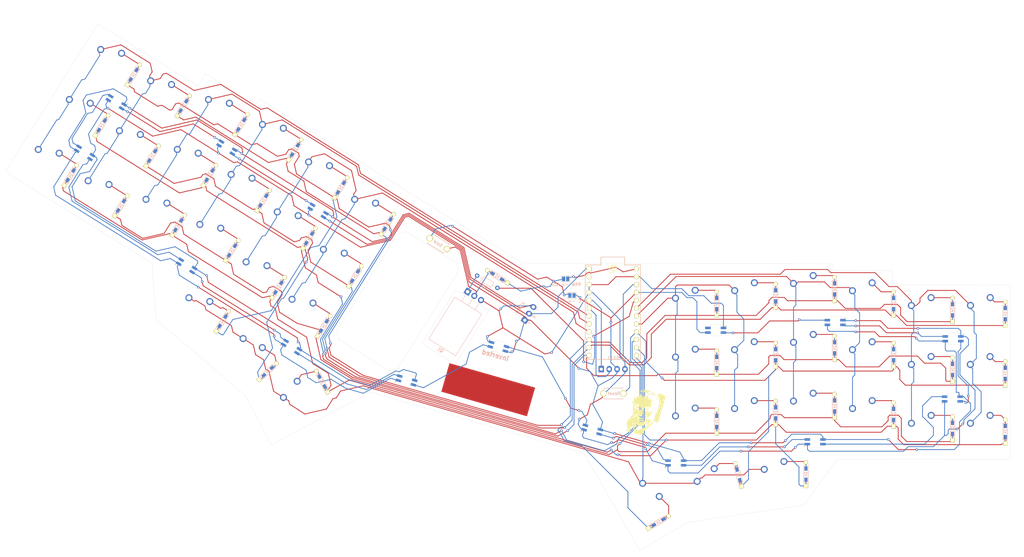
<source format=kicad_pcb>
(kicad_pcb (version 20171130) (host pcbnew "(5.1.5)-3")
  (layers (0 F.Cu signal) (31 B.Cu signal) (34 B.Paste user) (35 F.Paste user) (36 B.SilkS user) (37 F.SilkS user) (38 B.Mask user) (39 F.Mask user) (44 Edge.Cuts user))
  (net 0 "")
  (net 1 "Net-(D1-Pad2)")
  (net 2 ROW0)
  (net 3 "Net-(D2-Pad2)")
  (net 4 ROW2)
  (net 5 "Net-(D3-Pad2)")
  (net 6 ROW4)
  (net 7 "Net-(D4-Pad2)")
  (net 8 ROW1)
  (net 9 "Net-(D5-Pad2)")
  (net 10 ROW3)
  (net 11 "Net-(D6-Pad2)")
  (net 12 ROW5)
  (net 13 "Net-(D7-Pad2)")
  (net 14 "Net-(D8-Pad2)")
  (net 15 "Net-(D9-Pad2)")
  (net 16 "Net-(D10-Pad2)")
  (net 17 "Net-(D11-Pad2)")
  (net 18 "Net-(D12-Pad2)")
  (net 19 "Net-(D13-Pad2)")
  (net 20 "Net-(D14-Pad2)")
  (net 21 "Net-(D15-Pad2)")
  (net 22 "Net-(D16-Pad2)")
  (net 23 "Net-(D17-Pad2)")
  (net 24 "Net-(D18-Pad2)")
  (net 25 "Net-(D19-Pad2)")
  (net 26 "Net-(D20-Pad2)")
  (net 27 "Net-(D21-Pad2)")
  (net 28 "Net-(D22-Pad2)")
  (net 29 "Net-(D23-Pad2)")
  (net 30 "Net-(D24-Pad2)")
  (net 31 "Net-(D25-Pad2)")
  (net 32 "Net-(D26-Pad2)")
  (net 33 "Net-(D27-Pad2)")
  (net 34 "Net-(D28-Pad2)")
  (net 35 "Net-(D29-Pad2)")
  (net 36 "Net-(D30-Pad2)")
  (net 37 "Net-(D31-Pad2)")
  (net 38 "Net-(D32-Pad2)")
  (net 39 "Net-(D33-Pad2)")
  (net 40 "Net-(D34-Pad2)")
  (net 41 "Net-(D35-Pad2)")
  (net 42 "Net-(D36-Pad2)")
  (net 43 "Net-(D37-Pad2)")
  (net 44 "Net-(D38-Pad2)")
  (net 45 "Net-(D39-Pad2)")
  (net 46 "Net-(D40-Pad2)")
  (net 47 "Net-(D41-Pad2)")
  (net 48 "Net-(D42-Pad2)")
  (net 49 VCC)
  (net 50 "Net-(LED1-Pad2)")
  (net 51 GND)
  (net 52 LED)
  (net 53 "Net-(LED2-Pad2)")
  (net 54 "Net-(LED3-Pad2)")
  (net 55 "Net-(LED4-Pad2)")
  (net 56 "Net-(LED5-Pad2)")
  (net 57 "Net-(LED6-Pad2)")
  (net 58 "Net-(LED7-Pad2)")
  (net 59 "Net-(LED8-Pad2)")
  (net 60 "Net-(LED10-Pad4)")
  (net 61 "Net-(LED10-Pad2)")
  (net 62 "Net-(LED11-Pad2)")
  (net 63 "Net-(LED12-Pad2)")
  (net 64 "Net-(LED13-Pad2)")
  (net 65 "Net-(LED14-Pad2)")
  (net 66 "Net-(LED15-Pad2)")
  (net 67 COL0)
  (net 68 COL1)
  (net 69 COL2)
  (net 70 COL3)
  (net 71 COL4)
  (net 72 COL5)
  (net 73 COL6)
  (net 74 "Net-(ResetSW1-Pad1)")
  (net 75 SCK)
  (net 76 SDA)
  (net 77 "Net-(U1-Pad2)")
  (net 78 "Net-(Diode1-Pad2)")
  (net 79 "Net-(Q1-Pad1)")
  (net 80 SOL)
  (net 81 RAW)
  (net 82 "Net-(Diode1-Pad1)")
  (module Jumper:SolderJumper-2_P1.3mm_Open_Pad1.0x1.5mm (layer B.Cu) (at 151.019368 102.062699)
    (fp_text reference "VCC -> SOL" (at 0 1.8 180) (layer B.SilkS) (effects (justify mirror)))
    (fp_text value Jumper_NO_Small)
    (pad 1 smd rect (at -0.65 0) (size 1 1.5) (layers B.Cu B.Mask) (net 82 "Net-(Diode1-Pad1)"))
    (pad 2 smd rect (at 0.65 0) (size 1 1.5) (layers B.Cu B.Mask) (net 49 VCC))
  )
  (module Jumper:SolderJumper-2_P1.3mm_Open_Pad1.0x1.5mm (layer B.Cu) (at 148.990969 96.731786 1)
    (fp_text reference "RAW -> SOL" (at 0 1.800001 181) (layer B.SilkS) (effects (justify mirror)))
    (fp_text value Jumper_NO_Small)
    (pad 1 smd rect (at -0.65 0 1) (size 1 1.5) (layers B.Cu B.Mask) (net 82 "Net-(Diode1-Pad1)"))
    (pad 2 smd rect (at 0.65 0 1) (size 1 1.5) (layers B.Cu B.Mask) (net 81 RAW))
  )
  (module footprints:ResetSW (layer F.Cu) (at 107.945878 85.35222 148)
    (fp_text reference Solenoide1 hide)
    (fp_text value Motor_DC hide)
    (fp_text user Sole (at 0.127 0 148) (layer B.SilkS) (effects (justify mirror)))
    (pad 1 thru_hole circle (at 3.25 0 148) (size 2 2) (drill 1.3) (layers *.Cu *.Mask F.SilkS) (net 82 "Net-(Diode1-Pad1)"))
    (pad 2 thru_hole circle (at -3.25 0 148) (size 2 2) (drill 1.3) (layers *.Cu *.Mask F.SilkS) (net 78 "Net-(Diode1-Pad2)"))
  )
  (module footprints:ResetSW (layer F.Cu) (at 164.427317 133.705719)
    (fp_text reference ResetSW1 hide)
    (fp_text value Device_Jumper hide)
    (fp_text user Reset (at 0.127 0) (layer B.SilkS) (effects (justify mirror)))
    (pad 1 thru_hole circle (at 3.25 0) (size 2 2) (drill 1.3) (layers *.Cu *.Mask F.SilkS) (net 74 "Net-(ResetSW1-Pad1)"))
    (pad 2 thru_hole circle (at -3.25 0) (size 2 2) (drill 1.3) (layers *.Cu *.Mask F.SilkS) (net 51 GND))
  )
  (module Connector:FanPinHeader_1x04_P2.54mm_Vertical (layer F.Cu) (at 160.481134 125.842475)
    (fp_text reference OLED (at 4 -3.55) (layer B.SilkS))
    (fp_text value Connector_Generic_Conn_01x04)
    (pad 4 thru_hole oval (at 7.62 0 90) (size 2.03 1.73) (drill 1.02) (layers *.Cu *.Mask) (net 51 GND))
    (pad 3 thru_hole oval (at 5.08 0 90) (size 2.03 1.73) (drill 1.02) (layers *.Cu *.Mask) (net 49 VCC))
    (pad 2 thru_hole oval (at 2.54 0 90) (size 2.03 1.73) (drill 1.02) (layers *.Cu *.Mask) (net 75 SCK))
    (pad 1 thru_hole rect (at 0 0 90) (size 2.03 1.73) (drill 1.02) (layers *.Cu *.Mask) (net 76 SDA))
  )
  (module cc:cc (layer F.Cu) (at 173.951161 139.506592 344)
    (fp_text reference G*** hide)
    (fp_text value LOGO hide)
  )
  (module Connector:FanPinHeader_1x03_P2.54mm_Vertical (layer F.Cu) (at 135.814275 110.059861 57)
    (fp_text reference LEDS1 (at 2.5 -3.4 57) (layer B.SilkS))
    (fp_text value Connector_Generic_Conn_01x03)
    (fp_text user D (at 2.54 1.80848 57) (layer B.SilkS))
    (pad 3 thru_hole oval (at 5.08 0 147) (size 2.03 1.73) (drill 1.02) (layers *.Cu *.Mask) (net 51 GND))
    (pad 2 thru_hole oval (at 2.54 0 147) (size 2.03 1.73) (drill 1.02) (layers *.Cu *.Mask) (net 52 LED))
    (pad 1 thru_hole rect (at 0 0 147) (size 2.03 1.73) (drill 1.02) (layers *.Cu *.Mask) (net 49 VCC))
  )
  (module footprints:D3_TH_SMD (layer F.Cu) (at 61.75517 55.124784 58)
    (fp_text reference D10 hide)
    (fp_text value D_Small hide)
    (pad 2 smd rect (at 1.775 0 58) (size 1.3 0.95) (layers F.Cu F.Paste F.Mask) (net 16 "Net-(D10-Pad2)"))
    (pad 2 thru_hole circle (at 3.81 0 58) (size 1.397 1.397) (drill 0.8128) (layers *.Cu *.Mask F.SilkS) (net 16 "Net-(D10-Pad2)"))
    (pad 1 thru_hole rect (at -3.81 0 58) (size 1.397 1.397) (drill 0.8128) (layers *.Cu *.Mask F.SilkS) (net 8 ROW1))
    (pad 1 smd rect (at -1.775 0 58) (size 1.3 0.95) (layers B.Cu B.Paste B.Mask) (net 8 ROW1))
    (pad 2 smd rect (at 1.775 0 58) (size 1.3 0.95) (layers B.Cu B.Paste B.Mask) (net 16 "Net-(D10-Pad2)"))
    (pad 1 smd rect (at -1.775 0 58) (size 1.3 0.95) (layers F.Cu F.Paste F.Mask) (net 8 ROW1))
  )
  (module footprints:D3_TH_SMD (layer F.Cu) (at 91.596373 79.07794 58)
    (fp_text reference D16 hide)
    (fp_text value D_Small hide)
    (pad 2 smd rect (at 1.775 0 58) (size 1.3 0.95) (layers F.Cu F.Paste F.Mask) (net 22 "Net-(D16-Pad2)"))
    (pad 2 thru_hole circle (at 3.81 0 58) (size 1.397 1.397) (drill 0.8128) (layers *.Cu *.Mask F.SilkS) (net 22 "Net-(D16-Pad2)"))
    (pad 1 thru_hole rect (at -3.81 0 58) (size 1.397 1.397) (drill 0.8128) (layers *.Cu *.Mask F.SilkS) (net 8 ROW1))
    (pad 1 smd rect (at -1.775 0 58) (size 1.3 0.95) (layers B.Cu B.Paste B.Mask) (net 8 ROW1))
    (pad 2 smd rect (at 1.775 0 58) (size 1.3 0.95) (layers B.Cu B.Paste B.Mask) (net 22 "Net-(D16-Pad2)"))
    (pad 1 smd rect (at -1.775 0 58) (size 1.3 0.95) (layers F.Cu F.Paste F.Mask) (net 8 ROW1))
  )
  (module footprints:D3_TH_SMD (layer F.Cu) (at 76.543288 67.313378 58)
    (fp_text reference D13 hide)
    (fp_text value D_Small hide)
    (pad 2 smd rect (at 1.775 0 58) (size 1.3 0.95) (layers F.Cu F.Paste F.Mask) (net 19 "Net-(D13-Pad2)"))
    (pad 2 thru_hole circle (at 3.81 0 58) (size 1.397 1.397) (drill 0.8128) (layers *.Cu *.Mask F.SilkS) (net 19 "Net-(D13-Pad2)"))
    (pad 1 thru_hole rect (at -3.81 0 58) (size 1.397 1.397) (drill 0.8128) (layers *.Cu *.Mask F.SilkS) (net 2 ROW0))
    (pad 1 smd rect (at -1.775 0 58) (size 1.3 0.95) (layers B.Cu B.Paste B.Mask) (net 2 ROW0))
    (pad 2 smd rect (at 1.775 0 58) (size 1.3 0.95) (layers B.Cu B.Paste B.Mask) (net 19 "Net-(D13-Pad2)"))
    (pad 1 smd rect (at -1.775 0 58) (size 1.3 0.95) (layers F.Cu F.Paste F.Mask) (net 2 ROW0))
  )
  (module footprints:D3_TH_SMD (layer F.Cu) (at 126.9542 95.958029 148)
    (fp_text reference Diode1 hide)
    (fp_text value D_Small hide)
    (pad 2 smd rect (at 1.775 0 148) (size 1.3 0.95) (layers F.Cu F.Paste F.Mask) (net 78 "Net-(Diode1-Pad2)"))
    (pad 2 thru_hole circle (at 3.81 0 148) (size 1.397 1.397) (drill 0.8128) (layers *.Cu *.Mask F.SilkS) (net 78 "Net-(Diode1-Pad2)"))
    (pad 1 thru_hole rect (at -3.81 0 148) (size 1.397 1.397) (drill 0.8128) (layers *.Cu *.Mask F.SilkS) (net 82 "Net-(Diode1-Pad1)"))
    (pad 1 smd rect (at -1.775 0 148) (size 1.3 0.95) (layers B.Cu B.Paste B.Mask) (net 82 "Net-(Diode1-Pad1)"))
    (pad 2 smd rect (at 1.775 0 148) (size 1.3 0.95) (layers B.Cu B.Paste B.Mask) (net 78 "Net-(Diode1-Pad2)"))
    (pad 1 smd rect (at -1.775 0 148) (size 1.3 0.95) (layers F.Cu F.Paste F.Mask) (net 82 "Net-(Diode1-Pad1)"))
  )
  (module footprints:D3_TH_SMD (layer F.Cu) (at 226.427313 159.705726 90)
    (fp_text reference D42 hide)
    (fp_text value D_Small hide)
    (pad 2 smd rect (at 1.775 0 90) (size 1.3 0.95) (layers F.Cu F.Paste F.Mask) (net 48 "Net-(D42-Pad2)"))
    (pad 2 thru_hole circle (at 3.81 0 90) (size 1.397 1.397) (drill 0.8128) (layers *.Cu *.Mask F.SilkS) (net 48 "Net-(D42-Pad2)"))
    (pad 1 thru_hole rect (at -3.81 0 90) (size 1.397 1.397) (drill 0.8128) (layers *.Cu *.Mask F.SilkS) (net 12 ROW5))
    (pad 1 smd rect (at -1.775 0 90) (size 1.3 0.95) (layers B.Cu B.Paste B.Mask) (net 12 ROW5))
    (pad 2 smd rect (at 1.775 0 90) (size 1.3 0.95) (layers B.Cu B.Paste B.Mask) (net 48 "Net-(D42-Pad2)"))
    (pad 1 smd rect (at -1.775 0 90) (size 1.3 0.95) (layers F.Cu F.Paste F.Mask) (net 12 ROW5))
  )
  (module footprints:D3_TH_SMD (layer F.Cu) (at 204.677325 159.95573 105)
    (fp_text reference D41 hide)
    (fp_text value D_Small hide)
    (pad 2 smd rect (at 1.775 0 105) (size 1.3 0.95) (layers F.Cu F.Paste F.Mask) (net 47 "Net-(D41-Pad2)"))
    (pad 2 thru_hole circle (at 3.81 0 105) (size 1.397 1.397) (drill 0.8128) (layers *.Cu *.Mask F.SilkS) (net 47 "Net-(D41-Pad2)"))
    (pad 1 thru_hole rect (at -3.81 0 105) (size 1.397 1.397) (drill 0.8128) (layers *.Cu *.Mask F.SilkS) (net 10 ROW3))
    (pad 1 smd rect (at -1.775 0 105) (size 1.3 0.95) (layers B.Cu B.Paste B.Mask) (net 10 ROW3))
    (pad 2 smd rect (at 1.775 0 105) (size 1.3 0.95) (layers B.Cu B.Paste B.Mask) (net 47 "Net-(D41-Pad2)"))
    (pad 1 smd rect (at -1.775 0 105) (size 1.3 0.95) (layers F.Cu F.Paste F.Mask) (net 10 ROW3))
  )
  (module footprints:D3_TH_SMD (layer F.Cu) (at 178.927301 175.205707 31)
    (fp_text reference D40 hide)
    (fp_text value D_Small hide)
    (pad 2 smd rect (at 1.775 0 31) (size 1.3 0.95) (layers F.Cu F.Paste F.Mask) (net 46 "Net-(D40-Pad2)"))
    (pad 2 thru_hole circle (at 3.81 0 31) (size 1.397 1.397) (drill 0.8128) (layers *.Cu *.Mask F.SilkS) (net 46 "Net-(D40-Pad2)"))
    (pad 1 thru_hole rect (at -3.81 0 31) (size 1.397 1.397) (drill 0.8128) (layers *.Cu *.Mask F.SilkS) (net 8 ROW1))
    (pad 1 smd rect (at -1.775 0 31) (size 1.3 0.95) (layers B.Cu B.Paste B.Mask) (net 8 ROW1))
    (pad 2 smd rect (at 1.775 0 31) (size 1.3 0.95) (layers B.Cu B.Paste B.Mask) (net 46 "Net-(D40-Pad2)"))
    (pad 1 smd rect (at -1.775 0 31) (size 1.3 0.95) (layers F.Cu F.Paste F.Mask) (net 8 ROW1))
  )
  (module footprints:D3_TH_SMD (layer F.Cu) (at 70.480662 129.85383 118)
    (fp_text reference D39 hide)
    (fp_text value D_Small hide)
    (pad 2 smd rect (at 1.775 0 118) (size 1.3 0.95) (layers F.Cu F.Paste F.Mask) (net 45 "Net-(D39-Pad2)"))
    (pad 2 thru_hole circle (at 3.81 0 118) (size 1.397 1.397) (drill 0.8128) (layers *.Cu *.Mask F.SilkS) (net 45 "Net-(D39-Pad2)"))
    (pad 1 thru_hole rect (at -3.81 0 118) (size 1.397 1.397) (drill 0.8128) (layers *.Cu *.Mask F.SilkS) (net 6 ROW4))
    (pad 1 smd rect (at -1.775 0 118) (size 1.3 0.95) (layers B.Cu B.Paste B.Mask) (net 6 ROW4))
    (pad 2 smd rect (at 1.775 0 118) (size 1.3 0.95) (layers B.Cu B.Paste B.Mask) (net 45 "Net-(D39-Pad2)"))
    (pad 1 smd rect (at -1.775 0 118) (size 1.3 0.95) (layers F.Cu F.Paste F.Mask) (net 6 ROW4))
  )
  (module footprints:D3_TH_SMD (layer F.Cu) (at 53.043418 126.622458 43)
    (fp_text reference D38 hide)
    (fp_text value D_Small hide)
    (pad 2 smd rect (at 1.775 0 43) (size 1.3 0.95) (layers F.Cu F.Paste F.Mask) (net 44 "Net-(D38-Pad2)"))
    (pad 2 thru_hole circle (at 3.81 0 43) (size 1.397 1.397) (drill 0.8128) (layers *.Cu *.Mask F.SilkS) (net 44 "Net-(D38-Pad2)"))
    (pad 1 thru_hole rect (at -3.81 0 43) (size 1.397 1.397) (drill 0.8128) (layers *.Cu *.Mask F.SilkS) (net 4 ROW2))
    (pad 1 smd rect (at -1.775 0 43) (size 1.3 0.95) (layers B.Cu B.Paste B.Mask) (net 4 ROW2))
    (pad 2 smd rect (at 1.775 0 43) (size 1.3 0.95) (layers B.Cu B.Paste B.Mask) (net 44 "Net-(D38-Pad2)"))
    (pad 1 smd rect (at -1.775 0 43) (size 1.3 0.95) (layers F.Cu F.Paste F.Mask) (net 4 ROW2))
  )
  (module footprints:D3_TH_SMD (layer F.Cu) (at 38.413921 110.405867 58)
    (fp_text reference D37 hide)
    (fp_text value D_Small hide)
    (pad 2 smd rect (at 1.775 0 58) (size 1.3 0.95) (layers F.Cu F.Paste F.Mask) (net 43 "Net-(D37-Pad2)"))
    (pad 2 thru_hole circle (at 3.81 0 58) (size 1.397 1.397) (drill 0.8128) (layers *.Cu *.Mask F.SilkS) (net 43 "Net-(D37-Pad2)"))
    (pad 1 thru_hole rect (at -3.81 0 58) (size 1.397 1.397) (drill 0.8128) (layers *.Cu *.Mask F.SilkS) (net 2 ROW0))
    (pad 1 smd rect (at -1.775 0 58) (size 1.3 0.95) (layers B.Cu B.Paste B.Mask) (net 2 ROW0))
    (pad 2 smd rect (at 1.775 0 58) (size 1.3 0.95) (layers B.Cu B.Paste B.Mask) (net 43 "Net-(D37-Pad2)"))
    (pad 1 smd rect (at -1.775 0 58) (size 1.3 0.95) (layers F.Cu F.Paste F.Mask) (net 2 ROW0))
  )
  (module footprints:D3_TH_SMD (layer F.Cu) (at 290.677313 145.955725 90)
    (fp_text reference D36 hide)
    (fp_text value D_Small hide)
    (pad 2 smd rect (at 1.775 0 90) (size 1.3 0.95) (layers F.Cu F.Paste F.Mask) (net 42 "Net-(D36-Pad2)"))
    (pad 2 thru_hole circle (at 3.81 0 90) (size 1.397 1.397) (drill 0.8128) (layers *.Cu *.Mask F.SilkS) (net 42 "Net-(D36-Pad2)"))
    (pad 1 thru_hole rect (at -3.81 0 90) (size 1.397 1.397) (drill 0.8128) (layers *.Cu *.Mask F.SilkS) (net 12 ROW5))
    (pad 1 smd rect (at -1.775 0 90) (size 1.3 0.95) (layers B.Cu B.Paste B.Mask) (net 12 ROW5))
    (pad 2 smd rect (at 1.775 0 90) (size 1.3 0.95) (layers B.Cu B.Paste B.Mask) (net 42 "Net-(D36-Pad2)"))
    (pad 1 smd rect (at -1.775 0 90) (size 1.3 0.95) (layers F.Cu F.Paste F.Mask) (net 12 ROW5))
  )
  (module footprints:D3_TH_SMD (layer F.Cu) (at 290.677304 127.205715 90)
    (fp_text reference D35 hide)
    (fp_text value D_Small hide)
    (pad 2 smd rect (at 1.775 0 90) (size 1.3 0.95) (layers F.Cu F.Paste F.Mask) (net 41 "Net-(D35-Pad2)"))
    (pad 2 thru_hole circle (at 3.81 0 90) (size 1.397 1.397) (drill 0.8128) (layers *.Cu *.Mask F.SilkS) (net 41 "Net-(D35-Pad2)"))
    (pad 1 thru_hole rect (at -3.81 0 90) (size 1.397 1.397) (drill 0.8128) (layers *.Cu *.Mask F.SilkS) (net 10 ROW3))
    (pad 1 smd rect (at -1.775 0 90) (size 1.3 0.95) (layers B.Cu B.Paste B.Mask) (net 10 ROW3))
    (pad 2 smd rect (at 1.775 0 90) (size 1.3 0.95) (layers B.Cu B.Paste B.Mask) (net 41 "Net-(D35-Pad2)"))
    (pad 1 smd rect (at -1.775 0 90) (size 1.3 0.95) (layers F.Cu F.Paste F.Mask) (net 10 ROW3))
  )
  (module footprints:D3_TH_SMD (layer F.Cu) (at 290.677294 107.955702 90)
    (fp_text reference D34 hide)
    (fp_text value D_Small hide)
    (pad 2 smd rect (at 1.775 0 90) (size 1.3 0.95) (layers F.Cu F.Paste F.Mask) (net 40 "Net-(D34-Pad2)"))
    (pad 2 thru_hole circle (at 3.81 0 90) (size 1.397 1.397) (drill 0.8128) (layers *.Cu *.Mask F.SilkS) (net 40 "Net-(D34-Pad2)"))
    (pad 1 thru_hole rect (at -3.81 0 90) (size 1.397 1.397) (drill 0.8128) (layers *.Cu *.Mask F.SilkS) (net 8 ROW1))
    (pad 1 smd rect (at -1.775 0 90) (size 1.3 0.95) (layers B.Cu B.Paste B.Mask) (net 8 ROW1))
    (pad 2 smd rect (at 1.775 0 90) (size 1.3 0.95) (layers B.Cu B.Paste B.Mask) (net 40 "Net-(D34-Pad2)"))
    (pad 1 smd rect (at -1.775 0 90) (size 1.3 0.95) (layers F.Cu F.Paste F.Mask) (net 8 ROW1))
  )
  (module footprints:D3_TH_SMD (layer F.Cu) (at 273.677302 144.955741 90)
    (fp_text reference D33 hide)
    (fp_text value D_Small hide)
    (pad 2 smd rect (at 1.775 0 90) (size 1.3 0.95) (layers F.Cu F.Paste F.Mask) (net 39 "Net-(D33-Pad2)"))
    (pad 2 thru_hole circle (at 3.81 0 90) (size 1.397 1.397) (drill 0.8128) (layers *.Cu *.Mask F.SilkS) (net 39 "Net-(D33-Pad2)"))
    (pad 1 thru_hole rect (at -3.81 0 90) (size 1.397 1.397) (drill 0.8128) (layers *.Cu *.Mask F.SilkS) (net 6 ROW4))
    (pad 1 smd rect (at -1.775 0 90) (size 1.3 0.95) (layers B.Cu B.Paste B.Mask) (net 6 ROW4))
    (pad 2 smd rect (at 1.775 0 90) (size 1.3 0.95) (layers B.Cu B.Paste B.Mask) (net 39 "Net-(D33-Pad2)"))
    (pad 1 smd rect (at -1.775 0 90) (size 1.3 0.95) (layers F.Cu F.Paste F.Mask) (net 6 ROW4))
  )
  (module footprints:D3_TH_SMD (layer F.Cu) (at 273.677294 125.955721 90)
    (fp_text reference D32 hide)
    (fp_text value D_Small hide)
    (pad 2 smd rect (at 1.775 0 90) (size 1.3 0.95) (layers F.Cu F.Paste F.Mask) (net 38 "Net-(D32-Pad2)"))
    (pad 2 thru_hole circle (at 3.81 0 90) (size 1.397 1.397) (drill 0.8128) (layers *.Cu *.Mask F.SilkS) (net 38 "Net-(D32-Pad2)"))
    (pad 1 thru_hole rect (at -3.81 0 90) (size 1.397 1.397) (drill 0.8128) (layers *.Cu *.Mask F.SilkS) (net 4 ROW2))
    (pad 1 smd rect (at -1.775 0 90) (size 1.3 0.95) (layers B.Cu B.Paste B.Mask) (net 4 ROW2))
    (pad 2 smd rect (at 1.775 0 90) (size 1.3 0.95) (layers B.Cu B.Paste B.Mask) (net 38 "Net-(D32-Pad2)"))
    (pad 1 smd rect (at -1.775 0 90) (size 1.3 0.95) (layers F.Cu F.Paste F.Mask) (net 4 ROW2))
  )
  (module footprints:D3_TH_SMD (layer F.Cu) (at 273.677313 106.705728 90)
    (fp_text reference D31 hide)
    (fp_text value D_Small hide)
    (pad 2 smd rect (at 1.775 0 90) (size 1.3 0.95) (layers F.Cu F.Paste F.Mask) (net 37 "Net-(D31-Pad2)"))
    (pad 2 thru_hole circle (at 3.81 0 90) (size 1.397 1.397) (drill 0.8128) (layers *.Cu *.Mask F.SilkS) (net 37 "Net-(D31-Pad2)"))
    (pad 1 thru_hole rect (at -3.81 0 90) (size 1.397 1.397) (drill 0.8128) (layers *.Cu *.Mask F.SilkS) (net 2 ROW0))
    (pad 1 smd rect (at -1.775 0 90) (size 1.3 0.95) (layers B.Cu B.Paste B.Mask) (net 2 ROW0))
    (pad 2 smd rect (at 1.775 0 90) (size 1.3 0.95) (layers B.Cu B.Paste B.Mask) (net 37 "Net-(D31-Pad2)"))
    (pad 1 smd rect (at -1.775 0 90) (size 1.3 0.95) (layers F.Cu F.Paste F.Mask) (net 2 ROW0))
  )
  (module footprints:D3_TH_SMD (layer F.Cu) (at 254.677304 140.455727 90)
    (fp_text reference D30 hide)
    (fp_text value D_Small hide)
    (pad 2 smd rect (at 1.775 0 90) (size 1.3 0.95) (layers F.Cu F.Paste F.Mask) (net 36 "Net-(D30-Pad2)"))
    (pad 2 thru_hole circle (at 3.81 0 90) (size 1.397 1.397) (drill 0.8128) (layers *.Cu *.Mask F.SilkS) (net 36 "Net-(D30-Pad2)"))
    (pad 1 thru_hole rect (at -3.81 0 90) (size 1.397 1.397) (drill 0.8128) (layers *.Cu *.Mask F.SilkS) (net 12 ROW5))
    (pad 1 smd rect (at -1.775 0 90) (size 1.3 0.95) (layers B.Cu B.Paste B.Mask) (net 12 ROW5))
    (pad 2 smd rect (at 1.775 0 90) (size 1.3 0.95) (layers B.Cu B.Paste B.Mask) (net 36 "Net-(D30-Pad2)"))
    (pad 1 smd rect (at -1.775 0 90) (size 1.3 0.95) (layers F.Cu F.Paste F.Mask) (net 12 ROW5))
  )
  (module footprints:D3_TH_SMD (layer F.Cu) (at 254.6773 121.205726 90)
    (fp_text reference D29 hide)
    (fp_text value D_Small hide)
    (pad 2 smd rect (at 1.775 0 90) (size 1.3 0.95) (layers F.Cu F.Paste F.Mask) (net 35 "Net-(D29-Pad2)"))
    (pad 2 thru_hole circle (at 3.81 0 90) (size 1.397 1.397) (drill 0.8128) (layers *.Cu *.Mask F.SilkS) (net 35 "Net-(D29-Pad2)"))
    (pad 1 thru_hole rect (at -3.81 0 90) (size 1.397 1.397) (drill 0.8128) (layers *.Cu *.Mask F.SilkS) (net 10 ROW3))
    (pad 1 smd rect (at -1.775 0 90) (size 1.3 0.95) (layers B.Cu B.Paste B.Mask) (net 10 ROW3))
    (pad 2 smd rect (at 1.775 0 90) (size 1.3 0.95) (layers B.Cu B.Paste B.Mask) (net 35 "Net-(D29-Pad2)"))
    (pad 1 smd rect (at -1.775 0 90) (size 1.3 0.95) (layers F.Cu F.Paste F.Mask) (net 10 ROW3))
  )
  (module footprints:D3_TH_SMD (layer F.Cu) (at 254.677324 104.705714 90)
    (fp_text reference D28 hide)
    (fp_text value D_Small hide)
    (pad 2 smd rect (at 1.775 0 90) (size 1.3 0.95) (layers F.Cu F.Paste F.Mask) (net 34 "Net-(D28-Pad2)"))
    (pad 2 thru_hole circle (at 3.81 0 90) (size 1.397 1.397) (drill 0.8128) (layers *.Cu *.Mask F.SilkS) (net 34 "Net-(D28-Pad2)"))
    (pad 1 thru_hole rect (at -3.81 0 90) (size 1.397 1.397) (drill 0.8128) (layers *.Cu *.Mask F.SilkS) (net 8 ROW1))
    (pad 1 smd rect (at -1.775 0 90) (size 1.3 0.95) (layers B.Cu B.Paste B.Mask) (net 8 ROW1))
    (pad 2 smd rect (at 1.775 0 90) (size 1.3 0.95) (layers B.Cu B.Paste B.Mask) (net 34 "Net-(D28-Pad2)"))
    (pad 1 smd rect (at -1.775 0 90) (size 1.3 0.95) (layers F.Cu F.Paste F.Mask) (net 8 ROW1))
  )
  (module footprints:D3_TH_SMD (layer F.Cu) (at 235.677293 137.705732 90)
    (fp_text reference D27 hide)
    (fp_text value D_Small hide)
    (pad 2 smd rect (at 1.775 0 90) (size 1.3 0.95) (layers F.Cu F.Paste F.Mask) (net 33 "Net-(D27-Pad2)"))
    (pad 2 thru_hole circle (at 3.81 0 90) (size 1.397 1.397) (drill 0.8128) (layers *.Cu *.Mask F.SilkS) (net 33 "Net-(D27-Pad2)"))
    (pad 1 thru_hole rect (at -3.81 0 90) (size 1.397 1.397) (drill 0.8128) (layers *.Cu *.Mask F.SilkS) (net 6 ROW4))
    (pad 1 smd rect (at -1.775 0 90) (size 1.3 0.95) (layers B.Cu B.Paste B.Mask) (net 6 ROW4))
    (pad 2 smd rect (at 1.775 0 90) (size 1.3 0.95) (layers B.Cu B.Paste B.Mask) (net 33 "Net-(D27-Pad2)"))
    (pad 1 smd rect (at -1.775 0 90) (size 1.3 0.95) (layers F.Cu F.Paste F.Mask) (net 6 ROW4))
  )
  (module footprints:D3_TH_SMD (layer F.Cu) (at 235.677291 118.95572 90)
    (fp_text reference D26 hide)
    (fp_text value D_Small hide)
    (pad 2 smd rect (at 1.775 0 90) (size 1.3 0.95) (layers F.Cu F.Paste F.Mask) (net 32 "Net-(D26-Pad2)"))
    (pad 2 thru_hole circle (at 3.81 0 90) (size 1.397 1.397) (drill 0.8128) (layers *.Cu *.Mask F.SilkS) (net 32 "Net-(D26-Pad2)"))
    (pad 1 thru_hole rect (at -3.81 0 90) (size 1.397 1.397) (drill 0.8128) (layers *.Cu *.Mask F.SilkS) (net 4 ROW2))
    (pad 1 smd rect (at -1.775 0 90) (size 1.3 0.95) (layers B.Cu B.Paste B.Mask) (net 4 ROW2))
    (pad 2 smd rect (at 1.775 0 90) (size 1.3 0.95) (layers B.Cu B.Paste B.Mask) (net 32 "Net-(D26-Pad2)"))
    (pad 1 smd rect (at -1.775 0 90) (size 1.3 0.95) (layers F.Cu F.Paste F.Mask) (net 4 ROW2))
  )
  (module footprints:D3_TH_SMD (layer F.Cu) (at 235.677307 99.955717 90)
    (fp_text reference D25 hide)
    (fp_text value D_Small hide)
    (pad 2 smd rect (at 1.775 0 90) (size 1.3 0.95) (layers F.Cu F.Paste F.Mask) (net 31 "Net-(D25-Pad2)"))
    (pad 2 thru_hole circle (at 3.81 0 90) (size 1.397 1.397) (drill 0.8128) (layers *.Cu *.Mask F.SilkS) (net 31 "Net-(D25-Pad2)"))
    (pad 1 thru_hole rect (at -3.81 0 90) (size 1.397 1.397) (drill 0.8128) (layers *.Cu *.Mask F.SilkS) (net 2 ROW0))
    (pad 1 smd rect (at -1.775 0 90) (size 1.3 0.95) (layers B.Cu B.Paste B.Mask) (net 2 ROW0))
    (pad 2 smd rect (at 1.775 0 90) (size 1.3 0.95) (layers B.Cu B.Paste B.Mask) (net 31 "Net-(D25-Pad2)"))
    (pad 1 smd rect (at -1.775 0 90) (size 1.3 0.95) (layers F.Cu F.Paste F.Mask) (net 2 ROW0))
  )
  (module footprints:D3_TH_SMD (layer F.Cu) (at 216.677309 139.955713 90)
    (fp_text reference D24 hide)
    (fp_text value D_Small hide)
    (pad 2 smd rect (at 1.775 0 90) (size 1.3 0.95) (layers F.Cu F.Paste F.Mask) (net 30 "Net-(D24-Pad2)"))
    (pad 2 thru_hole circle (at 3.81 0 90) (size 1.397 1.397) (drill 0.8128) (layers *.Cu *.Mask F.SilkS) (net 30 "Net-(D24-Pad2)"))
    (pad 1 thru_hole rect (at -3.81 0 90) (size 1.397 1.397) (drill 0.8128) (layers *.Cu *.Mask F.SilkS) (net 12 ROW5))
    (pad 1 smd rect (at -1.775 0 90) (size 1.3 0.95) (layers B.Cu B.Paste B.Mask) (net 12 ROW5))
    (pad 2 smd rect (at 1.775 0 90) (size 1.3 0.95) (layers B.Cu B.Paste B.Mask) (net 30 "Net-(D24-Pad2)"))
    (pad 1 smd rect (at -1.775 0 90) (size 1.3 0.95) (layers F.Cu F.Paste F.Mask) (net 12 ROW5))
  )
  (module footprints:D3_TH_SMD (layer F.Cu) (at 216.6773 121.205722 90)
    (fp_text reference D23 hide)
    (fp_text value D_Small hide)
    (pad 2 smd rect (at 1.775 0 90) (size 1.3 0.95) (layers F.Cu F.Paste F.Mask) (net 29 "Net-(D23-Pad2)"))
    (pad 2 thru_hole circle (at 3.81 0 90) (size 1.397 1.397) (drill 0.8128) (layers *.Cu *.Mask F.SilkS) (net 29 "Net-(D23-Pad2)"))
    (pad 1 thru_hole rect (at -3.81 0 90) (size 1.397 1.397) (drill 0.8128) (layers *.Cu *.Mask F.SilkS) (net 10 ROW3))
    (pad 1 smd rect (at -1.775 0 90) (size 1.3 0.95) (layers B.Cu B.Paste B.Mask) (net 10 ROW3))
    (pad 2 smd rect (at 1.775 0 90) (size 1.3 0.95) (layers B.Cu B.Paste B.Mask) (net 29 "Net-(D23-Pad2)"))
    (pad 1 smd rect (at -1.775 0 90) (size 1.3 0.95) (layers F.Cu F.Paste F.Mask) (net 10 ROW3))
  )
  (module footprints:D3_TH_SMD (layer F.Cu) (at 216.677308 102.205723 90)
    (fp_text reference D22 hide)
    (fp_text value D_Small hide)
    (pad 2 smd rect (at 1.775 0 90) (size 1.3 0.95) (layers F.Cu F.Paste F.Mask) (net 28 "Net-(D22-Pad2)"))
    (pad 2 thru_hole circle (at 3.81 0 90) (size 1.397 1.397) (drill 0.8128) (layers *.Cu *.Mask F.SilkS) (net 28 "Net-(D22-Pad2)"))
    (pad 1 thru_hole rect (at -3.81 0 90) (size 1.397 1.397) (drill 0.8128) (layers *.Cu *.Mask F.SilkS) (net 8 ROW1))
    (pad 1 smd rect (at -1.775 0 90) (size 1.3 0.95) (layers B.Cu B.Paste B.Mask) (net 8 ROW1))
    (pad 2 smd rect (at 1.775 0 90) (size 1.3 0.95) (layers B.Cu B.Paste B.Mask) (net 28 "Net-(D22-Pad2)"))
    (pad 1 smd rect (at -1.775 0 90) (size 1.3 0.95) (layers F.Cu F.Paste F.Mask) (net 8 ROW1))
  )
  (module footprints:D3_TH_SMD (layer F.Cu) (at 197.67732 142.705722 90)
    (fp_text reference D21 hide)
    (fp_text value D_Small hide)
    (pad 2 smd rect (at 1.775 0 90) (size 1.3 0.95) (layers F.Cu F.Paste F.Mask) (net 27 "Net-(D21-Pad2)"))
    (pad 2 thru_hole circle (at 3.81 0 90) (size 1.397 1.397) (drill 0.8128) (layers *.Cu *.Mask F.SilkS) (net 27 "Net-(D21-Pad2)"))
    (pad 1 thru_hole rect (at -3.81 0 90) (size 1.397 1.397) (drill 0.8128) (layers *.Cu *.Mask F.SilkS) (net 6 ROW4))
    (pad 1 smd rect (at -1.775 0 90) (size 1.3 0.95) (layers B.Cu B.Paste B.Mask) (net 6 ROW4))
    (pad 2 smd rect (at 1.775 0 90) (size 1.3 0.95) (layers B.Cu B.Paste B.Mask) (net 27 "Net-(D21-Pad2)"))
    (pad 1 smd rect (at -1.775 0 90) (size 1.3 0.95) (layers F.Cu F.Paste F.Mask) (net 6 ROW4))
  )
  (module footprints:D3_TH_SMD (layer F.Cu) (at 197.677307 123.705714 90)
    (fp_text reference D20 hide)
    (fp_text value D_Small hide)
    (pad 2 smd rect (at 1.775 0 90) (size 1.3 0.95) (layers F.Cu F.Paste F.Mask) (net 26 "Net-(D20-Pad2)"))
    (pad 2 thru_hole circle (at 3.81 0 90) (size 1.397 1.397) (drill 0.8128) (layers *.Cu *.Mask F.SilkS) (net 26 "Net-(D20-Pad2)"))
    (pad 1 thru_hole rect (at -3.81 0 90) (size 1.397 1.397) (drill 0.8128) (layers *.Cu *.Mask F.SilkS) (net 4 ROW2))
    (pad 1 smd rect (at -1.775 0 90) (size 1.3 0.95) (layers B.Cu B.Paste B.Mask) (net 4 ROW2))
    (pad 2 smd rect (at 1.775 0 90) (size 1.3 0.95) (layers B.Cu B.Paste B.Mask) (net 26 "Net-(D20-Pad2)"))
    (pad 1 smd rect (at -1.775 0 90) (size 1.3 0.95) (layers F.Cu F.Paste F.Mask) (net 4 ROW2))
  )
  (module footprints:D3_TH_SMD (layer F.Cu) (at 197.677296 104.705718 90)
    (fp_text reference D19 hide)
    (fp_text value D_Small hide)
    (pad 2 smd rect (at 1.775 0 90) (size 1.3 0.95) (layers F.Cu F.Paste F.Mask) (net 25 "Net-(D19-Pad2)"))
    (pad 2 thru_hole circle (at 3.81 0 90) (size 1.397 1.397) (drill 0.8128) (layers *.Cu *.Mask F.SilkS) (net 25 "Net-(D19-Pad2)"))
    (pad 1 thru_hole rect (at -3.81 0 90) (size 1.397 1.397) (drill 0.8128) (layers *.Cu *.Mask F.SilkS) (net 2 ROW0))
    (pad 1 smd rect (at -1.775 0 90) (size 1.3 0.95) (layers B.Cu B.Paste B.Mask) (net 2 ROW0))
    (pad 2 smd rect (at 1.775 0 90) (size 1.3 0.95) (layers B.Cu B.Paste B.Mask) (net 25 "Net-(D19-Pad2)"))
    (pad 1 smd rect (at -1.775 0 90) (size 1.3 0.95) (layers F.Cu F.Paste F.Mask) (net 2 ROW0))
  )
  (module footprints:D3_TH_SMD (layer F.Cu) (at 71.062015 111.939813 58)
    (fp_text reference D18 hide)
    (fp_text value D_Small hide)
    (pad 2 smd rect (at 1.775 0 58) (size 1.3 0.95) (layers F.Cu F.Paste F.Mask) (net 24 "Net-(D18-Pad2)"))
    (pad 2 thru_hole circle (at 3.81 0 58) (size 1.397 1.397) (drill 0.8128) (layers *.Cu *.Mask F.SilkS) (net 24 "Net-(D18-Pad2)"))
    (pad 1 thru_hole rect (at -3.81 0 58) (size 1.397 1.397) (drill 0.8128) (layers *.Cu *.Mask F.SilkS) (net 12 ROW5))
    (pad 1 smd rect (at -1.775 0 58) (size 1.3 0.95) (layers B.Cu B.Paste B.Mask) (net 12 ROW5))
    (pad 2 smd rect (at 1.775 0 58) (size 1.3 0.95) (layers B.Cu B.Paste B.Mask) (net 24 "Net-(D18-Pad2)"))
    (pad 1 smd rect (at -1.775 0 58) (size 1.3 0.95) (layers F.Cu F.Paste F.Mask) (net 12 ROW5))
  )
  (module footprints:D3_TH_SMD (layer F.Cu) (at 81.130447 95.826895 58)
    (fp_text reference D17 hide)
    (fp_text value D_Small hide)
    (pad 2 smd rect (at 1.775 0 58) (size 1.3 0.95) (layers F.Cu F.Paste F.Mask) (net 23 "Net-(D17-Pad2)"))
    (pad 2 thru_hole circle (at 3.81 0 58) (size 1.397 1.397) (drill 0.8128) (layers *.Cu *.Mask F.SilkS) (net 23 "Net-(D17-Pad2)"))
    (pad 1 thru_hole rect (at -3.81 0 58) (size 1.397 1.397) (drill 0.8128) (layers *.Cu *.Mask F.SilkS) (net 10 ROW3))
    (pad 1 smd rect (at -1.775 0 58) (size 1.3 0.95) (layers B.Cu B.Paste B.Mask) (net 10 ROW3))
    (pad 2 smd rect (at 1.775 0 58) (size 1.3 0.95) (layers B.Cu B.Paste B.Mask) (net 23 "Net-(D17-Pad2)"))
    (pad 1 smd rect (at -1.775 0 58) (size 1.3 0.95) (layers F.Cu F.Paste F.Mask) (net 10 ROW3))
  )
  (module footprints:D3_TH_SMD (layer F.Cu) (at 56.406355 99.53919 58)
    (fp_text reference D15 hide)
    (fp_text value D_Small hide)
    (pad 2 smd rect (at 1.775 0 58) (size 1.3 0.95) (layers F.Cu F.Paste F.Mask) (net 21 "Net-(D15-Pad2)"))
    (pad 2 thru_hole circle (at 3.81 0 58) (size 1.397 1.397) (drill 0.8128) (layers *.Cu *.Mask F.SilkS) (net 21 "Net-(D15-Pad2)"))
    (pad 1 thru_hole rect (at -3.81 0 58) (size 1.397 1.397) (drill 0.8128) (layers *.Cu *.Mask F.SilkS) (net 6 ROW4))
    (pad 1 smd rect (at -1.775 0 58) (size 1.3 0.95) (layers B.Cu B.Paste B.Mask) (net 6 ROW4))
    (pad 2 smd rect (at 1.775 0 58) (size 1.3 0.95) (layers B.Cu B.Paste B.Mask) (net 21 "Net-(D15-Pad2)"))
    (pad 1 smd rect (at -1.775 0 58) (size 1.3 0.95) (layers F.Cu F.Paste F.Mask) (net 6 ROW4))
  )
  (module footprints:D3_TH_SMD (layer F.Cu) (at 66.342347 83.638302 58)
    (fp_text reference D14 hide)
    (fp_text value D_Small hide)
    (pad 2 smd rect (at 1.775 0 58) (size 1.3 0.95) (layers F.Cu F.Paste F.Mask) (net 20 "Net-(D14-Pad2)"))
    (pad 2 thru_hole circle (at 3.81 0 58) (size 1.397 1.397) (drill 0.8128) (layers *.Cu *.Mask F.SilkS) (net 20 "Net-(D14-Pad2)"))
    (pad 1 thru_hole rect (at -3.81 0 58) (size 1.397 1.397) (drill 0.8128) (layers *.Cu *.Mask F.SilkS) (net 4 ROW2))
    (pad 1 smd rect (at -1.775 0 58) (size 1.3 0.95) (layers B.Cu B.Paste B.Mask) (net 4 ROW2))
    (pad 2 smd rect (at 1.775 0 58) (size 1.3 0.95) (layers B.Cu B.Paste B.Mask) (net 20 "Net-(D14-Pad2)"))
    (pad 1 smd rect (at -1.775 0 58) (size 1.3 0.95) (layers F.Cu F.Paste F.Mask) (net 4 ROW2))
  )
  (module footprints:D3_TH_SMD (layer F.Cu) (at 41.485768 87.562613 58)
    (fp_text reference D12 hide)
    (fp_text value D_Small hide)
    (pad 2 smd rect (at 1.775 0 58) (size 1.3 0.95) (layers F.Cu F.Paste F.Mask) (net 18 "Net-(D12-Pad2)"))
    (pad 2 thru_hole circle (at 3.81 0 58) (size 1.397 1.397) (drill 0.8128) (layers *.Cu *.Mask F.SilkS) (net 18 "Net-(D12-Pad2)"))
    (pad 1 thru_hole rect (at -3.81 0 58) (size 1.397 1.397) (drill 0.8128) (layers *.Cu *.Mask F.SilkS) (net 12 ROW5))
    (pad 1 smd rect (at -1.775 0 58) (size 1.3 0.95) (layers B.Cu B.Paste B.Mask) (net 12 ROW5))
    (pad 2 smd rect (at 1.775 0 58) (size 1.3 0.95) (layers B.Cu B.Paste B.Mask) (net 18 "Net-(D12-Pad2)"))
    (pad 1 smd rect (at -1.775 0 58) (size 1.3 0.95) (layers F.Cu F.Paste F.Mask) (net 12 ROW5))
  )
  (module footprints:D3_TH_SMD (layer F.Cu) (at 51.554222 71.449713 58)
    (fp_text reference D11 hide)
    (fp_text value D_Small hide)
    (pad 2 smd rect (at 1.775 0 58) (size 1.3 0.95) (layers F.Cu F.Paste F.Mask) (net 17 "Net-(D11-Pad2)"))
    (pad 2 thru_hole circle (at 3.81 0 58) (size 1.397 1.397) (drill 0.8128) (layers *.Cu *.Mask F.SilkS) (net 17 "Net-(D11-Pad2)"))
    (pad 1 thru_hole rect (at -3.81 0 58) (size 1.397 1.397) (drill 0.8128) (layers *.Cu *.Mask F.SilkS) (net 10 ROW3))
    (pad 1 smd rect (at -1.775 0 58) (size 1.3 0.95) (layers B.Cu B.Paste B.Mask) (net 10 ROW3))
    (pad 2 smd rect (at 1.775 0 58) (size 1.3 0.95) (layers B.Cu B.Paste B.Mask) (net 17 "Net-(D11-Pad2)"))
    (pad 1 smd rect (at -1.775 0 58) (size 1.3 0.95) (layers F.Cu F.Paste F.Mask) (net 10 ROW3))
  )
  (module footprints:D3_TH_SMD (layer F.Cu) (at 24.180525 79.402283 58)
    (fp_text reference D9 hide)
    (fp_text value D_Small hide)
    (pad 2 smd rect (at 1.775 0 58) (size 1.3 0.95) (layers F.Cu F.Paste F.Mask) (net 15 "Net-(D9-Pad2)"))
    (pad 2 thru_hole circle (at 3.81 0 58) (size 1.397 1.397) (drill 0.8128) (layers *.Cu *.Mask F.SilkS) (net 15 "Net-(D9-Pad2)"))
    (pad 1 thru_hole rect (at -3.81 0 58) (size 1.397 1.397) (drill 0.8128) (layers *.Cu *.Mask F.SilkS) (net 6 ROW4))
    (pad 1 smd rect (at -1.775 0 58) (size 1.3 0.95) (layers B.Cu B.Paste B.Mask) (net 6 ROW4))
    (pad 2 smd rect (at 1.775 0 58) (size 1.3 0.95) (layers B.Cu B.Paste B.Mask) (net 15 "Net-(D9-Pad2)"))
    (pad 1 smd rect (at -1.775 0 58) (size 1.3 0.95) (layers F.Cu F.Paste F.Mask) (net 6 ROW4))
  )
  (module footprints:D3_TH_SMD (layer F.Cu) (at 34.24899 63.289348 58)
    (fp_text reference D8 hide)
    (fp_text value D_Small hide)
    (pad 2 smd rect (at 1.775 0 58) (size 1.3 0.95) (layers F.Cu F.Paste F.Mask) (net 14 "Net-(D8-Pad2)"))
    (pad 2 thru_hole circle (at 3.81 0 58) (size 1.397 1.397) (drill 0.8128) (layers *.Cu *.Mask F.SilkS) (net 14 "Net-(D8-Pad2)"))
    (pad 1 thru_hole rect (at -3.81 0 58) (size 1.397 1.397) (drill 0.8128) (layers *.Cu *.Mask F.SilkS) (net 4 ROW2))
    (pad 1 smd rect (at -1.775 0 58) (size 1.3 0.95) (layers B.Cu B.Paste B.Mask) (net 4 ROW2))
    (pad 2 smd rect (at 1.775 0 58) (size 1.3 0.95) (layers B.Cu B.Paste B.Mask) (net 14 "Net-(D8-Pad2)"))
    (pad 1 smd rect (at -1.775 0 58) (size 1.3 0.95) (layers F.Cu F.Paste F.Mask) (net 4 ROW2))
  )
  (module footprints:D3_TH_SMD (layer F.Cu) (at 44.44994 46.964439 58)
    (fp_text reference D7 hide)
    (fp_text value D_Small hide)
    (pad 2 smd rect (at 1.775 0 58) (size 1.3 0.95) (layers F.Cu F.Paste F.Mask) (net 13 "Net-(D7-Pad2)"))
    (pad 2 thru_hole circle (at 3.81 0 58) (size 1.397 1.397) (drill 0.8128) (layers *.Cu *.Mask F.SilkS) (net 13 "Net-(D7-Pad2)"))
    (pad 1 thru_hole rect (at -3.81 0 58) (size 1.397 1.397) (drill 0.8128) (layers *.Cu *.Mask F.SilkS) (net 2 ROW0))
    (pad 1 smd rect (at -1.775 0 58) (size 1.3 0.95) (layers B.Cu B.Paste B.Mask) (net 2 ROW0))
    (pad 2 smd rect (at 1.775 0 58) (size 1.3 0.95) (layers B.Cu B.Paste B.Mask) (net 13 "Net-(D7-Pad2)"))
    (pad 1 smd rect (at -1.775 0 58) (size 1.3 0.95) (layers F.Cu F.Paste F.Mask) (net 2 ROW0))
  )
  (module footprints:D3_TH_SMD (layer F.Cu) (at 5.68298 73.150034 58)
    (fp_text reference D6 hide)
    (fp_text value D_Small hide)
    (pad 2 smd rect (at 1.775 0 58) (size 1.3 0.95) (layers F.Cu F.Paste F.Mask) (net 11 "Net-(D6-Pad2)"))
    (pad 2 thru_hole circle (at 3.81 0 58) (size 1.397 1.397) (drill 0.8128) (layers *.Cu *.Mask F.SilkS) (net 11 "Net-(D6-Pad2)"))
    (pad 1 thru_hole rect (at -3.81 0 58) (size 1.397 1.397) (drill 0.8128) (layers *.Cu *.Mask F.SilkS) (net 12 ROW5))
    (pad 1 smd rect (at -1.775 0 58) (size 1.3 0.95) (layers B.Cu B.Paste B.Mask) (net 12 ROW5))
    (pad 2 smd rect (at 1.775 0 58) (size 1.3 0.95) (layers B.Cu B.Paste B.Mask) (net 11 "Net-(D6-Pad2)"))
    (pad 1 smd rect (at -1.775 0 58) (size 1.3 0.95) (layers F.Cu F.Paste F.Mask) (net 12 ROW5))
  )
  (module footprints:D3_TH_SMD (layer F.Cu) (at 15.751453 57.037113 58)
    (fp_text reference D5 hide)
    (fp_text value D_Small hide)
    (pad 2 smd rect (at 1.775 0 58) (size 1.3 0.95) (layers F.Cu F.Paste F.Mask) (net 9 "Net-(D5-Pad2)"))
    (pad 2 thru_hole circle (at 3.81 0 58) (size 1.397 1.397) (drill 0.8128) (layers *.Cu *.Mask F.SilkS) (net 9 "Net-(D5-Pad2)"))
    (pad 1 thru_hole rect (at -3.81 0 58) (size 1.397 1.397) (drill 0.8128) (layers *.Cu *.Mask F.SilkS) (net 10 ROW3))
    (pad 1 smd rect (at -1.775 0 58) (size 1.3 0.95) (layers B.Cu B.Paste B.Mask) (net 10 ROW3))
    (pad 2 smd rect (at 1.775 0 58) (size 1.3 0.95) (layers B.Cu B.Paste B.Mask) (net 9 "Net-(D5-Pad2)"))
    (pad 1 smd rect (at -1.775 0 58) (size 1.3 0.95) (layers F.Cu F.Paste F.Mask) (net 10 ROW3))
  )
  (module footprints:D3_TH_SMD (layer F.Cu) (at 25.819911 40.9242 58)
    (fp_text reference D4 hide)
    (fp_text value D_Small hide)
    (pad 2 smd rect (at 1.775 0 58) (size 1.3 0.95) (layers F.Cu F.Paste F.Mask) (net 7 "Net-(D4-Pad2)"))
    (pad 2 thru_hole circle (at 3.81 0 58) (size 1.397 1.397) (drill 0.8128) (layers *.Cu *.Mask F.SilkS) (net 7 "Net-(D4-Pad2)"))
    (pad 1 thru_hole rect (at -3.81 0 58) (size 1.397 1.397) (drill 0.8128) (layers *.Cu *.Mask F.SilkS) (net 8 ROW1))
    (pad 1 smd rect (at -1.775 0 58) (size 1.3 0.95) (layers B.Cu B.Paste B.Mask) (net 8 ROW1))
    (pad 2 smd rect (at 1.775 0 58) (size 1.3 0.95) (layers B.Cu B.Paste B.Mask) (net 7 "Net-(D4-Pad2)"))
    (pad 1 smd rect (at -1.775 0 58) (size 1.3 0.95) (layers F.Cu F.Paste F.Mask) (net 8 ROW1))
  )
  (module footprints:D3_TH_SMD (layer F.Cu) (at -10.57567 63.314742 58)
    (fp_text reference D3 hide)
    (fp_text value D_Small hide)
    (pad 2 smd rect (at 1.775 0 58) (size 1.3 0.95) (layers F.Cu F.Paste F.Mask) (net 5 "Net-(D3-Pad2)"))
    (pad 2 thru_hole circle (at 3.81 0 58) (size 1.397 1.397) (drill 0.8128) (layers *.Cu *.Mask F.SilkS) (net 5 "Net-(D3-Pad2)"))
    (pad 1 thru_hole rect (at -3.81 0 58) (size 1.397 1.397) (drill 0.8128) (layers *.Cu *.Mask F.SilkS) (net 6 ROW4))
    (pad 1 smd rect (at -1.775 0 58) (size 1.3 0.95) (layers B.Cu B.Paste B.Mask) (net 6 ROW4))
    (pad 2 smd rect (at 1.775 0 58) (size 1.3 0.95) (layers B.Cu B.Paste B.Mask) (net 5 "Net-(D3-Pad2)"))
    (pad 1 smd rect (at -1.775 0 58) (size 1.3 0.95) (layers F.Cu F.Paste F.Mask) (net 6 ROW4))
  )
  (module footprints:D3_TH_SMD (layer F.Cu) (at -0.507195 47.201857 58)
    (fp_text reference D2 hide)
    (fp_text value D_Small hide)
    (pad 2 smd rect (at 1.775 0 58) (size 1.3 0.95) (layers F.Cu F.Paste F.Mask) (net 3 "Net-(D2-Pad2)"))
    (pad 2 thru_hole circle (at 3.81 0 58) (size 1.397 1.397) (drill 0.8128) (layers *.Cu *.Mask F.SilkS) (net 3 "Net-(D2-Pad2)"))
    (pad 1 thru_hole rect (at -3.81 0 58) (size 1.397 1.397) (drill 0.8128) (layers *.Cu *.Mask F.SilkS) (net 4 ROW2))
    (pad 1 smd rect (at -1.775 0 58) (size 1.3 0.95) (layers B.Cu B.Paste B.Mask) (net 4 ROW2))
    (pad 2 smd rect (at 1.775 0 58) (size 1.3 0.95) (layers B.Cu B.Paste B.Mask) (net 3 "Net-(D2-Pad2)"))
    (pad 1 smd rect (at -1.775 0 58) (size 1.3 0.95) (layers F.Cu F.Paste F.Mask) (net 4 ROW2))
  )
  (module footprints:D3_TH_SMD (layer F.Cu) (at 9.736147 30.903426 58)
    (fp_text reference D1 hide)
    (fp_text value D_Small hide)
    (pad 2 smd rect (at 1.775 0 58) (size 1.3 0.95) (layers F.Cu F.Paste F.Mask) (net 1 "Net-(D1-Pad2)"))
    (pad 2 thru_hole circle (at 3.81 0 58) (size 1.397 1.397) (drill 0.8128) (layers *.Cu *.Mask F.SilkS) (net 1 "Net-(D1-Pad2)"))
    (pad 1 thru_hole rect (at -3.81 0 58) (size 1.397 1.397) (drill 0.8128) (layers *.Cu *.Mask F.SilkS) (net 2 ROW0))
    (pad 1 smd rect (at -1.775 0 58) (size 1.3 0.95) (layers B.Cu B.Paste B.Mask) (net 2 ROW0))
    (pad 2 smd rect (at 1.775 0 58) (size 1.3 0.95) (layers B.Cu B.Paste B.Mask) (net 1 "Net-(D1-Pad2)"))
    (pad 1 smd rect (at -1.775 0 58) (size 1.3 0.95) (layers F.Cu F.Paste F.Mask) (net 2 ROW0))
  )
  (module footprints:YS-SK6812MINI-E (layer B.Cu) (at 127.329846 118.614878 344)
    (fp_text reference LED8)
    (fp_text value SK6812MINI-E)
    (pad 1 smd rect (at 2.5 0.75 344) (size 1.8 0.82) (layers B.Cu B.Paste B.Mask) (net 49 VCC))
    (pad 2 smd rect (at 2.5 -0.75 344) (size 1.8 0.82) (layers B.Cu B.Paste B.Mask) (net 59 "Net-(LED8-Pad2)"))
    (pad 3 smd rect (at -2.5 -0.75 344) (size 1.8 0.82) (layers B.Cu B.Paste B.Mask) (net 51 GND))
    (pad 4 smd rect (at -2.5 0.75 344) (size 1.8 0.82) (layers B.Cu B.Paste B.Mask) (net 58 "Net-(LED7-Pad2)"))
  )
  (module footprints:INV-YS-SK6812MINI- (layer F.Cu) (at 197.339026 113.298091 180)
    (fp_text reference LED15)
    (fp_text value SK6812MINI-E)
    (pad 1 smd rect (at 2.5 -0.75 180) (size 1.8 0.82) (layers B.Cu B.Paste B.Mask) (net 49 VCC))
    (pad 2 smd rect (at 2.5 0.75 180) (size 1.8 0.82) (layers B.Cu B.Paste B.Mask) (net 66 "Net-(LED15-Pad2)"))
    (pad 3 smd rect (at -2.5 0.75 180) (size 1.8 0.82) (layers B.Cu B.Paste B.Mask) (net 51 GND))
    (pad 4 smd rect (at -2.5 -0.75 180) (size 1.8 0.82) (layers B.Cu B.Paste B.Mask) (net 65 "Net-(LED14-Pad2)"))
  )
  (module footprints:INV-YS-SK6812MINI- (layer F.Cu) (at 235.839006 110.798086 180)
    (fp_text reference LED14)
    (fp_text value SK6812MINI-E)
    (pad 1 smd rect (at 2.5 -0.75 180) (size 1.8 0.82) (layers B.Cu B.Paste B.Mask) (net 49 VCC))
    (pad 2 smd rect (at 2.5 0.75 180) (size 1.8 0.82) (layers B.Cu B.Paste B.Mask) (net 65 "Net-(LED14-Pad2)"))
    (pad 3 smd rect (at -2.5 0.75 180) (size 1.8 0.82) (layers B.Cu B.Paste B.Mask) (net 51 GND))
    (pad 4 smd rect (at -2.5 -0.75 180) (size 1.8 0.82) (layers B.Cu B.Paste B.Mask) (net 64 "Net-(LED13-Pad2)"))
  )
  (module footprints:INV-YS-SK6812MINI- (layer F.Cu) (at 273.839017 116.048092 180)
    (fp_text reference LED13)
    (fp_text value SK6812MINI-E)
    (pad 1 smd rect (at 2.5 -0.75 180) (size 1.8 0.82) (layers B.Cu B.Paste B.Mask) (net 49 VCC))
    (pad 2 smd rect (at 2.5 0.75 180) (size 1.8 0.82) (layers B.Cu B.Paste B.Mask) (net 64 "Net-(LED13-Pad2)"))
    (pad 3 smd rect (at -2.5 0.75 180) (size 1.8 0.82) (layers B.Cu B.Paste B.Mask) (net 51 GND))
    (pad 4 smd rect (at -2.5 -0.75 180) (size 1.8 0.82) (layers B.Cu B.Paste B.Mask) (net 63 "Net-(LED12-Pad2)"))
  )
  (module footprints:INV-YS-SK6812MINI- (layer F.Cu) (at 273.631027 135.474425)
    (fp_text reference LED12)
    (fp_text value SK6812MINI-E)
    (pad 1 smd rect (at 2.5 -0.75) (size 1.8 0.82) (layers B.Cu B.Paste B.Mask) (net 49 VCC))
    (pad 2 smd rect (at 2.5 0.75) (size 1.8 0.82) (layers B.Cu B.Paste B.Mask) (net 63 "Net-(LED12-Pad2)"))
    (pad 3 smd rect (at -2.5 0.75) (size 1.8 0.82) (layers B.Cu B.Paste B.Mask) (net 51 GND))
    (pad 4 smd rect (at -2.5 -0.75) (size 1.8 0.82) (layers B.Cu B.Paste B.Mask) (net 62 "Net-(LED11-Pad2)"))
  )
  (module footprints:INV-YS-SK6812MINI- (layer F.Cu) (at 229.396001 149.285725)
    (fp_text reference LED11)
    (fp_text value SK6812MINI-E)
    (pad 1 smd rect (at 2.5 -0.75) (size 1.8 0.82) (layers B.Cu B.Paste B.Mask) (net 49 VCC))
    (pad 2 smd rect (at 2.5 0.75) (size 1.8 0.82) (layers B.Cu B.Paste B.Mask) (net 62 "Net-(LED11-Pad2)"))
    (pad 3 smd rect (at -2.5 0.75) (size 1.8 0.82) (layers B.Cu B.Paste B.Mask) (net 51 GND))
    (pad 4 smd rect (at -2.5 -0.75) (size 1.8 0.82) (layers B.Cu B.Paste B.Mask) (net 61 "Net-(LED10-Pad2)"))
  )
  (module footprints:INV-YS-SK6812MINI- (layer F.Cu) (at 184.494162 156.109869)
    (fp_text reference LED10)
    (fp_text value SK6812MINI-E)
    (pad 1 smd rect (at 2.5 -0.75) (size 1.8 0.82) (layers B.Cu B.Paste B.Mask) (net 49 VCC))
    (pad 2 smd rect (at 2.5 0.75) (size 1.8 0.82) (layers B.Cu B.Paste B.Mask) (net 61 "Net-(LED10-Pad2)"))
    (pad 3 smd rect (at -2.5 0.75) (size 1.8 0.82) (layers B.Cu B.Paste B.Mask) (net 51 GND))
    (pad 4 smd rect (at -2.5 -0.75) (size 1.8 0.82) (layers B.Cu B.Paste B.Mask) (net 60 "Net-(LED10-Pad4)"))
  )
  (module footprints:INV-YS-SK6812MINI- (layer F.Cu) (at 157.561125 145.370064 344)
    (fp_text reference LED9)
    (fp_text value SK6812MINI-E)
    (pad 1 smd rect (at 2.5 -0.75 344) (size 1.8 0.82) (layers B.Cu B.Paste B.Mask) (net 49 VCC))
    (pad 2 smd rect (at 2.5 0.75 344) (size 1.8 0.82) (layers B.Cu B.Paste B.Mask) (net 60 "Net-(LED10-Pad4)"))
    (pad 3 smd rect (at -2.5 0.75 344) (size 1.8 0.82) (layers B.Cu B.Paste B.Mask) (net 51 GND))
    (pad 4 smd rect (at -2.5 -0.75 344) (size 1.8 0.82) (layers B.Cu B.Paste B.Mask) (net 59 "Net-(LED8-Pad2)"))
  )
  (module footprints:INV-YS-SK6812MINI- (layer F.Cu) (at 97.721361 129.485653 344)
    (fp_text reference LED7)
    (fp_text value SK6812MINI-E)
    (pad 4 smd rect (at -2.5 -0.75 344) (size 1.8 0.82) (layers B.Cu B.Paste B.Mask) (net 57 "Net-(LED6-Pad2)"))
    (pad 3 smd rect (at -2.5 0.75 344) (size 1.8 0.82) (layers B.Cu B.Paste B.Mask) (net 51 GND))
    (pad 2 smd rect (at 2.5 0.75 344) (size 1.8 0.82) (layers B.Cu B.Paste B.Mask) (net 58 "Net-(LED7-Pad2)"))
    (pad 1 smd rect (at 2.5 -0.75 344) (size 1.8 0.82) (layers B.Cu B.Paste B.Mask) (net 49 VCC))
  )
  (module footprints:INV-YS-SK6812MINI- (layer F.Cu) (at 60.642906 118.700451 328)
    (fp_text reference LED6)
    (fp_text value SK6812MINI-E)
    (pad 1 smd rect (at 2.5 -0.75 328) (size 1.8 0.82) (layers B.Cu B.Paste B.Mask) (net 49 VCC))
    (pad 2 smd rect (at 2.5 0.75 328) (size 1.8 0.82) (layers B.Cu B.Paste B.Mask) (net 57 "Net-(LED6-Pad2)"))
    (pad 3 smd rect (at -2.5 0.75 328) (size 1.8 0.82) (layers B.Cu B.Paste B.Mask) (net 51 GND))
    (pad 4 smd rect (at -2.5 -0.75 328) (size 1.8 0.82) (layers B.Cu B.Paste B.Mask) (net 56 "Net-(LED5-Pad2)"))
  )
  (module footprints:INV-YS-SK6812MINI- (layer F.Cu) (at 26.839016 92.548109 328)
    (fp_text reference LED5)
    (fp_text value SK6812MINI-E)
    (pad 1 smd rect (at 2.5 -0.75 328) (size 1.8 0.82) (layers B.Cu B.Paste B.Mask) (net 49 VCC))
    (pad 2 smd rect (at 2.5 0.75 328) (size 1.8 0.82) (layers B.Cu B.Paste B.Mask) (net 56 "Net-(LED5-Pad2)"))
    (pad 3 smd rect (at -2.5 0.75 328) (size 1.8 0.82) (layers B.Cu B.Paste B.Mask) (net 51 GND))
    (pad 4 smd rect (at -2.5 -0.75 328) (size 1.8 0.82) (layers B.Cu B.Paste B.Mask) (net 55 "Net-(LED4-Pad2)"))
  )
  (module footprints:INV-YS-SK6812MINI- (layer F.Cu) (at -6.063357 56.087348 328)
    (fp_text reference LED4)
    (fp_text value SK6812MINI-E)
    (pad 1 smd rect (at 2.5 -0.75 328) (size 1.8 0.82) (layers B.Cu B.Paste B.Mask) (net 49 VCC))
    (pad 2 smd rect (at 2.5 0.75 328) (size 1.8 0.82) (layers B.Cu B.Paste B.Mask) (net 55 "Net-(LED4-Pad2)"))
    (pad 3 smd rect (at -2.5 0.75 328) (size 1.8 0.82) (layers B.Cu B.Paste B.Mask) (net 51 GND))
    (pad 4 smd rect (at -2.5 -0.75 328) (size 1.8 0.82) (layers B.Cu B.Paste B.Mask) (net 54 "Net-(LED3-Pad2)"))
  )
  (module footprints:INV-YS-SK6812MINI- (layer F.Cu) (at 4.137605 39.762415 148)
    (fp_text reference LED3)
    (fp_text value SK6812MINI-E)
    (pad 1 smd rect (at 2.5 -0.75 148) (size 1.8 0.82) (layers B.Cu B.Paste B.Mask) (net 49 VCC))
    (pad 2 smd rect (at 2.5 0.75 148) (size 1.8 0.82) (layers B.Cu B.Paste B.Mask) (net 54 "Net-(LED3-Pad2)"))
    (pad 3 smd rect (at -2.5 0.75 148) (size 1.8 0.82) (layers B.Cu B.Paste B.Mask) (net 51 GND))
    (pad 4 smd rect (at -2.5 -0.75 148) (size 1.8 0.82) (layers B.Cu B.Paste B.Mask) (net 53 "Net-(LED2-Pad2)"))
  )
  (module footprints:INV-YS-SK6812MINI- (layer F.Cu) (at 39.807898 54.387021 148)
    (fp_text reference LED2)
    (fp_text value SK6812MINI-E)
    (pad 1 smd rect (at 2.5 -0.75 148) (size 1.8 0.82) (layers B.Cu B.Paste B.Mask) (net 49 VCC))
    (pad 2 smd rect (at 2.5 0.75 148) (size 1.8 0.82) (layers B.Cu B.Paste B.Mask) (net 53 "Net-(LED2-Pad2)"))
    (pad 3 smd rect (at -2.5 0.75 148) (size 1.8 0.82) (layers B.Cu B.Paste B.Mask) (net 51 GND))
    (pad 4 smd rect (at -2.5 -0.75 148) (size 1.8 0.82) (layers B.Cu B.Paste B.Mask) (net 50 "Net-(LED1-Pad2)"))
  )
  (module footprints:INV-YS-SK6812MINI- (layer F.Cu) (at 69.198258 74.815754 148)
    (fp_text reference LED1)
    (fp_text value SK6812MINI-E)
    (pad 1 smd rect (at 2.5 -0.75 148) (size 1.8 0.82) (layers B.Cu B.Paste B.Mask) (net 49 VCC))
    (pad 2 smd rect (at 2.5 0.75 148) (size 1.8 0.82) (layers B.Cu B.Paste B.Mask) (net 50 "Net-(LED1-Pad2)"))
    (pad 3 smd rect (at -2.5 0.75 148) (size 1.8 0.82) (layers B.Cu B.Paste B.Mask) (net 51 GND))
    (pad 4 smd rect (at -2.5 -0.75 148) (size 1.8 0.82) (layers B.Cu B.Paste B.Mask) (net 52 LED))
  )
  (module Package_TO_SOT_THT:TO-220-3_Horizontal_TabDown (layer B.Cu) (at 117.401419 100.866721 328)
    (fp_text reference Q1 (at 2.54 20.58 148) (layer B.SilkS) (effects (justify mirror)))
    (fp_text value TIP120)
    (pad 3 thru_hole oval (at 5.08 0 328) (size 1.905 2) (drill 1.1) (layers *.Cu *.Mask) (net 51 GND))
    (pad 2 thru_hole oval (at 2.54 0 328) (size 1.905 2) (drill 1.1) (layers *.Cu *.Mask) (net 78 "Net-(Diode1-Pad2)"))
    (pad 1 thru_hole rect (at 0 0 328) (size 1.905 2) (drill 1.1) (layers *.Cu *.Mask) (net 79 "Net-(Q1-Pad1)"))
    (pad "" np_thru_hole oval (at 2.54 16.66 328) (size 3.5 3.5) (drill 3.5) (layers *.Cu *.Mask))
  )
  (module Resistor_THT:R_Axial_DIN0204_L3.6mm_D1.6mm_P7.62mm_Horizontal (layer B.Cu) (at 120.46337 95.700161 329)
    (fp_text reference R1 (at 3.81 1.92 329) (layer B.SilkS) (effects (justify mirror)))
    (fp_text value R_1kOhm)
    (pad 2 thru_hole oval (at 7.62 0 329) (size 1.4 1.4) (drill 0.7) (layers *.Cu *.Mask) (net 80 SOL))
    (pad 1 thru_hole circle (at 0 0 329) (size 1.4 1.4) (drill 0.7) (layers *.Cu *.Mask) (net 79 "Net-(Q1-Pad1)"))
  )
  (module promicro:ProMicro (layer F.Cu) (at 164.17731 107.455719 270)
    (fp_text reference U1 hide)
    (fp_text value ProMicro)
    (pad 24 thru_hole circle (at -13.97 -7.62 270) (size 1.6 1.6) (drill 1.1) (layers *.Cu *.Mask F.SilkS) (net 81 RAW))
    (pad 23 thru_hole circle (at -11.43 -7.62 270) (size 1.6 1.6) (drill 1.1) (layers *.Cu *.Mask F.SilkS) (net 51 GND))
    (pad 22 thru_hole circle (at -8.89 -7.62 270) (size 1.6 1.6) (drill 1.1) (layers *.Cu *.Mask F.SilkS) (net 74 "Net-(ResetSW1-Pad1)"))
    (pad 21 thru_hole circle (at -6.35 -7.62 270) (size 1.6 1.6) (drill 1.1) (layers *.Cu *.Mask F.SilkS) (net 49 VCC))
    (pad 20 thru_hole circle (at -3.81 -7.62 270) (size 1.6 1.6) (drill 1.1) (layers *.Cu *.Mask F.SilkS) (net 80 SOL))
    (pad 19 thru_hole circle (at -1.27 -7.62 270) (size 1.6 1.6) (drill 1.1) (layers *.Cu *.Mask F.SilkS) (net 72 COL5))
    (pad 18 thru_hole circle (at 1.27 -7.62 270) (size 1.6 1.6) (drill 1.1) (layers *.Cu *.Mask F.SilkS) (net 71 COL4))
    (pad 17 thru_hole circle (at 3.81 -7.62 270) (size 1.6 1.6) (drill 1.1) (layers *.Cu *.Mask F.SilkS) (net 70 COL3))
    (pad 16 thru_hole circle (at 6.35 -7.62 270) (size 1.6 1.6) (drill 1.1) (layers *.Cu *.Mask F.SilkS) (net 10 ROW3))
    (pad 15 thru_hole circle (at 8.89 -7.62 270) (size 1.6 1.6) (drill 1.1) (layers *.Cu *.Mask F.SilkS) (net 6 ROW4))
    (pad 14 thru_hole circle (at 11.43 -7.62 270) (size 1.6 1.6) (drill 1.1) (layers *.Cu *.Mask F.SilkS) (net 12 ROW5))
    (pad 13 thru_hole circle (at 13.97 -7.62 270) (size 1.6 1.6) (drill 1.1) (layers *.Cu *.Mask F.SilkS) (net 73 COL6))
    (pad 12 thru_hole circle (at 13.97 7.62 270) (size 1.6 1.6) (drill 1.1) (layers *.Cu *.Mask F.SilkS) (net 4 ROW2))
    (pad 11 thru_hole circle (at 11.43 7.62 270) (size 1.6 1.6) (drill 1.1) (layers *.Cu *.Mask F.SilkS) (net 8 ROW1))
    (pad 10 thru_hole circle (at 8.89 7.62 270) (size 1.6 1.6) (drill 1.1) (layers *.Cu *.Mask F.SilkS) (net 2 ROW0))
    (pad 9 thru_hole circle (at 6.35 7.62 270) (size 1.6 1.6) (drill 1.1) (layers *.Cu *.Mask F.SilkS) (net 69 COL2))
    (pad 8 thru_hole circle (at 3.81 7.62 270) (size 1.6 1.6) (drill 1.1) (layers *.Cu *.Mask F.SilkS) (net 68 COL1))
    (pad 7 thru_hole circle (at 1.27 7.62 270) (size 1.6 1.6) (drill 1.1) (layers *.Cu *.Mask F.SilkS) (net 67 COL0))
    (pad 6 thru_hole circle (at -1.27 7.62 270) (size 1.6 1.6) (drill 1.1) (layers *.Cu *.Mask F.SilkS) (net 75 SCK))
    (pad 5 thru_hole circle (at -3.81 7.62 270) (size 1.6 1.6) (drill 1.1) (layers *.Cu *.Mask F.SilkS) (net 76 SDA))
    (pad 4 thru_hole circle (at -6.35 7.62 270) (size 1.6 1.6) (drill 1.1) (layers *.Cu *.Mask F.SilkS) (net 51 GND))
    (pad 3 thru_hole circle (at -8.89 7.62 270) (size 1.6 1.6) (drill 1.1) (layers *.Cu *.Mask F.SilkS) (net 51 GND))
    (pad 2 thru_hole circle (at -11.43 7.62 270) (size 1.6 1.6) (drill 1.1) (layers *.Cu *.Mask F.SilkS) (net 77 "Net-(U1-Pad2)"))
    (pad 1 thru_hole rect (at -13.97 7.62 270) (size 1.6 1.6) (drill 1.1) (layers *.Cu *.Mask F.SilkS) (net 52 LED))
  )
  (module MX_Only:MXOnly-1U-NoLED (layer F.Cu) (at 216.797082 160.709831)
    (fp_text reference MX42)
    (fp_text value MX-NoLED)
    (pad 2 thru_hole circle (at 2.54 -5.08) (size 2.25 2.25) (drill 1.47) (layers *.Cu *.Mask) (net 48 "Net-(D42-Pad2)"))
    (pad "" np_thru_hole circle (at 0 0) (size 3.9878 3.9878) (drill 3.9878) (layers *.Cu *.Mask))
    (pad 1 thru_hole circle (at -3.81 -2.54) (size 2.25 2.25) (drill 1.47) (layers *.Cu *.Mask) (net 73 COL6))
    (pad "" np_thru_hole circle (at -5.08 0 48.0996) (size 1.75 1.75) (drill 1.75) (layers *.Cu *.Mask))
    (pad "" np_thru_hole circle (at 5.08 0 48.0996) (size 1.75 1.75) (drill 1.75) (layers *.Cu *.Mask))
  )
  (module MX_Only:MXOnly-1U-NoLED (layer F.Cu) (at 195.722095 163.509829 15)
    (fp_text reference MX41)
    (fp_text value MX-NoLED)
    (pad 2 thru_hole circle (at 2.54 -5.08 15) (size 2.25 2.25) (drill 1.47) (layers *.Cu *.Mask) (net 47 "Net-(D41-Pad2)"))
    (pad "" np_thru_hole circle (at 0 0 15) (size 3.9878 3.9878) (drill 3.9878) (layers *.Cu *.Mask))
    (pad 1 thru_hole circle (at -3.81 -2.54 15) (size 2.25 2.25) (drill 1.47) (layers *.Cu *.Mask) (net 73 COL6))
    (pad "" np_thru_hole circle (at -5.08 0 63.0996) (size 1.75 1.75) (drill 1.75) (layers *.Cu *.Mask))
    (pad "" np_thru_hole circle (at 5.08 0 63.0996) (size 1.75 1.75) (drill 1.75) (layers *.Cu *.Mask))
  )
  (module MX_Only:MXOnly-1U-NoLED (layer F.Cu) (at 173.497101 167.234831 300)
    (fp_text reference MX40)
    (fp_text value MX-NoLED)
    (pad 2 thru_hole circle (at 2.54 -5.08 300) (size 2.25 2.25) (drill 1.47) (layers *.Cu *.Mask) (net 46 "Net-(D40-Pad2)"))
    (pad "" np_thru_hole circle (at 0 0 300) (size 3.9878 3.9878) (drill 3.9878) (layers *.Cu *.Mask))
    (pad 1 thru_hole circle (at -3.81 -2.54 300) (size 2.25 2.25) (drill 1.47) (layers *.Cu *.Mask) (net 73 COL6))
    (pad "" np_thru_hole circle (at -5.08 0 348.0996) (size 1.75 1.75) (drill 1.75) (layers *.Cu *.Mask))
    (pad "" np_thru_hole circle (at 5.08 0 348.0996) (size 1.75 1.75) (drill 1.75) (layers *.Cu *.Mask))
  )
  (module MX_Only:MXOnly-1U-NoLED (layer F.Cu) (at 62.60425 135.429964 28)
    (fp_text reference MX39)
    (fp_text value MX-NoLED)
    (pad 2 thru_hole circle (at 2.54 -5.08 28) (size 2.25 2.25) (drill 1.47) (layers *.Cu *.Mask) (net 45 "Net-(D39-Pad2)"))
    (pad "" np_thru_hole circle (at 0 0 28) (size 3.9878 3.9878) (drill 3.9878) (layers *.Cu *.Mask))
    (pad 1 thru_hole circle (at -3.81 -2.54 28) (size 2.25 2.25) (drill 1.47) (layers *.Cu *.Mask) (net 73 COL6))
    (pad "" np_thru_hole circle (at -5.08 0 76.0996) (size 1.75 1.75) (drill 1.75) (layers *.Cu *.Mask))
    (pad "" np_thru_hole circle (at 5.08 0 76.0996) (size 1.75 1.75) (drill 1.75) (layers *.Cu *.Mask))
  )
  (module MX_Only:MXOnly-1U-NoLED (layer F.Cu) (at 45.785983 120.498837 313)
    (fp_text reference MX38)
    (fp_text value MX-NoLED)
    (pad 2 thru_hole circle (at 2.54 -5.08 313) (size 2.25 2.25) (drill 1.47) (layers *.Cu *.Mask) (net 44 "Net-(D38-Pad2)"))
    (pad "" np_thru_hole circle (at 0 0 313) (size 3.9878 3.9878) (drill 3.9878) (layers *.Cu *.Mask))
    (pad 1 thru_hole circle (at -3.81 -2.54 313) (size 2.25 2.25) (drill 1.47) (layers *.Cu *.Mask) (net 73 COL6))
    (pad "" np_thru_hole circle (at -5.08 0 1.0996) (size 1.75 1.75) (drill 1.75) (layers *.Cu *.Mask))
    (pad "" np_thru_hole circle (at 5.08 0 1.0996) (size 1.75 1.75) (drill 1.75) (layers *.Cu *.Mask))
  )
  (module MX_Only:MXOnly-1U-NoLED (layer F.Cu) (at 29.460735 106.996023 328)
    (fp_text reference MX37)
    (fp_text value MX-NoLED)
    (pad 2 thru_hole circle (at 2.54 -5.08 328) (size 2.25 2.25) (drill 1.47) (layers *.Cu *.Mask) (net 43 "Net-(D37-Pad2)"))
    (pad "" np_thru_hole circle (at 0 0 328) (size 3.9878 3.9878) (drill 3.9878) (layers *.Cu *.Mask))
    (pad 1 thru_hole circle (at -3.81 -2.54 328) (size 2.25 2.25) (drill 1.47) (layers *.Cu *.Mask) (net 73 COL6))
    (pad "" np_thru_hole circle (at -5.08 0 16.0996) (size 1.75 1.75) (drill 1.75) (layers *.Cu *.Mask))
    (pad "" np_thru_hole circle (at 5.08 0 16.0996) (size 1.75 1.75) (drill 1.75) (layers *.Cu *.Mask))
  )
  (module MX_Only:MXOnly-1U-NoLED (layer F.Cu) (at 283.247094 145.834839)
    (fp_text reference MX36)
    (fp_text value MX-NoLED)
    (pad 2 thru_hole circle (at 2.54 -5.08) (size 2.25 2.25) (drill 1.47) (layers *.Cu *.Mask) (net 42 "Net-(D36-Pad2)"))
    (pad "" np_thru_hole circle (at 0 0) (size 3.9878 3.9878) (drill 3.9878) (layers *.Cu *.Mask))
    (pad 1 thru_hole circle (at -3.81 -2.54) (size 2.25 2.25) (drill 1.47) (layers *.Cu *.Mask) (net 72 COL5))
    (pad "" np_thru_hole circle (at -5.08 0 48.0996) (size 1.75 1.75) (drill 1.75) (layers *.Cu *.Mask))
    (pad "" np_thru_hole circle (at 5.08 0 48.0996) (size 1.75 1.75) (drill 1.75) (layers *.Cu *.Mask))
  )
  (module MX_Only:MXOnly-1U-NoLED (layer F.Cu) (at 283.227094 126.859823)
    (fp_text reference MX35)
    (fp_text value MX-NoLED)
    (pad 2 thru_hole circle (at 2.54 -5.08) (size 2.25 2.25) (drill 1.47) (layers *.Cu *.Mask) (net 41 "Net-(D35-Pad2)"))
    (pad "" np_thru_hole circle (at 0 0) (size 3.9878 3.9878) (drill 3.9878) (layers *.Cu *.Mask))
    (pad 1 thru_hole circle (at -3.81 -2.54) (size 2.25 2.25) (drill 1.47) (layers *.Cu *.Mask) (net 72 COL5))
    (pad "" np_thru_hole circle (at -5.08 0 48.0996) (size 1.75 1.75) (drill 1.75) (layers *.Cu *.Mask))
    (pad "" np_thru_hole circle (at 5.08 0 48.0996) (size 1.75 1.75) (drill 1.75) (layers *.Cu *.Mask))
  )
  (module MX_Only:MXOnly-1U-NoLED (layer F.Cu) (at 283.277092 107.83485)
    (fp_text reference MX34)
    (fp_text value MX-NoLED)
    (pad 2 thru_hole circle (at 2.54 -5.08) (size 2.25 2.25) (drill 1.47) (layers *.Cu *.Mask) (net 40 "Net-(D34-Pad2)"))
    (pad "" np_thru_hole circle (at 0 0) (size 3.9878 3.9878) (drill 3.9878) (layers *.Cu *.Mask))
    (pad 1 thru_hole circle (at -3.81 -2.54) (size 2.25 2.25) (drill 1.47) (layers *.Cu *.Mask) (net 72 COL5))
    (pad "" np_thru_hole circle (at -5.08 0 48.0996) (size 1.75 1.75) (drill 1.75) (layers *.Cu *.Mask))
    (pad "" np_thru_hole circle (at 5.08 0 48.0996) (size 1.75 1.75) (drill 1.75) (layers *.Cu *.Mask))
  )
  (module MX_Only:MXOnly-1U-NoLED (layer F.Cu) (at 264.2521 145.834824)
    (fp_text reference MX33)
    (fp_text value MX-NoLED)
    (pad 2 thru_hole circle (at 2.54 -5.08) (size 2.25 2.25) (drill 1.47) (layers *.Cu *.Mask) (net 39 "Net-(D33-Pad2)"))
    (pad "" np_thru_hole circle (at 0 0) (size 3.9878 3.9878) (drill 3.9878) (layers *.Cu *.Mask))
    (pad 1 thru_hole circle (at -3.81 -2.54) (size 2.25 2.25) (drill 1.47) (layers *.Cu *.Mask) (net 72 COL5))
    (pad "" np_thru_hole circle (at -5.08 0 48.0996) (size 1.75 1.75) (drill 1.75) (layers *.Cu *.Mask))
    (pad "" np_thru_hole circle (at 5.08 0 48.0996) (size 1.75 1.75) (drill 1.75) (layers *.Cu *.Mask))
  )
  (module MX_Only:MXOnly-1U-NoLED (layer F.Cu) (at 264.22709 126.85985)
    (fp_text reference MX32)
    (fp_text value MX-NoLED)
    (pad 2 thru_hole circle (at 2.54 -5.08) (size 2.25 2.25) (drill 1.47) (layers *.Cu *.Mask) (net 38 "Net-(D32-Pad2)"))
    (pad "" np_thru_hole circle (at 0 0) (size 3.9878 3.9878) (drill 3.9878) (layers *.Cu *.Mask))
    (pad 1 thru_hole circle (at -3.81 -2.54) (size 2.25 2.25) (drill 1.47) (layers *.Cu *.Mask) (net 72 COL5))
    (pad "" np_thru_hole circle (at -5.08 0 48.0996) (size 1.75 1.75) (drill 1.75) (layers *.Cu *.Mask))
    (pad "" np_thru_hole circle (at 5.08 0 48.0996) (size 1.75 1.75) (drill 1.75) (layers *.Cu *.Mask))
  )
  (module MX_Only:MXOnly-1U-NoLED (layer F.Cu) (at 264.222101 107.859845)
    (fp_text reference MX31)
    (fp_text value MX-NoLED)
    (pad 2 thru_hole circle (at 2.54 -5.08) (size 2.25 2.25) (drill 1.47) (layers *.Cu *.Mask) (net 37 "Net-(D31-Pad2)"))
    (pad "" np_thru_hole circle (at 0 0) (size 3.9878 3.9878) (drill 3.9878) (layers *.Cu *.Mask))
    (pad 1 thru_hole circle (at -3.81 -2.54) (size 2.25 2.25) (drill 1.47) (layers *.Cu *.Mask) (net 72 COL5))
    (pad "" np_thru_hole circle (at -5.08 0 48.0996) (size 1.75 1.75) (drill 1.75) (layers *.Cu *.Mask))
    (pad "" np_thru_hole circle (at 5.08 0 48.0996) (size 1.75 1.75) (drill 1.75) (layers *.Cu *.Mask))
  )
  (module MX_Only:MXOnly-1U-NoLED (layer F.Cu) (at 245.25209 141.084841)
    (fp_text reference MX30)
    (fp_text value MX-NoLED)
    (pad 2 thru_hole circle (at 2.54 -5.08) (size 2.25 2.25) (drill 1.47) (layers *.Cu *.Mask) (net 36 "Net-(D30-Pad2)"))
    (pad "" np_thru_hole circle (at 0 0) (size 3.9878 3.9878) (drill 3.9878) (layers *.Cu *.Mask))
    (pad 1 thru_hole circle (at -3.81 -2.54) (size 2.25 2.25) (drill 1.47) (layers *.Cu *.Mask) (net 71 COL4))
    (pad "" np_thru_hole circle (at -5.08 0 48.0996) (size 1.75 1.75) (drill 1.75) (layers *.Cu *.Mask))
    (pad "" np_thru_hole circle (at 5.08 0 48.0996) (size 1.75 1.75) (drill 1.75) (layers *.Cu *.Mask))
  )
  (module MX_Only:MXOnly-1U-NoLED (layer F.Cu) (at 245.227099 122.109833)
    (fp_text reference MX29)
    (fp_text value MX-NoLED)
    (pad 2 thru_hole circle (at 2.54 -5.08) (size 2.25 2.25) (drill 1.47) (layers *.Cu *.Mask) (net 35 "Net-(D29-Pad2)"))
    (pad "" np_thru_hole circle (at 0 0) (size 3.9878 3.9878) (drill 3.9878) (layers *.Cu *.Mask))
    (pad 1 thru_hole circle (at -3.81 -2.54) (size 2.25 2.25) (drill 1.47) (layers *.Cu *.Mask) (net 71 COL4))
    (pad "" np_thru_hole circle (at -5.08 0 48.0996) (size 1.75 1.75) (drill 1.75) (layers *.Cu *.Mask))
    (pad "" np_thru_hole circle (at 5.08 0 48.0996) (size 1.75 1.75) (drill 1.75) (layers *.Cu *.Mask))
  )
  (module MX_Only:MXOnly-1U-NoLED (layer F.Cu) (at 245.227093 103.084832)
    (fp_text reference MX28)
    (fp_text value MX-NoLED)
    (pad 2 thru_hole circle (at 2.54 -5.08) (size 2.25 2.25) (drill 1.47) (layers *.Cu *.Mask) (net 34 "Net-(D28-Pad2)"))
    (pad "" np_thru_hole circle (at 0 0) (size 3.9878 3.9878) (drill 3.9878) (layers *.Cu *.Mask))
    (pad 1 thru_hole circle (at -3.81 -2.54) (size 2.25 2.25) (drill 1.47) (layers *.Cu *.Mask) (net 71 COL4))
    (pad "" np_thru_hole circle (at -5.08 0 48.0996) (size 1.75 1.75) (drill 1.75) (layers *.Cu *.Mask))
    (pad "" np_thru_hole circle (at 5.08 0 48.0996) (size 1.75 1.75) (drill 1.75) (layers *.Cu *.Mask))
  )
  (module MX_Only:MXOnly-1U-NoLED (layer F.Cu) (at 226.222097 138.684849)
    (fp_text reference MX27)
    (fp_text value MX-NoLED)
    (pad 2 thru_hole circle (at 2.54 -5.08) (size 2.25 2.25) (drill 1.47) (layers *.Cu *.Mask) (net 33 "Net-(D27-Pad2)"))
    (pad "" np_thru_hole circle (at 0 0) (size 3.9878 3.9878) (drill 3.9878) (layers *.Cu *.Mask))
    (pad 1 thru_hole circle (at -3.81 -2.54) (size 2.25 2.25) (drill 1.47) (layers *.Cu *.Mask) (net 71 COL4))
    (pad "" np_thru_hole circle (at -5.08 0 48.0996) (size 1.75 1.75) (drill 1.75) (layers *.Cu *.Mask))
    (pad "" np_thru_hole circle (at 5.08 0 48.0996) (size 1.75 1.75) (drill 1.75) (layers *.Cu *.Mask))
  )
  (module MX_Only:MXOnly-1U-NoLED (layer F.Cu) (at 226.247091 119.734841)
    (fp_text reference MX26)
    (fp_text value MX-NoLED)
    (pad 2 thru_hole circle (at 2.54 -5.08) (size 2.25 2.25) (drill 1.47) (layers *.Cu *.Mask) (net 32 "Net-(D26-Pad2)"))
    (pad "" np_thru_hole circle (at 0 0) (size 3.9878 3.9878) (drill 3.9878) (layers *.Cu *.Mask))
    (pad 1 thru_hole circle (at -3.81 -2.54) (size 2.25 2.25) (drill 1.47) (layers *.Cu *.Mask) (net 71 COL4))
    (pad "" np_thru_hole circle (at -5.08 0 48.0996) (size 1.75 1.75) (drill 1.75) (layers *.Cu *.Mask))
    (pad "" np_thru_hole circle (at 5.08 0 48.0996) (size 1.75 1.75) (drill 1.75) (layers *.Cu *.Mask))
  )
  (module MX_Only:MXOnly-1U-NoLED (layer F.Cu) (at 226.222092 100.734844)
    (fp_text reference MX25)
    (fp_text value MX-NoLED)
    (pad 2 thru_hole circle (at 2.54 -5.08) (size 2.25 2.25) (drill 1.47) (layers *.Cu *.Mask) (net 31 "Net-(D25-Pad2)"))
    (pad "" np_thru_hole circle (at 0 0) (size 3.9878 3.9878) (drill 3.9878) (layers *.Cu *.Mask))
    (pad 1 thru_hole circle (at -3.81 -2.54) (size 2.25 2.25) (drill 1.47) (layers *.Cu *.Mask) (net 71 COL4))
    (pad "" np_thru_hole circle (at -5.08 0 48.0996) (size 1.75 1.75) (drill 1.75) (layers *.Cu *.Mask))
    (pad "" np_thru_hole circle (at 5.08 0 48.0996) (size 1.75 1.75) (drill 1.75) (layers *.Cu *.Mask))
  )
  (module MX_Only:MXOnly-1U-NoLED (layer F.Cu) (at 207.2521 141.084822)
    (fp_text reference MX24)
    (fp_text value MX-NoLED)
    (pad 2 thru_hole circle (at 2.54 -5.08) (size 2.25 2.25) (drill 1.47) (layers *.Cu *.Mask) (net 30 "Net-(D24-Pad2)"))
    (pad "" np_thru_hole circle (at 0 0) (size 3.9878 3.9878) (drill 3.9878) (layers *.Cu *.Mask))
    (pad 1 thru_hole circle (at -3.81 -2.54) (size 2.25 2.25) (drill 1.47) (layers *.Cu *.Mask) (net 70 COL3))
    (pad "" np_thru_hole circle (at -5.08 0 48.0996) (size 1.75 1.75) (drill 1.75) (layers *.Cu *.Mask))
    (pad "" np_thru_hole circle (at 5.08 0 48.0996) (size 1.75 1.75) (drill 1.75) (layers *.Cu *.Mask))
  )
  (module MX_Only:MXOnly-1U-NoLED (layer F.Cu) (at 207.227099 122.08483)
    (fp_text reference MX23)
    (fp_text value MX-NoLED)
    (pad 2 thru_hole circle (at 2.54 -5.08) (size 2.25 2.25) (drill 1.47) (layers *.Cu *.Mask) (net 29 "Net-(D23-Pad2)"))
    (pad "" np_thru_hole circle (at 0 0) (size 3.9878 3.9878) (drill 3.9878) (layers *.Cu *.Mask))
    (pad 1 thru_hole circle (at -3.81 -2.54) (size 2.25 2.25) (drill 1.47) (layers *.Cu *.Mask) (net 70 COL3))
    (pad "" np_thru_hole circle (at -5.08 0 48.0996) (size 1.75 1.75) (drill 1.75) (layers *.Cu *.Mask))
    (pad "" np_thru_hole circle (at 5.08 0 48.0996) (size 1.75 1.75) (drill 1.75) (layers *.Cu *.Mask))
  )
  (module MX_Only:MXOnly-1U-NoLED (layer F.Cu) (at 207.272105 103.059823)
    (fp_text reference MX22)
    (fp_text value MX-NoLED)
    (pad 2 thru_hole circle (at 2.54 -5.08) (size 2.25 2.25) (drill 1.47) (layers *.Cu *.Mask) (net 28 "Net-(D22-Pad2)"))
    (pad "" np_thru_hole circle (at 0 0) (size 3.9878 3.9878) (drill 3.9878) (layers *.Cu *.Mask))
    (pad 1 thru_hole circle (at -3.81 -2.54) (size 2.25 2.25) (drill 1.47) (layers *.Cu *.Mask) (net 70 COL3))
    (pad "" np_thru_hole circle (at -5.08 0 48.0996) (size 1.75 1.75) (drill 1.75) (layers *.Cu *.Mask))
    (pad "" np_thru_hole circle (at 5.08 0 48.0996) (size 1.75 1.75) (drill 1.75) (layers *.Cu *.Mask))
  )
  (module MX_Only:MXOnly-1U-NoLED (layer F.Cu) (at 188.202096 143.484846)
    (fp_text reference MX21)
    (fp_text value MX-NoLED)
    (pad 2 thru_hole circle (at 2.54 -5.08) (size 2.25 2.25) (drill 1.47) (layers *.Cu *.Mask) (net 27 "Net-(D21-Pad2)"))
    (pad "" np_thru_hole circle (at 0 0) (size 3.9878 3.9878) (drill 3.9878) (layers *.Cu *.Mask))
    (pad 1 thru_hole circle (at -3.81 -2.54) (size 2.25 2.25) (drill 1.47) (layers *.Cu *.Mask) (net 70 COL3))
    (pad "" np_thru_hole circle (at -5.08 0 48.0996) (size 1.75 1.75) (drill 1.75) (layers *.Cu *.Mask))
    (pad "" np_thru_hole circle (at 5.08 0 48.0996) (size 1.75 1.75) (drill 1.75) (layers *.Cu *.Mask))
  )
  (module MX_Only:MXOnly-1U-NoLED (layer F.Cu) (at 188.222081 124.484851)
    (fp_text reference MX20)
    (fp_text value MX-NoLED)
    (pad 2 thru_hole circle (at 2.54 -5.08) (size 2.25 2.25) (drill 1.47) (layers *.Cu *.Mask) (net 26 "Net-(D20-Pad2)"))
    (pad "" np_thru_hole circle (at 0 0) (size 3.9878 3.9878) (drill 3.9878) (layers *.Cu *.Mask))
    (pad 1 thru_hole circle (at -3.81 -2.54) (size 2.25 2.25) (drill 1.47) (layers *.Cu *.Mask) (net 70 COL3))
    (pad "" np_thru_hole circle (at -5.08 0 48.0996) (size 1.75 1.75) (drill 1.75) (layers *.Cu *.Mask))
    (pad "" np_thru_hole circle (at 5.08 0 48.0996) (size 1.75 1.75) (drill 1.75) (layers *.Cu *.Mask))
  )
  (module MX_Only:MXOnly-1U-NoLED (layer F.Cu) (at 188.197092 105.484835)
    (fp_text reference MX19)
    (fp_text value MX-NoLED)
    (pad 2 thru_hole circle (at 2.54 -5.08) (size 2.25 2.25) (drill 1.47) (layers *.Cu *.Mask) (net 25 "Net-(D19-Pad2)"))
    (pad "" np_thru_hole circle (at 0 0) (size 3.9878 3.9878) (drill 3.9878) (layers *.Cu *.Mask))
    (pad 1 thru_hole circle (at -3.81 -2.54) (size 2.25 2.25) (drill 1.47) (layers *.Cu *.Mask) (net 70 COL3))
    (pad "" np_thru_hole circle (at -5.08 0 48.0996) (size 1.75 1.75) (drill 1.75) (layers *.Cu *.Mask))
    (pad "" np_thru_hole circle (at 5.08 0 48.0996) (size 1.75 1.75) (drill 1.75) (layers *.Cu *.Mask))
  )
  (module MX_Only:MXOnly-1U-NoLED (layer F.Cu) (at 62.70232 107.485785 328)
    (fp_text reference MX18)
    (fp_text value MX-NoLED)
    (pad 2 thru_hole circle (at 2.54 -5.08 328) (size 2.25 2.25) (drill 1.47) (layers *.Cu *.Mask) (net 24 "Net-(D18-Pad2)"))
    (pad "" np_thru_hole circle (at 0 0 328) (size 3.9878 3.9878) (drill 3.9878) (layers *.Cu *.Mask))
    (pad 1 thru_hole circle (at -3.81 -2.54 328) (size 2.25 2.25) (drill 1.47) (layers *.Cu *.Mask) (net 69 COL2))
    (pad "" np_thru_hole circle (at -5.08 0 16.0996) (size 1.75 1.75) (drill 1.75) (layers *.Cu *.Mask))
    (pad "" np_thru_hole circle (at 5.08 0 16.0996) (size 1.75 1.75) (drill 1.75) (layers *.Cu *.Mask))
  )
  (module MX_Only:MXOnly-1U-NoLED (layer F.Cu) (at 72.79621 91.388752 328)
    (fp_text reference MX17)
    (fp_text value MX-NoLED)
    (pad 2 thru_hole circle (at 2.54 -5.08 328) (size 2.25 2.25) (drill 1.47) (layers *.Cu *.Mask) (net 23 "Net-(D17-Pad2)"))
    (pad "" np_thru_hole circle (at 0 0 328) (size 3.9878 3.9878) (drill 3.9878) (layers *.Cu *.Mask))
    (pad 1 thru_hole circle (at -3.81 -2.54 328) (size 2.25 2.25) (drill 1.47) (layers *.Cu *.Mask) (net 69 COL2))
    (pad "" np_thru_hole circle (at -5.08 0 16.0996) (size 1.75 1.75) (drill 1.75) (layers *.Cu *.Mask))
    (pad "" np_thru_hole circle (at 5.08 0 16.0996) (size 1.75 1.75) (drill 1.75) (layers *.Cu *.Mask))
  )
  (module MX_Only:MXOnly-1U-NoLED (layer F.Cu) (at 82.877932 75.254671 328)
    (fp_text reference MX16)
    (fp_text value MX-NoLED)
    (pad 2 thru_hole circle (at 2.54 -5.08 328) (size 2.25 2.25) (drill 1.47) (layers *.Cu *.Mask) (net 22 "Net-(D16-Pad2)"))
    (pad "" np_thru_hole circle (at 0 0 328) (size 3.9878 3.9878) (drill 3.9878) (layers *.Cu *.Mask))
    (pad 1 thru_hole circle (at -3.81 -2.54 328) (size 2.25 2.25) (drill 1.47) (layers *.Cu *.Mask) (net 69 COL2))
    (pad "" np_thru_hole circle (at -5.08 0 16.0996) (size 1.75 1.75) (drill 1.75) (layers *.Cu *.Mask))
    (pad "" np_thru_hole circle (at 5.08 0 16.0996) (size 1.75 1.75) (drill 1.75) (layers *.Cu *.Mask))
  )
  (module MX_Only:MXOnly-1U-NoLED (layer F.Cu) (at 47.890361 95.429708 328)
    (fp_text reference MX15)
    (fp_text value MX-NoLED)
    (pad 2 thru_hole circle (at 2.54 -5.08 328) (size 2.25 2.25) (drill 1.47) (layers *.Cu *.Mask) (net 21 "Net-(D15-Pad2)"))
    (pad "" np_thru_hole circle (at 0 0 328) (size 3.9878 3.9878) (drill 3.9878) (layers *.Cu *.Mask))
    (pad 1 thru_hole circle (at -3.81 -2.54 328) (size 2.25 2.25) (drill 1.47) (layers *.Cu *.Mask) (net 69 COL2))
    (pad "" np_thru_hole circle (at -5.08 0 16.0996) (size 1.75 1.75) (drill 1.75) (layers *.Cu *.Mask))
    (pad "" np_thru_hole circle (at 5.08 0 16.0996) (size 1.75 1.75) (drill 1.75) (layers *.Cu *.Mask))
  )
  (module MX_Only:MXOnly-1U-NoLED (layer F.Cu) (at 57.941851 79.306191 328)
    (fp_text reference MX14)
    (fp_text value MX-NoLED)
    (pad 2 thru_hole circle (at 2.54 -5.08 328) (size 2.25 2.25) (drill 1.47) (layers *.Cu *.Mask) (net 20 "Net-(D14-Pad2)"))
    (pad "" np_thru_hole circle (at 0 0 328) (size 3.9878 3.9878) (drill 3.9878) (layers *.Cu *.Mask))
    (pad 1 thru_hole circle (at -3.81 -2.54 328) (size 2.25 2.25) (drill 1.47) (layers *.Cu *.Mask) (net 69 COL2))
    (pad "" np_thru_hole circle (at -5.08 0 16.0996) (size 1.75 1.75) (drill 1.75) (layers *.Cu *.Mask))
    (pad "" np_thru_hole circle (at 5.08 0 16.0996) (size 1.75 1.75) (drill 1.75) (layers *.Cu *.Mask))
  )
  (module MX_Only:MXOnly-1U-NoLED (layer F.Cu) (at 68.04054 63.182681 328)
    (fp_text reference MX13)
    (fp_text value MX-NoLED)
    (pad 2 thru_hole circle (at 2.54 -5.08 328) (size 2.25 2.25) (drill 1.47) (layers *.Cu *.Mask) (net 19 "Net-(D13-Pad2)"))
    (pad "" np_thru_hole circle (at 0 0 328) (size 3.9878 3.9878) (drill 3.9878) (layers *.Cu *.Mask))
    (pad 1 thru_hole circle (at -3.81 -2.54 328) (size 2.25 2.25) (drill 1.47) (layers *.Cu *.Mask) (net 69 COL2))
    (pad "" np_thru_hole circle (at -5.08 0 16.0996) (size 1.75 1.75) (drill 1.75) (layers *.Cu *.Mask))
    (pad "" np_thru_hole circle (at 5.08 0 16.0996) (size 1.75 1.75) (drill 1.75) (layers *.Cu *.Mask))
  )
  (module MX_Only:MXOnly-1U-NoLED (layer F.Cu) (at 32.980356 83.341836 328)
    (fp_text reference MX12)
    (fp_text value MX-NoLED)
    (pad 2 thru_hole circle (at 2.54 -5.08 328) (size 2.25 2.25) (drill 1.47) (layers *.Cu *.Mask) (net 18 "Net-(D12-Pad2)"))
    (pad "" np_thru_hole circle (at 0 0 328) (size 3.9878 3.9878) (drill 3.9878) (layers *.Cu *.Mask))
    (pad 1 thru_hole circle (at -3.81 -2.54 328) (size 2.25 2.25) (drill 1.47) (layers *.Cu *.Mask) (net 68 COL1))
    (pad "" np_thru_hole circle (at -5.08 0 16.0996) (size 1.75 1.75) (drill 1.75) (layers *.Cu *.Mask))
    (pad "" np_thru_hole circle (at 5.08 0 16.0996) (size 1.75 1.75) (drill 1.75) (layers *.Cu *.Mask))
  )
  (module MX_Only:MXOnly-1U-NoLED (layer F.Cu) (at 43.066307 67.210357 328)
    (fp_text reference MX11)
    (fp_text value MX-NoLED)
    (pad 2 thru_hole circle (at 2.54 -5.08 328) (size 2.25 2.25) (drill 1.47) (layers *.Cu *.Mask) (net 17 "Net-(D11-Pad2)"))
    (pad "" np_thru_hole circle (at 0 0 328) (size 3.9878 3.9878) (drill 3.9878) (layers *.Cu *.Mask))
    (pad 1 thru_hole circle (at -3.81 -2.54 328) (size 2.25 2.25) (drill 1.47) (layers *.Cu *.Mask) (net 68 COL1))
    (pad "" np_thru_hole circle (at -5.08 0 16.0996) (size 1.75 1.75) (drill 1.75) (layers *.Cu *.Mask))
    (pad "" np_thru_hole circle (at 5.08 0 16.0996) (size 1.75 1.75) (drill 1.75) (layers *.Cu *.Mask))
  )
  (module MX_Only:MXOnly-1U-NoLED (layer F.Cu) (at 53.164981 51.086843 328)
    (fp_text reference MX10)
    (fp_text value MX-NoLED)
    (pad 2 thru_hole circle (at 2.54 -5.08 328) (size 2.25 2.25) (drill 1.47) (layers *.Cu *.Mask) (net 16 "Net-(D10-Pad2)"))
    (pad "" np_thru_hole circle (at 0 0 328) (size 3.9878 3.9878) (drill 3.9878) (layers *.Cu *.Mask))
    (pad 1 thru_hole circle (at -3.81 -2.54 328) (size 2.25 2.25) (drill 1.47) (layers *.Cu *.Mask) (net 68 COL1))
    (pad "" np_thru_hole circle (at -5.08 0 16.0996) (size 1.75 1.75) (drill 1.75) (layers *.Cu *.Mask))
    (pad "" np_thru_hole circle (at 5.08 0 16.0996) (size 1.75 1.75) (drill 1.75) (layers *.Cu *.Mask))
  )
  (module MX_Only:MXOnly-1U-NoLED (layer F.Cu) (at 15.63537 75.245073 328)
    (fp_text reference MX9)
    (fp_text value MX-NoLED)
    (pad 2 thru_hole circle (at 2.54 -5.08 328) (size 2.25 2.25) (drill 1.47) (layers *.Cu *.Mask) (net 15 "Net-(D9-Pad2)"))
    (pad "" np_thru_hole circle (at 0 0 328) (size 3.9878 3.9878) (drill 3.9878) (layers *.Cu *.Mask))
    (pad 1 thru_hole circle (at -3.81 -2.54 328) (size 2.25 2.25) (drill 1.47) (layers *.Cu *.Mask) (net 68 COL1))
    (pad "" np_thru_hole circle (at -5.08 0 16.0996) (size 1.75 1.75) (drill 1.75) (layers *.Cu *.Mask))
    (pad "" np_thru_hole circle (at 5.08 0 16.0996) (size 1.75 1.75) (drill 1.75) (layers *.Cu *.Mask))
  )
  (module MX_Only:MXOnly-1U-NoLED (layer F.Cu) (at 25.725043 59.145402 328)
    (fp_text reference MX8)
    (fp_text value MX-NoLED)
    (pad 2 thru_hole circle (at 2.54 -5.08 328) (size 2.25 2.25) (drill 1.47) (layers *.Cu *.Mask) (net 14 "Net-(D8-Pad2)"))
    (pad "" np_thru_hole circle (at 0 0 328) (size 3.9878 3.9878) (drill 3.9878) (layers *.Cu *.Mask))
    (pad 1 thru_hole circle (at -3.81 -2.54 328) (size 2.25 2.25) (drill 1.47) (layers *.Cu *.Mask) (net 68 COL1))
    (pad "" np_thru_hole circle (at -5.08 0 16.0996) (size 1.75 1.75) (drill 1.75) (layers *.Cu *.Mask))
    (pad "" np_thru_hole circle (at 5.08 0 16.0996) (size 1.75 1.75) (drill 1.75) (layers *.Cu *.Mask))
  )
  (module MX_Only:MXOnly-1U-NoLED (layer F.Cu) (at 35.759053 43.040455 328)
    (fp_text reference MX7)
    (fp_text value MX-NoLED)
    (pad 2 thru_hole circle (at 2.54 -5.08 328) (size 2.25 2.25) (drill 1.47) (layers *.Cu *.Mask) (net 13 "Net-(D7-Pad2)"))
    (pad "" np_thru_hole circle (at 0 0 328) (size 3.9878 3.9878) (drill 3.9878) (layers *.Cu *.Mask))
    (pad 1 thru_hole circle (at -3.81 -2.54 328) (size 2.25 2.25) (drill 1.47) (layers *.Cu *.Mask) (net 68 COL1))
    (pad "" np_thru_hole circle (at -5.08 0 16.0996) (size 1.75 1.75) (drill 1.75) (layers *.Cu *.Mask))
    (pad "" np_thru_hole circle (at 5.08 0 16.0996) (size 1.75 1.75) (drill 1.75) (layers *.Cu *.Mask))
  )
  (module MX_Only:MXOnly-1U-NoLED (layer F.Cu) (at -3.016906 69.249899 328)
    (fp_text reference MX6)
    (fp_text value MX-NoLED)
    (pad 2 thru_hole circle (at 2.54 -5.08 328) (size 2.25 2.25) (drill 1.47) (layers *.Cu *.Mask) (net 11 "Net-(D6-Pad2)"))
    (pad "" np_thru_hole circle (at 0 0 328) (size 3.9878 3.9878) (drill 3.9878) (layers *.Cu *.Mask))
    (pad 1 thru_hole circle (at -3.81 -2.54 328) (size 2.25 2.25) (drill 1.47) (layers *.Cu *.Mask) (net 67 COL0))
    (pad "" np_thru_hole circle (at -5.08 0 16.0996) (size 1.75 1.75) (drill 1.75) (layers *.Cu *.Mask))
    (pad "" np_thru_hole circle (at 5.08 0 16.0996) (size 1.75 1.75) (drill 1.75) (layers *.Cu *.Mask))
  )
  (module MX_Only:MXOnly-1U-NoLED (layer F.Cu) (at 7.064812 53.11579 328)
    (fp_text reference MX5)
    (fp_text value MX-NoLED)
    (pad 2 thru_hole circle (at 2.54 -5.08 328) (size 2.25 2.25) (drill 1.47) (layers *.Cu *.Mask) (net 9 "Net-(D5-Pad2)"))
    (pad "" np_thru_hole circle (at 0 0 328) (size 3.9878 3.9878) (drill 3.9878) (layers *.Cu *.Mask))
    (pad 1 thru_hole circle (at -3.81 -2.54 328) (size 2.25 2.25) (drill 1.47) (layers *.Cu *.Mask) (net 67 COL0))
    (pad "" np_thru_hole circle (at -5.08 0 16.0996) (size 1.75 1.75) (drill 1.75) (layers *.Cu *.Mask))
    (pad "" np_thru_hole circle (at 5.08 0 16.0996) (size 1.75 1.75) (drill 1.75) (layers *.Cu *.Mask))
  )
  (module MX_Only:MXOnly-1U-NoLED (layer F.Cu) (at 17.129043 37.00021 328)
    (fp_text reference MX4)
    (fp_text value MX-NoLED)
    (pad 2 thru_hole circle (at 2.54 -5.08 328) (size 2.25 2.25) (drill 1.47) (layers *.Cu *.Mask) (net 7 "Net-(D4-Pad2)"))
    (pad "" np_thru_hole circle (at 0 0 328) (size 3.9878 3.9878) (drill 3.9878) (layers *.Cu *.Mask))
    (pad 1 thru_hole circle (at -3.81 -2.54 328) (size 2.25 2.25) (drill 1.47) (layers *.Cu *.Mask) (net 67 COL0))
    (pad "" np_thru_hole circle (at -5.08 0 16.0996) (size 1.75 1.75) (drill 1.75) (layers *.Cu *.Mask))
    (pad "" np_thru_hole circle (at 5.08 0 16.0996) (size 1.75 1.75) (drill 1.75) (layers *.Cu *.Mask))
  )
  (module MX_Only:MXOnly-1U-NoLED (layer F.Cu) (at -19.086363 59.14963 328)
    (fp_text reference MX3)
    (fp_text value MX-NoLED)
    (pad 2 thru_hole circle (at 2.54 -5.08 328) (size 2.25 2.25) (drill 1.47) (layers *.Cu *.Mask) (net 5 "Net-(D3-Pad2)"))
    (pad "" np_thru_hole circle (at 0 0 328) (size 3.9878 3.9878) (drill 3.9878) (layers *.Cu *.Mask))
    (pad 1 thru_hole circle (at -3.81 -2.54 328) (size 2.25 2.25) (drill 1.47) (layers *.Cu *.Mask) (net 67 COL0))
    (pad "" np_thru_hole circle (at -5.08 0 16.0996) (size 1.75 1.75) (drill 1.75) (layers *.Cu *.Mask))
    (pad "" np_thru_hole circle (at 5.08 0 16.0996) (size 1.75 1.75) (drill 1.75) (layers *.Cu *.Mask))
  )
  (module MX_Only:MXOnly-1U-NoLED (layer F.Cu) (at -9.073553 43.031399 328)
    (fp_text reference MX2)
    (fp_text value MX-NoLED)
    (pad 2 thru_hole circle (at 2.54 -5.08 328) (size 2.25 2.25) (drill 1.47) (layers *.Cu *.Mask) (net 3 "Net-(D2-Pad2)"))
    (pad "" np_thru_hole circle (at 0 0 328) (size 3.9878 3.9878) (drill 3.9878) (layers *.Cu *.Mask))
    (pad 1 thru_hole circle (at -3.81 -2.54 328) (size 2.25 2.25) (drill 1.47) (layers *.Cu *.Mask) (net 67 COL0))
    (pad "" np_thru_hole circle (at -5.08 0 16.0996) (size 1.75 1.75) (drill 1.75) (layers *.Cu *.Mask))
    (pad "" np_thru_hole circle (at 5.08 0 16.0996) (size 1.75 1.75) (drill 1.75) (layers *.Cu *.Mask))
  )
  (module MX_Only:MXOnly-1U-NoLED (layer F.Cu) (at 1.029348 26.910536 328)
    (fp_text reference MX1)
    (fp_text value MX-NoLED)
    (pad 2 thru_hole circle (at 2.54 -5.08 328) (size 2.25 2.25) (drill 1.47) (layers *.Cu *.Mask) (net 1 "Net-(D1-Pad2)"))
    (pad "" np_thru_hole circle (at 0 0 328) (size 3.9878 3.9878) (drill 3.9878) (layers *.Cu *.Mask))
    (pad 1 thru_hole circle (at -3.81 -2.54 328) (size 2.25 2.25) (drill 1.47) (layers *.Cu *.Mask) (net 67 COL0))
    (pad "" np_thru_hole circle (at -5.08 0 16.0996) (size 1.75 1.75) (drill 1.75) (layers *.Cu *.Mask))
    (pad "" np_thru_hole circle (at 5.08 0 16.0996) (size 1.75 1.75) (drill 1.75) (layers *.Cu *.Mask))
  )
  (gr_line (start 124.220085 107.053636) (end 113.449878 100.32366) (layer Edge.Cuts) (width 0.05))
  (gr_line (start 113.452138 124.28597) (end 124.220085 107.053636) (layer Edge.Cuts) (width 0.05))
  (gr_line (start 102.681914 117.555999) (end 113.452138 124.28597) (layer Edge.Cuts) (width 0.05))
  (gr_line (start 113.449878 100.32366) (end 102.681914 117.555999) (layer Edge.Cuts) (width 0.05))
  (gr_text "USB\nUP" (at 164.057148 93.699015) (layer F.SilkS) (effects (font (size 1 1))))
  (gr_poly (pts (xy 136.467474 140.981851) (xy 108.982288 133.07458) (xy 111.587055 123.990659) (xy 139.08603 131.849857)) (layer F.Cu) (width 0.1))
  (gr_text inverted (at 126.328341 121.377684 -16) (layer B.SilkS) (effects (font (size 1.5 1.5) (thickness 0.3)) (justify mirror)))
  (gr_line (start 63.064241 118.11397) (end 60.138474 116.285752) (layer Edge.Cuts) (width 0.05))
  (gr_line (start 61.20952 121.082143) (end 63.064241 118.11397) (layer Edge.Cuts) (width 0.05))
  (gr_line (start 58.283749 119.253909) (end 61.20952 121.082143) (layer Edge.Cuts) (width 0.05))
  (gr_line (start 60.138474 116.285752) (end 58.283749 119.253909) (layer Edge.Cuts) (width 0.05))
  (gr_line (start 29.245212 91.940505) (end 26.277013 90.085792) (layer Edge.Cuts) (width 0.05))
  (gr_line (start 27.258012 95.120669) (end 29.245212 91.940505) (layer Edge.Cuts) (width 0.05))
  (gr_line (start 26.277013 90.085792) (end 24.289826 93.265968) (layer Edge.Cuts) (width 0.05))
  (gr_line (start 24.289826 93.265968) (end 27.258012 95.120669) (layer Edge.Cuts) (width 0.05))
  (gr_line (start -3.562514 55.373659) (end -6.530686 53.518944) (layer Edge.Cuts) (width 0.05))
  (gr_line (start -5.549717 58.553836) (end -3.562514 55.373659) (layer Edge.Cuts) (width 0.05))
  (gr_line (start -6.530686 53.518944) (end -8.5179 56.69913) (layer Edge.Cuts) (width 0.05))
  (gr_line (start -8.5179 56.69913) (end -5.549717 58.553836) (layer Edge.Cuts) (width 0.05))
  (gr_line (start 6.611931 39.09113) (end 3.643758 37.23641) (layer Edge.Cuts) (width 0.05))
  (gr_line (start 4.624732 42.27131) (end 6.611931 39.09113) (layer Edge.Cuts) (width 0.05))
  (gr_line (start 3.643758 37.23641) (end 1.656564 40.416591) (layer Edge.Cuts) (width 0.05))
  (gr_line (start 1.656564 40.416591) (end 4.624732 42.27131) (layer Edge.Cuts) (width 0.05))
  (gr_line (start 42.329923 53.68659) (end 39.361757 51.831887) (layer Edge.Cuts) (width 0.05))
  (gr_line (start 40.342727 56.866765) (end 42.329923 53.68659) (layer Edge.Cuts) (width 0.05))
  (gr_line (start 39.361757 51.831887) (end 37.374559 55.01205) (layer Edge.Cuts) (width 0.05))
  (gr_line (start 37.374559 55.01205) (end 40.342727 56.866765) (layer Edge.Cuts) (width 0.05))
  (gr_line (start 71.712324 74.080841) (end 68.744155 72.226136) (layer Edge.Cuts) (width 0.05))
  (gr_line (start 69.725136 77.261017) (end 71.712324 74.080841) (layer Edge.Cuts) (width 0.05))
  (gr_line (start 68.744155 72.226136) (end 66.756961 75.406317) (layer Edge.Cuts) (width 0.05))
  (gr_line (start 66.756961 75.406317) (end 69.725136 77.261017) (layer Edge.Cuts) (width 0.05))
  (gr_line (start 99.916261 127.998504) (end 96.551847 127.033765) (layer Edge.Cuts) (width 0.05))
  (gr_line (start 98.88263 131.603235) (end 99.916261 127.998504) (layer Edge.Cuts) (width 0.05))
  (gr_line (start 96.551847 127.033765) (end 95.518208 130.638511) (layer Edge.Cuts) (width 0.05))
  (gr_line (start 95.518208 130.638511) (end 98.88263 131.603235) (layer Edge.Cuts) (width 0.05))
  (gr_line (start 129.544872 117.274845) (end 126.180471 116.310107) (layer Edge.Cuts) (width 0.05))
  (gr_line (start 128.511228 120.879575) (end 129.544872 117.274845) (layer Edge.Cuts) (width 0.05))
  (gr_line (start 126.180471 116.310107) (end 125.146826 119.91483) (layer Edge.Cuts) (width 0.05))
  (gr_line (start 125.146826 119.91483) (end 128.511228 120.879575) (layer Edge.Cuts) (width 0.05))
  (gr_line (start 159.841727 144.037521) (end 156.477317 143.072795) (layer Edge.Cuts) (width 0.05))
  (gr_line (start 158.808076 147.642259) (end 159.841727 144.037521) (layer Edge.Cuts) (width 0.05))
  (gr_line (start 156.477317 143.072795) (end 155.44367 146.677525) (layer Edge.Cuts) (width 0.05))
  (gr_line (start 155.44367 146.677525) (end 158.808076 147.642259) (layer Edge.Cuts) (width 0.05))
  (gr_line (start 186.198855 154.182185) (end 182.698884 154.182181) (layer Edge.Cuts) (width 0.05))
  (gr_line (start 186.198846 157.93218) (end 186.198855 154.182185) (layer Edge.Cuts) (width 0.05))
  (gr_line (start 182.698884 154.182181) (end 182.69887 157.932189) (layer Edge.Cuts) (width 0.05))
  (gr_line (start 182.69887 157.932189) (end 186.198846 157.93218) (layer Edge.Cuts) (width 0.05))
  (gr_line (start 231.198865 147.432186) (end 227.698869 147.432186) (layer Edge.Cuts) (width 0.05))
  (gr_line (start 231.19886 151.182191) (end 231.198865 147.432186) (layer Edge.Cuts) (width 0.05))
  (gr_line (start 227.698869 147.432186) (end 227.698875 151.182169) (layer Edge.Cuts) (width 0.05))
  (gr_line (start 227.698875 151.182169) (end 231.19886 151.182191) (layer Edge.Cuts) (width 0.05))
  (gr_line (start 275.448869 133.682199) (end 271.948872 133.68218) (layer Edge.Cuts) (width 0.05))
  (gr_line (start 275.44886 137.432196) (end 275.448869 133.682199) (layer Edge.Cuts) (width 0.05))
  (gr_line (start 271.948872 133.68218) (end 271.948855 137.4322) (layer Edge.Cuts) (width 0.05))
  (gr_line (start 271.948855 137.4322) (end 275.44886 137.432196) (layer Edge.Cuts) (width 0.05))
  (gr_line (start 275.698868 114.182188) (end 272.198856 114.182196) (layer Edge.Cuts) (width 0.05))
  (gr_line (start 275.698867 117.932189) (end 275.698868 114.182188) (layer Edge.Cuts) (width 0.05))
  (gr_line (start 272.198856 114.182196) (end 272.198851 117.93219) (layer Edge.Cuts) (width 0.05))
  (gr_line (start 272.198851 117.93219) (end 275.698867 117.932189) (layer Edge.Cuts) (width 0.05))
  (gr_line (start 237.698851 108.932196) (end 234.198871 108.932188) (layer Edge.Cuts) (width 0.05))
  (gr_line (start 237.698871 112.68219) (end 237.698851 108.932196) (layer Edge.Cuts) (width 0.05))
  (gr_line (start 234.198871 108.932188) (end 234.198863 112.682187) (layer Edge.Cuts) (width 0.05))
  (gr_line (start 234.198863 112.682187) (end 237.698871 112.68219) (layer Edge.Cuts) (width 0.05))
  (gr_line (start 199.198862 111.432184) (end 195.698863 111.432184) (layer Edge.Cuts) (width 0.05))
  (gr_line (start 199.198878 115.182195) (end 199.198862 111.432184) (layer Edge.Cuts) (width 0.05))
  (gr_line (start 195.698869 115.18219) (end 199.198878 115.182195) (layer Edge.Cuts) (width 0.05))
  (gr_line (start 195.698863 111.432184) (end 195.698869 115.18219) (layer Edge.Cuts) (width 0.05))
  (gr_line (start 97.619667 81.480488) (end 113.745807 91.52775) (layer Edge.Cuts) (width 0.05))
  (gr_line (start 94.87697 82.095526) (end 97.619667 81.480488) (layer Edge.Cuts) (width 0.05))
  (gr_line (start 75.256704 113.494523) (end 94.87697 82.095526) (layer Edge.Cuts) (width 0.05))
  (gr_line (start 75.914161 116.263706) (end 75.256704 113.494523) (layer Edge.Cuts) (width 0.05))
  (gr_line (start 91.992631 126.340118) (end 75.914161 116.263706) (layer Edge.Cuts) (width 0.05))
  (gr_line (start 94.796256 125.674725) (end 91.992631 126.340118) (layer Edge.Cuts) (width 0.05))
  (gr_line (start 114.390028 94.318136) (end 94.796256 125.674725) (layer Edge.Cuts) (width 0.05))
  (gr_line (start 113.745807 91.52775) (end 114.390028 94.318136) (layer Edge.Cuts) (width 0.05))
  (gr_line (start 50.297464 38.690148) (end 135.14975 91.701316) (layer Edge.Cuts) (width 0.05))
  (gr_line (start 49.094047 40.601654) (end 50.297464 38.690148) (layer Edge.Cuts) (width 0.05))
  (gr_line (start 32.975583 30.539127) (end 49.094047 40.601654) (layer Edge.Cuts) (width 0.05))
  (gr_line (start 30.458652 34.571005) (end 32.975583 30.539127) (layer Edge.Cuts) (width 0.05))
  (gr_line (start -1.766778 14.433428) (end 30.458652 34.571005) (layer Edge.Cuts) (width 0.05))
  (gr_line (start -31.578321 62.140981) (end -1.766778 14.433428) (layer Edge.Cuts) (width 0.05))
  (gr_line (start 15.699977 91.689367) (end -31.578321 62.140981) (layer Edge.Cuts) (width 0.05))
  (gr_line (start 17.001839 109.845743) (end 15.699977 91.689367) (layer Edge.Cuts) (width 0.05))
  (gr_line (start 45.683957 134.304868) (end 17.001839 109.845743) (layer Edge.Cuts) (width 0.05))
  (gr_line (start 54.171016 150.23832) (end 45.683957 134.304868) (layer Edge.Cuts) (width 0.05))
  (gr_line (start 85.951078 133.226104) (end 54.171016 150.23832) (layer Edge.Cuts) (width 0.05))
  (gr_line (start 154.875852 152.968815) (end 85.951078 133.226104) (layer Edge.Cuts) (width 0.05))
  (gr_line (start 172.838597 184.244574) (end 154.875852 152.968815) (layer Edge.Cuts) (width 0.05))
  (gr_line (start 188.481573 175.240861) (end 172.838597 184.244574) (layer Edge.Cuts) (width 0.05))
  (gr_line (start 225.759415 169.695449) (end 188.481573 175.240861) (layer Edge.Cuts) (width 0.05))
  (gr_line (start 236.499193 155.002504) (end 225.759415 169.695449) (layer Edge.Cuts) (width 0.05))
  (gr_line (start 292.25069 154.992153) (end 236.499193 155.002504) (layer Edge.Cuts) (width 0.05))
  (gr_line (start 292.254052 98.731981) (end 292.25069 154.992153) (layer Edge.Cuts) (width 0.05))
  (gr_line (start 254.24569 98.706561) (end 292.254052 98.731981) (layer Edge.Cuts) (width 0.05))
  (gr_line (start 254.239034 93.97484) (end 254.24569 98.706561) (layer Edge.Cuts) (width 0.05))
  (gr_line (start 235.26364 93.958481) (end 254.239034 93.97484) (layer Edge.Cuts) (width 0.05))
  (gr_line (start 235.246577 91.72345) (end 235.26364 93.958481) (layer Edge.Cuts) (width 0.05))
  (gr_line (start 135.14975 91.701316) (end 235.246577 91.72345) (layer Edge.Cuts) (width 0.05))
  (segment (start 11.755119 27.672357) (end 10.676758 29.398138) (width 0.25) (layer B.Cu) (net 1))
  (segment (start 11.755119 27.672357) (end 10.676758 29.398138) (width 0.25) (layer F.Cu) (net 1))
  (segment (start 11.741689 27.614129) (end 11.755119 27.672357) (width 0.25) (layer F.Cu) (net 1))
  (segment (start 5.875379 23.948463) (end 11.741689 27.614129) (width 0.25) (layer F.Cu) (net 1))
  (segment (start 43.509353 48.469724) (end 42.430956 50.195492) (width 0.25) (layer B.Cu) (net 2))
  (segment (start 8.795546 32.408713) (end 7.717146 34.134492) (width 0.25) (layer B.Cu) (net 2))
  (segment (start 8.795546 32.408713) (end 7.717146 34.134492) (width 0.25) (layer F.Cu) (net 2))
  (segment (start 43.509353 48.469724) (end 42.430956 50.195492) (width 0.25) (layer F.Cu) (net 2))
  (segment (start 37.47331 111.911149) (end 36.394923 113.636931) (width 0.25) (layer F.Cu) (net 2))
  (segment (start 75.602678 68.818658) (end 74.524306 70.544446) (width 0.25) (layer F.Cu) (net 2))
  (segment (start 10.073293 36.396367) (end 9.860236 35.473636) (width 0.25) (layer F.Cu) (net 2))
  (segment (start 17.493685 41.03316) (end 10.073293 36.396367) (width 0.25) (layer F.Cu) (net 2))
  (segment (start 18.871653 40.715043) (end 17.493685 41.03316) (width 0.25) (layer F.Cu) (net 2))
  (segment (start 21.41581 42.304795) (end 18.871653 40.715043) (width 0.25) (layer F.Cu) (net 2))
  (segment (start 22.104781 42.145731) (end 21.41581 42.304795) (width 0.25) (layer F.Cu) (net 2))
  (segment (start 36.868887 46.719941) (end 35.567223 47.020456) (width 0.25) (layer F.Cu) (net 2))
  (segment (start 23.297112 40.237625) (end 22.104781 42.145731) (width 0.25) (layer F.Cu) (net 2))
  (segment (start 42.430956 50.195492) (end 36.868887 46.719941) (width 0.25) (layer F.Cu) (net 2))
  (segment (start 9.860236 35.473636) (end 7.717146 34.134492) (width 0.25) (layer F.Cu) (net 2))
  (segment (start 35.567223 47.020456) (end 24.330576 39.999017) (width 0.25) (layer F.Cu) (net 2))
  (segment (start 24.330576 39.999017) (end 23.297112 40.237625) (width 0.25) (layer F.Cu) (net 2))
  (via (at 92.529989 80.913816) (size 0.8) (drill 0.4) (layers F.Cu B.Cu) (net 2))
  (segment (start 92.499063 80.930961) (end 92.529989 80.913816) (width 0.25) (layer B.Cu) (net 2))
  (segment (start 56.052637 57.168011) (end 49.480254 53.061143) (width 0.25) (layer F.Cu) (net 2))
  (segment (start 59.73592 55.047687) (end 58.808564 56.53174) (width 0.25) (layer F.Cu) (net 2))
  (segment (start 47.681508 53.476409) (end 42.430956 50.195492) (width 0.25) (layer F.Cu) (net 2))
  (segment (start 60.769399 54.809058) (end 59.73592 55.047687) (width 0.25) (layer F.Cu) (net 2))
  (segment (start 49.480254 53.061143) (end 47.681508 53.476409) (width 0.25) (layer F.Cu) (net 2))
  (segment (start 62.266251 62.884757) (end 61.534909 59.716993) (width 0.25) (layer F.Cu) (net 2))
  (segment (start 74.524306 70.544446) (end 62.266251 62.884757) (width 0.25) (layer F.Cu) (net 2))
  (segment (start 63.128125 57.167342) (end 62.889517 56.133858) (width 0.25) (layer F.Cu) (net 2))
  (segment (start 58.808564 56.53174) (end 56.052637 57.168011) (width 0.25) (layer F.Cu) (net 2))
  (segment (start 61.534909 59.716993) (end 63.128125 57.167342) (width 0.25) (layer F.Cu) (net 2))
  (segment (start 62.889517 56.133858) (end 60.769399 54.809058) (width 0.25) (layer F.Cu) (net 2))
  (segment (start 92.209651 79.526345) (end 92.529989 80.913816) (width 0.25) (layer F.Cu) (net 2))
  (segment (start 85.528412 80.008449) (end 90.970509 78.752019) (width 0.25) (layer F.Cu) (net 2))
  (segment (start 75.328679 71.047069) (end 76.026857 74.0712) (width 0.25) (layer F.Cu) (net 2))
  (segment (start 74.524306 70.544446) (end 75.328679 71.047069) (width 0.25) (layer F.Cu) (net 2))
  (segment (start 76.026857 74.0712) (end 85.528412 80.008449) (width 0.25) (layer F.Cu) (net 2))
  (segment (start 90.970509 78.752019) (end 92.209651 79.526345) (width 0.25) (layer F.Cu) (net 2))
  (via (at 147.696119 143.667454) (size 0.8) (drill 0.4) (layers F.Cu B.Cu) (net 2))
  (segment (start 147.696119 143.667454) (end 150.496116 140.867472) (width 0.25) (layer B.Cu) (net 2))
  (segment (start 150.496118 122.406905) (end 156.557302 116.34572) (width 0.25) (layer B.Cu) (net 2))
  (segment (start 150.496116 140.867472) (end 150.496118 122.406905) (width 0.25) (layer B.Cu) (net 2))
  (segment (start 197.677292 106.480717) (end 197.677295 108.515734) (width 0.25) (layer F.Cu) (net 2))
  (segment (start 197.677292 106.480717) (end 197.677295 108.515734) (width 0.25) (layer B.Cu) (net 2))
  (segment (start 175.146109 122.217483) (end 175.146121 114.417475) (width 0.25) (layer F.Cu) (net 2))
  (segment (start 157.357304 117.145727) (end 163.174372 117.145719) (width 0.25) (layer F.Cu) (net 2))
  (segment (start 181.047859 108.51572) (end 197.677295 108.515734) (width 0.25) (layer F.Cu) (net 2))
  (segment (start 175.146121 114.417475) (end 181.047859 108.51572) (width 0.25) (layer F.Cu) (net 2))
  (segment (start 156.557302 116.34572) (end 157.357304 117.145727) (width 0.25) (layer F.Cu) (net 2))
  (segment (start 163.174372 117.145719) (end 169.746124 123.717461) (width 0.25) (layer F.Cu) (net 2))
  (segment (start 169.746124 123.717461) (end 173.646122 123.717464) (width 0.25) (layer F.Cu) (net 2))
  (segment (start 173.646122 123.717464) (end 175.146109 122.217483) (width 0.25) (layer F.Cu) (net 2))
  (segment (start 235.677304 103.765723) (end 235.6773 101.730719) (width 0.25) (layer F.Cu) (net 2))
  (segment (start 235.6773 101.730719) (end 235.677304 103.765723) (width 0.25) (layer B.Cu) (net 2))
  (segment (start 220.447881 103.765705) (end 235.677304 103.765723) (width 0.25) (layer F.Cu) (net 2))
  (segment (start 220.47114 103.742466) (end 220.447881 103.765705) (width 0.25) (layer F.Cu) (net 2))
  (segment (start 219.446123 102.717471) (end 220.47114 103.742466) (width 0.25) (layer F.Cu) (net 2))
  (segment (start 210.39788 108.515722) (end 214.496114 104.417463) (width 0.25) (layer F.Cu) (net 2))
  (segment (start 215.496131 102.717448) (end 219.446123 102.717471) (width 0.25) (layer F.Cu) (net 2))
  (segment (start 197.677295 108.515734) (end 210.39788 108.515722) (width 0.25) (layer F.Cu) (net 2))
  (segment (start 214.496114 104.417463) (end 214.496129 103.717458) (width 0.25) (layer F.Cu) (net 2))
  (segment (start 214.496129 103.717458) (end 215.496131 102.717448) (width 0.25) (layer F.Cu) (net 2))
  (segment (start 273.677313 108.480727) (end 273.677313 110.515739) (width 0.25) (layer F.Cu) (net 2))
  (segment (start 273.677313 110.515739) (end 273.677313 108.480727) (width 0.25) (layer B.Cu) (net 2))
  (segment (start 262.14436 110.515711) (end 273.677313 110.515739) (width 0.25) (layer F.Cu) (net 2))
  (segment (start 256.946119 108.417454) (end 259.044377 110.515724) (width 0.25) (layer F.Cu) (net 2))
  (segment (start 256.946127 106.017483) (end 256.946119 108.417454) (width 0.25) (layer F.Cu) (net 2))
  (segment (start 255.896116 104.967459) (end 256.946127 106.017483) (width 0.25) (layer F.Cu) (net 2))
  (segment (start 236.625816 103.765722) (end 239.127556 106.267481) (width 0.25) (layer F.Cu) (net 2))
  (segment (start 259.044377 110.515724) (end 262.14436 110.515711) (width 0.25) (layer F.Cu) (net 2))
  (segment (start 235.677304 103.765723) (end 236.625816 103.765722) (width 0.25) (layer F.Cu) (net 2))
  (segment (start 250.446117 106.267469) (end 251.746127 104.967465) (width 0.25) (layer F.Cu) (net 2))
  (segment (start 239.127556 106.267481) (end 250.446117 106.267469) (width 0.25) (layer F.Cu) (net 2))
  (segment (start 251.746127 104.967465) (end 255.896116 104.967459) (width 0.25) (layer F.Cu) (net 2))
  (segment (start 72.622557 115.115315) (end 73.183398 117.544644) (width 0.25) (layer B.Cu) (net 2))
  (segment (start 92.529989 80.913816) (end 92.924954 82.624666) (width 0.25) (layer B.Cu) (net 2))
  (segment (start 92.924954 82.624666) (end 72.622557 115.115315) (width 0.25) (layer B.Cu) (net 2))
  (segment (start 73.310648 118.095844) (end 73.183398 117.544644) (width 0.25) (layer F.Cu) (net 2))
  (segment (start 72.778808 118.94697) (end 73.310648 118.095844) (width 0.25) (layer F.Cu) (net 2))
  (segment (start 73.339012 121.373487) (end 72.778808 118.94697) (width 0.25) (layer F.Cu) (net 2))
  (segment (start 139.934844 143.973187) (end 83.701044 127.848387) (width 0.25) (layer F.Cu) (net 2))
  (via (at 73.183398 117.544644) (size 0.8) (drill 0.4) (layers F.Cu B.Cu) (net 2))
  (segment (start 83.701044 127.848387) (end 73.339012 121.373487) (width 0.25) (layer F.Cu) (net 2))
  (segment (start 147.696119 143.667454) (end 147.390399 143.973189) (width 0.25) (layer F.Cu) (net 2))
  (segment (start 147.390399 143.973189) (end 139.934844 143.973187) (width 0.25) (layer F.Cu) (net 2))
  (segment (start 38.674069 114.701019) (end 38.253292 114.798172) (width 0.25) (layer B.Cu) (net 2))
  (segment (start 41.72111 109.824749) (end 38.674069 114.701019) (width 0.25) (layer B.Cu) (net 2))
  (segment (start 54.122816 106.961585) (end 41.72111 109.824749) (width 0.25) (layer B.Cu) (net 2))
  (segment (start 74.524306 70.544446) (end 74.021671 71.348802) (width 0.25) (layer B.Cu) (net 2))
  (segment (start 38.253292 114.798172) (end 36.394923 113.636931) (width 0.25) (layer B.Cu) (net 2))
  (segment (start 74.021671 71.348802) (end 75.272772 76.767952) (width 0.25) (layer B.Cu) (net 2))
  (segment (start 66.840854 86.608442) (end 54.122816 106.961585) (width 0.25) (layer B.Cu) (net 2))
  (segment (start 75.602678 68.818658) (end 74.524306 70.544446) (width 0.25) (layer B.Cu) (net 2))
  (segment (start 75.272772 76.767952) (end 69.508611 85.992541) (width 0.25) (layer B.Cu) (net 2))
  (segment (start 36.394923 113.636931) (end 37.47331 111.911149) (width 0.25) (layer B.Cu) (net 2))
  (segment (start 69.508611 85.992541) (end 66.840854 86.608442) (width 0.25) (layer B.Cu) (net 2))
  (segment (start 0.446665 45.675363) (end 0.446653 45.675366) (width 0.25) (layer B.Cu) (net 3))
  (segment (start 1.511801 43.970806) (end 0.446665 45.675363) (width 0.25) (layer B.Cu) (net 3))
  (segment (start 1.525037 43.949586) (end 0.446653 45.675366) (width 0.25) (layer F.Cu) (net 3))
  (segment (start 1.42677 43.602512) (end 1.511801 43.970806) (width 0.25) (layer F.Cu) (net 3))
  (segment (start -4.227529 40.069314) (end 1.42677 43.602512) (width 0.25) (layer F.Cu) (net 3))
  (segment (start 64.323346 86.869366) (end 65.401728 85.143586) (width 0.25) (layer B.Cu) (net 4))
  (segment (start 50.982725 129.053328) (end 50.256951 129.220877) (width 0.25) (layer B.Cu) (net 4))
  (segment (start 51.745252 127.83301) (end 50.982725 129.053328) (width 0.25) (layer B.Cu) (net 4))
  (segment (start 32.229989 66.520421) (end 33.308396 64.794634) (width 0.25) (layer B.Cu) (net 4))
  (segment (start -2.526192 50.432921) (end -2.52621 50.432909) (width 0.25) (layer B.Cu) (net 4))
  (segment (start -1.434557 48.685932) (end -2.526192 50.432921) (width 0.25) (layer B.Cu) (net 4))
  (segment (start -1.447801 48.707146) (end -2.52621 50.432909) (width 0.25) (layer F.Cu) (net 4))
  (segment (start 33.308396 64.794634) (end 32.229989 66.520421) (width 0.25) (layer F.Cu) (net 4))
  (segment (start 65.401728 85.143586) (end 64.323346 86.869366) (width 0.25) (layer F.Cu) (net 4))
  (segment (start 50.982725 129.053328) (end 50.256951 129.220877) (width 0.25) (layer F.Cu) (net 4))
  (segment (start 51.745252 127.83301) (end 50.982725 129.053328) (width 0.25) (layer F.Cu) (net 4))
  (segment (start 64.323346 86.869366) (end 63.710657 87.010809) (width 0.25) (layer F.Cu) (net 4))
  (via (at 65.383825 91.299063) (size 0.8) (drill 0.4) (layers F.Cu B.Cu) (net 4))
  (segment (start 65.85886 90.538842) (end 65.383825 91.299063) (width 0.25) (layer F.Cu) (net 4))
  (segment (start 64.323346 86.869366) (end 65.12774 87.371985) (width 0.25) (layer F.Cu) (net 4))
  (segment (start 65.12774 87.371985) (end 65.85886 90.538842) (width 0.25) (layer F.Cu) (net 4))
  (segment (start 58.097419 102.959725) (end 57.408444 103.118789) (width 0.25) (layer B.Cu) (net 4))
  (segment (start 49.694748 126.785738) (end 50.256951 129.220877) (width 0.25) (layer B.Cu) (net 4))
  (segment (start 65.383825 91.299063) (end 58.097419 102.959725) (width 0.25) (layer B.Cu) (net 4))
  (segment (start 52.639155 110.751229) (end 54.547941 119.019031) (width 0.25) (layer B.Cu) (net 4))
  (segment (start 57.408444 103.118789) (end 52.639155 110.751229) (width 0.25) (layer B.Cu) (net 4))
  (segment (start 54.547941 119.019031) (end 49.694748 126.785738) (width 0.25) (layer B.Cu) (net 4))
  (via (at 76.583303 102.502213) (size 0.8) (drill 0.4) (layers F.Cu B.Cu) (net 4))
  (segment (start 63.820725 87.673734) (end 64.323346 86.869366) (width 0.25) (layer F.Cu) (net 4))
  (segment (start 65.092017 93.180278) (end 63.820725 87.673734) (width 0.25) (layer F.Cu) (net 4))
  (segment (start 76.583303 102.502213) (end 69.226495 97.905165) (width 0.25) (layer F.Cu) (net 4))
  (segment (start 68.661831 95.459282) (end 65.092017 93.180278) (width 0.25) (layer F.Cu) (net 4))
  (segment (start 69.226495 97.905165) (end 68.661831 95.459282) (width 0.25) (layer F.Cu) (net 4))
  (segment (start -2.056233 52.389961) (end -2.512939 50.411706) (width 0.25) (layer F.Cu) (net 4))
  (segment (start 31.72737 67.324786) (end 24.498369 68.993724) (width 0.25) (layer F.Cu) (net 4))
  (segment (start 5.623245 57.199243) (end 5.62036 57.186838) (width 0.25) (layer F.Cu) (net 4))
  (segment (start 32.229989 66.520421) (end 31.72737 67.324786) (width 0.25) (layer F.Cu) (net 4))
  (segment (start 5.62036 57.186838) (end -2.056233 52.389961) (width 0.25) (layer F.Cu) (net 4))
  (segment (start 24.498369 68.993724) (end 5.623245 57.199243) (width 0.25) (layer F.Cu) (net 4))
  (via (at 70.927804 120.994151) (size 0.8) (drill 0.4) (layers F.Cu B.Cu) (net 4))
  (segment (start 77.108239 104.775859) (end 76.583303 102.502213) (width 0.25) (layer B.Cu) (net 4))
  (segment (start 69.927827 116.266927) (end 77.108239 104.775859) (width 0.25) (layer B.Cu) (net 4))
  (segment (start 70.994545 120.887376) (end 69.927827 116.266927) (width 0.25) (layer B.Cu) (net 4))
  (segment (start 70.927804 120.994151) (end 70.994545 120.887376) (width 0.25) (layer B.Cu) (net 4))
  (via (at 149.696111 145.667469) (size 0.8) (drill 0.4) (layers F.Cu B.Cu) (net 4))
  (segment (start 154.93787 121.425716) (end 156.557308 121.425716) (width 0.25) (layer B.Cu) (net 4))
  (segment (start 151.696139 124.667469) (end 154.93787 121.425716) (width 0.25) (layer B.Cu) (net 4))
  (segment (start 149.696111 145.667469) (end 151.696122 143.66747) (width 0.25) (layer B.Cu) (net 4))
  (segment (start 151.696122 143.66747) (end 151.696139 124.667469) (width 0.25) (layer B.Cu) (net 4))
  (segment (start 197.677308 125.480733) (end 197.677305 127.515717) (width 0.25) (layer F.Cu) (net 4))
  (segment (start 197.677308 125.480733) (end 197.677305 127.515717) (width 0.25) (layer B.Cu) (net 4))
  (segment (start 235.677309 120.73072) (end 235.677304 122.765712) (width 0.25) (layer B.Cu) (net 4))
  (segment (start 235.677309 120.73072) (end 235.677304 122.765712) (width 0.25) (layer F.Cu) (net 4))
  (segment (start 273.677313 127.730715) (end 273.677302 129.765725) (width 0.25) (layer F.Cu) (net 4))
  (segment (start 273.677313 127.730715) (end 273.677302 129.765725) (width 0.25) (layer B.Cu) (net 4))
  (segment (start 183.54437 127.515728) (end 197.677305 127.515717) (width 0.25) (layer F.Cu) (net 4))
  (segment (start 178.747874 127.515712) (end 183.54437 127.515728) (width 0.25) (layer F.Cu) (net 4))
  (segment (start 156.557308 121.425716) (end 155.757304 122.225729) (width 0.25) (layer F.Cu) (net 4))
  (segment (start 155.757304 122.225729) (end 155.757312 125.578652) (width 0.25) (layer F.Cu) (net 4))
  (segment (start 155.757312 125.578652) (end 158.111589 127.932913) (width 0.25) (layer F.Cu) (net 4))
  (segment (start 158.111589 127.932913) (end 178.330677 127.932907) (width 0.25) (layer F.Cu) (net 4))
  (segment (start 178.330677 127.932907) (end 178.747874 127.515712) (width 0.25) (layer F.Cu) (net 4))
  (segment (start 219.396128 122.767461) (end 219.39786 122.765722) (width 0.25) (layer F.Cu) (net 4))
  (segment (start 218.046136 121.417459) (end 219.396128 122.767461) (width 0.25) (layer F.Cu) (net 4))
  (segment (start 211.097868 127.51572) (end 214.446131 124.167466) (width 0.25) (layer F.Cu) (net 4))
  (segment (start 197.677305 127.515717) (end 211.097868 127.51572) (width 0.25) (layer F.Cu) (net 4))
  (segment (start 214.446131 124.167466) (end 214.44611 121.867476) (width 0.25) (layer F.Cu) (net 4))
  (segment (start 219.39786 122.765722) (end 235.677304 122.765712) (width 0.25) (layer F.Cu) (net 4))
  (segment (start 214.44611 121.867476) (end 214.89612 121.41746) (width 0.25) (layer F.Cu) (net 4))
  (segment (start 214.89612 121.41746) (end 218.046136 121.417459) (width 0.25) (layer F.Cu) (net 4))
  (segment (start 271.486082 129.419931) (end 271.831889 129.765717) (width 0.25) (layer F.Cu) (net 4))
  (segment (start 271.831889 129.765717) (end 273.677302 129.765725) (width 0.25) (layer F.Cu) (net 4))
  (segment (start 269.881397 123.910522) (end 271.486081 125.515203) (width 0.25) (layer F.Cu) (net 4))
  (segment (start 264.639427 123.910504) (end 269.881397 123.910522) (width 0.25) (layer F.Cu) (net 4))
  (segment (start 236.994375 122.765725) (end 239.346135 125.117455) (width 0.25) (layer F.Cu) (net 4))
  (segment (start 271.486081 125.515203) (end 271.486082 129.419931) (width 0.25) (layer F.Cu) (net 4))
  (segment (start 249.946128 125.11745) (end 253.446109 121.617465) (width 0.25) (layer F.Cu) (net 4))
  (segment (start 239.346135 125.117455) (end 249.946128 125.11745) (width 0.25) (layer F.Cu) (net 4))
  (segment (start 235.677304 122.765712) (end 236.994375 122.765725) (width 0.25) (layer F.Cu) (net 4))
  (segment (start 262.346373 121.617468) (end 264.639427 123.910504) (width 0.25) (layer F.Cu) (net 4))
  (segment (start 253.446109 121.617465) (end 262.346373 121.617468) (width 0.25) (layer F.Cu) (net 4))
  (segment (start 70.771889 121.537935) (end 70.927804 120.994151) (width 0.25) (layer F.Cu) (net 4))
  (segment (start 70.708473 121.759012) (end 70.771889 121.537935) (width 0.25) (layer F.Cu) (net 4))
  (segment (start 146.445597 147.469267) (end 80.298055 128.501776) (width 0.25) (layer F.Cu) (net 4))
  (segment (start 149.696111 145.667469) (end 146.445597 147.469267) (width 0.25) (layer F.Cu) (net 4))
  (segment (start 70.91174 122.639322) (end 70.708473 121.759012) (width 0.25) (layer F.Cu) (net 4))
  (segment (start 80.298055 128.501776) (end 80.29479 128.502525) (width 0.25) (layer F.Cu) (net 4))
  (segment (start 80.29479 128.502525) (end 70.91174 122.639322) (width 0.25) (layer F.Cu) (net 4))
  (segment (start 63.518963 86.366726) (end 64.323346 86.869362) (width 0.25) (layer F.Cu) (net 4))
  (segment (start 62.589496 86.581322) (end 63.31966 86.412751) (width 0.25) (layer F.Cu) (net 4))
  (segment (start 32.230003 66.520412) (end 33.034383 67.023059) (width 0.25) (layer F.Cu) (net 4))
  (segment (start 33.034383 67.023059) (end 33.32848 68.297021) (width 0.25) (layer F.Cu) (net 4))
  (segment (start 33.32848 68.297021) (end 62.589496 86.581322) (width 0.25) (layer F.Cu) (net 4))
  (segment (start 63.31966 86.412751) (end 63.518963 86.366726) (width 0.25) (layer F.Cu) (net 4))
  (segment (start -9.635068 61.80947) (end -8.556671 60.083698) (width 0.25) (layer B.Cu) (net 5))
  (segment (start -8.556671 60.083698) (end -9.635068 61.80947) (width 0.25) (layer F.Cu) (net 5))
  (segment (start -8.649646 59.680985) (end -8.556671 60.083698) (width 0.25) (layer F.Cu) (net 5))
  (segment (start -14.24035 56.187517) (end -8.649646 59.680985) (width 0.25) (layer F.Cu) (net 5))
  (segment (start 273.677319 146.73072) (end 273.677302 148.765722) (width 0.25) (layer F.Cu) (net 6))
  (segment (start 273.677319 146.73072) (end 273.677302 148.765722) (width 0.25) (layer B.Cu) (net 6))
  (segment (start 235.677319 139.480718) (end 235.6773 141.515721) (width 0.25) (layer F.Cu) (net 6))
  (segment (start 197.677286 144.480743) (end 197.677293 146.515732) (width 0.25) (layer F.Cu) (net 6))
  (segment (start 197.677293 146.515732) (end 197.677286 144.480743) (width 0.25) (layer B.Cu) (net 6))
  (segment (start 235.677319 139.480718) (end 235.6773 141.515721) (width 0.25) (layer B.Cu) (net 6))
  (segment (start 197.677293 146.515732) (end 210.117305 146.515736) (width 0.25) (layer F.Cu) (net 6))
  (segment (start 210.117305 146.515736) (end 214.927301 141.705716) (width 0.25) (layer F.Cu) (net 6))
  (segment (start 214.927301 141.705716) (end 214.927309 140.955711) (width 0.25) (layer F.Cu) (net 6))
  (segment (start 214.927309 140.955711) (end 215.42731 140.455704) (width 0.25) (layer F.Cu) (net 6))
  (segment (start 215.42731 140.455704) (end 218.427307 140.455733) (width 0.25) (layer F.Cu) (net 6))
  (segment (start 219.48731 141.515719) (end 235.6773 141.515721) (width 0.25) (layer F.Cu) (net 6))
  (segment (start 218.427307 140.455733) (end 219.48731 141.515719) (width 0.25) (layer F.Cu) (net 6))
  (segment (start 237.668796 144.45572) (end 250.927291 144.455723) (width 0.25) (layer F.Cu) (net 6))
  (segment (start 235.677308 142.464217) (end 237.668796 144.45572) (width 0.25) (layer F.Cu) (net 6))
  (segment (start 273.237303 149.205728) (end 273.677302 148.765722) (width 0.25) (layer F.Cu) (net 6))
  (segment (start 252.927309 142.455736) (end 252.927309 141.205723) (width 0.25) (layer F.Cu) (net 6))
  (segment (start 252.927309 141.205723) (end 253.427301 140.705733) (width 0.25) (layer F.Cu) (net 6))
  (segment (start 235.6773 141.515721) (end 235.677308 142.464217) (width 0.25) (layer F.Cu) (net 6))
  (segment (start 250.927291 144.455723) (end 252.927309 142.455736) (width 0.25) (layer F.Cu) (net 6))
  (segment (start 253.427301 140.705733) (end 256.177291 140.70572) (width 0.25) (layer F.Cu) (net 6))
  (segment (start 256.177291 140.70572) (end 257.177312 141.705721) (width 0.25) (layer F.Cu) (net 6))
  (segment (start 257.177312 141.705721) (end 257.177306 147.455716) (width 0.25) (layer F.Cu) (net 6))
  (segment (start 257.177306 147.455716) (end 258.927317 149.205726) (width 0.25) (layer F.Cu) (net 6))
  (segment (start 258.927317 149.205726) (end 273.237303 149.205728) (width 0.25) (layer F.Cu) (net 6))
  (segment (start 55.465739 101.044478) (end 54.38738 102.77026) (width 0.25) (layer B.Cu) (net 6))
  (segment (start 71.945642 131.815762) (end 72.269366 133.217852) (width 0.25) (layer B.Cu) (net 6))
  (segment (start 71.313993 131.421064) (end 71.945642 131.815762) (width 0.25) (layer B.Cu) (net 6))
  (segment (start 22.161519 82.633327) (end 23.239925 80.907568) (width 0.25) (layer B.Cu) (net 6))
  (segment (start -12.594664 66.545819) (end -11.516288 64.820027) (width 0.25) (layer B.Cu) (net 6))
  (segment (start -11.516288 64.820027) (end -12.594664 66.545819) (width 0.25) (layer F.Cu) (net 6))
  (segment (start 23.239925 80.907568) (end 22.161519 82.633327) (width 0.25) (layer F.Cu) (net 6))
  (segment (start 55.465739 101.044478) (end 54.38738 102.77026) (width 0.25) (layer F.Cu) (net 6))
  (segment (start 71.637696 132.823138) (end 71.313993 131.421064) (width 0.25) (layer F.Cu) (net 6))
  (segment (start 72.269366 133.217852) (end 71.637696 132.823138) (width 0.25) (layer F.Cu) (net 6))
  (segment (start 53.582985 102.267643) (end 51.247867 102.806754) (width 0.25) (layer F.Cu) (net 6))
  (segment (start 54.38738 102.77026) (end 53.582985 102.267643) (width 0.25) (layer F.Cu) (net 6))
  (segment (start 51.247867 102.806754) (end 27.409063 87.910627) (width 0.25) (layer F.Cu) (net 6))
  (segment (start 26.869962 85.575473) (end 22.161519 82.633327) (width 0.25) (layer F.Cu) (net 6))
  (segment (start 27.409063 87.910627) (end 26.869962 85.575473) (width 0.25) (layer F.Cu) (net 6))
  (via (at 166.515468 149.774525) (size 0.8) (drill 0.4) (layers F.Cu B.Cu) (net 6))
  (segment (start -12.867878 68.343902) (end -13.097292 67.350191) (width 0.25) (layer F.Cu) (net 6))
  (segment (start 12.476674 84.180931) (end -12.867878 68.343902) (width 0.25) (layer F.Cu) (net 6))
  (segment (start 21.357155 82.130701) (end 12.476674 84.180931) (width 0.25) (layer F.Cu) (net 6))
  (segment (start -13.097292 67.350191) (end -12.594666 66.545815) (width 0.25) (layer F.Cu) (net 6))
  (segment (start 22.161519 82.633327) (end 21.357155 82.130701) (width 0.25) (layer F.Cu) (net 6))
  (segment (start 165.713637 151.573193) (end 165.624053 151.885598) (width 0.25) (layer F.Cu) (net 6))
  (segment (start 165.696121 151.555688) (end 165.713637 151.573193) (width 0.25) (layer F.Cu) (net 6))
  (segment (start 166.515468 149.774525) (end 165.696129 150.593861) (width 0.25) (layer F.Cu) (net 6))
  (segment (start 165.696129 150.593861) (end 165.696121 151.555688) (width 0.25) (layer F.Cu) (net 6))
  (segment (start 166.205916 152.467478) (end 165.624053 151.885598) (width 0.25) (layer F.Cu) (net 6))
  (segment (start 181.229882 146.529658) (end 175.29209 152.467477) (width 0.25) (layer F.Cu) (net 6))
  (segment (start 197.677293 146.515732) (end 181.237309 146.515721) (width 0.25) (layer F.Cu) (net 6))
  (segment (start 175.29209 152.467477) (end 166.205916 152.467478) (width 0.25) (layer F.Cu) (net 6))
  (segment (start 181.237309 146.515721) (end 181.229882 146.529658) (width 0.25) (layer F.Cu) (net 6))
  (segment (start 162.933789 153.376833) (end 165.624053 151.885598) (width 0.25) (layer F.Cu) (net 6))
  (segment (start 159.303029 152.350381) (end 159.32042 152.340722) (width 0.25) (layer F.Cu) (net 6))
  (segment (start 79.193984 129.379479) (end 159.303029 152.350381) (width 0.25) (layer F.Cu) (net 6))
  (segment (start 55.421246 106.298965) (end 56.216575 109.74389) (width 0.25) (layer F.Cu) (net 6))
  (segment (start 56.216575 109.74389) (end 65.518397 115.556305) (width 0.25) (layer F.Cu) (net 6))
  (segment (start 53.643127 103.96127) (end 53.974046 105.394661) (width 0.25) (layer F.Cu) (net 6))
  (segment (start 159.32042 152.340722) (end 162.933789 153.376833) (width 0.25) (layer F.Cu) (net 6))
  (segment (start 65.518397 115.556305) (end 67.479956 124.052828) (width 0.25) (layer F.Cu) (net 6))
  (segment (start 53.974046 105.394661) (end 55.421246 106.298965) (width 0.25) (layer F.Cu) (net 6))
  (segment (start 67.479956 124.052828) (end 72.483445 127.179364) (width 0.25) (layer F.Cu) (net 6))
  (segment (start 54.38738 102.77026) (end 53.643127 103.96127) (width 0.25) (layer F.Cu) (net 6))
  (segment (start 72.483445 127.179364) (end 73.373887 131.036308) (width 0.25) (layer F.Cu) (net 6))
  (segment (start 72.199581 132.915594) (end 72.269369 133.217857) (width 0.25) (layer F.Cu) (net 6))
  (segment (start 73.373887 131.036308) (end 72.199581 132.915594) (width 0.25) (layer F.Cu) (net 6))
  (segment (start 72.269369 133.217857) (end 79.193984 129.379479) (width 0.25) (layer F.Cu) (net 6))
  (segment (start 166.915466 149.374525) (end 166.515468 149.774525) (width 0.25) (layer B.Cu) (net 6))
  (segment (start 173.396139 142.893861) (end 166.915466 149.374525) (width 0.25) (layer B.Cu) (net 6))
  (segment (start 170.807782 116.894215) (end 170.793521 116.943902) (width 0.25) (layer B.Cu) (net 6))
  (segment (start 171.797292 116.345717) (end 170.807782 116.894215) (width 0.25) (layer B.Cu) (net 6))
  (segment (start 173.396124 125.302817) (end 173.396139 142.893861) (width 0.25) (layer B.Cu) (net 6))
  (segment (start 170.793521 116.943902) (end 170.437299 117.141385) (width 0.25) (layer B.Cu) (net 6))
  (segment (start 170.437299 117.141385) (end 170.437303 122.343991) (width 0.25) (layer B.Cu) (net 6))
  (segment (start 170.437303 122.343991) (end 173.396124 125.302817) (width 0.25) (layer B.Cu) (net 6))
  (segment (start 27.838895 37.693109) (end 26.760532 39.418893) (width 0.25) (layer B.Cu) (net 7))
  (segment (start 27.838895 37.693109) (end 26.760532 39.418893) (width 0.25) (layer F.Cu) (net 7))
  (segment (start 27.82825 37.695594) (end 27.838895 37.693109) (width 0.25) (layer F.Cu) (net 7))
  (segment (start 21.975056 34.038121) (end 27.82825 37.695594) (width 0.25) (layer F.Cu) (net 7))
  (segment (start 90.655765 80.583242) (end 89.57737 82.308996) (width 0.25) (layer B.Cu) (net 8))
  (segment (start 60.814569 56.630073) (end 59.736185 58.355859) (width 0.25) (layer B.Cu) (net 8))
  (segment (start 24.879317 42.42947) (end 23.800925 44.15526) (width 0.25) (layer B.Cu) (net 8))
  (segment (start 60.814569 56.630073) (end 59.736185 58.355859) (width 0.25) (layer F.Cu) (net 8))
  (segment (start 58.978708 59.568081) (end 59.736185 58.355859) (width 0.25) (layer F.Cu) (net 8))
  (segment (start 59.540258 62.000475) (end 58.978708 59.568081) (width 0.25) (layer F.Cu) (net 8))
  (segment (start 64.612851 65.170196) (end 59.540258 62.000475) (width 0.25) (layer F.Cu) (net 8))
  (segment (start 88.772996 81.806368) (end 87.126835 82.186432) (width 0.25) (layer F.Cu) (net 8))
  (segment (start 90.655765 80.583242) (end 89.57737 82.308996) (width 0.25) (layer F.Cu) (net 8))
  (segment (start 89.57737 82.308996) (end 88.772996 81.806368) (width 0.25) (layer F.Cu) (net 8))
  (segment (start 87.126835 82.186432) (end 65.408188 68.615107) (width 0.25) (layer F.Cu) (net 8))
  (segment (start 65.408188 68.615107) (end 64.612851 65.170196) (width 0.25) (layer F.Cu) (net 8))
  (via (at 72.104191 119.247862) (size 0.8) (drill 0.4) (layers F.Cu B.Cu) (net 8))
  (segment (start 91.1001 83.26052) (end 91.294375 84.10193) (width 0.25) (layer B.Cu) (net 8))
  (segment (start 71.976952 118.696664) (end 72.104191 119.247862) (width 0.25) (layer B.Cu) (net 8))
  (segment (start 89.577369 82.309005) (end 91.1001 83.26052) (width 0.25) (layer B.Cu) (net 8))
  (segment (start 71.356489 116.009192) (end 71.976952 118.696664) (width 0.25) (layer B.Cu) (net 8))
  (segment (start 91.294375 84.10193) (end 71.356489 116.009192) (width 0.25) (layer B.Cu) (net 8))
  (segment (start 155.757311 119.685721) (end 155.677869 119.685711) (width 0.25) (layer B.Cu) (net 8))
  (segment (start 156.557319 118.885723) (end 155.757311 119.685721) (width 0.25) (layer B.Cu) (net 8))
  (via (at 148.69612 144.667474) (size 0.8) (drill 0.4) (layers F.Cu B.Cu) (net 8))
  (segment (start 148.546131 144.817461) (end 140.95251 144.81746) (width 0.25) (layer F.Cu) (net 8))
  (segment (start 72.724308 121.933868) (end 72.231446 119.799042) (width 0.25) (layer F.Cu) (net 8))
  (segment (start 148.69612 144.667474) (end 148.546131 144.817461) (width 0.25) (layer F.Cu) (net 8))
  (segment (start 140.95251 144.81746) (end 140.943655 144.808614) (width 0.25) (layer F.Cu) (net 8))
  (segment (start 72.231446 119.799042) (end 72.104191 119.247862) (width 0.25) (layer F.Cu) (net 8))
  (segment (start 140.943655 144.808614) (end 82.522971 128.056756) (width 0.25) (layer F.Cu) (net 8))
  (segment (start 82.522971 128.056756) (end 72.724308 121.933868) (width 0.25) (layer F.Cu) (net 8))
  (segment (start 151.096125 142.267458) (end 148.69612 144.667474) (width 0.25) (layer B.Cu) (net 8))
  (segment (start 155.757311 119.685721) (end 151.09613 124.346907) (width 0.25) (layer B.Cu) (net 8))
  (segment (start 151.09613 124.346907) (end 151.096125 142.267458) (width 0.25) (layer B.Cu) (net 8))
  (segment (start 157.357312 118.085729) (end 163.114376 118.085722) (width 0.25) (layer F.Cu) (net 8))
  (segment (start 156.557319 118.885723) (end 157.357312 118.085729) (width 0.25) (layer F.Cu) (net 8))
  (segment (start 163.114376 118.085722) (end 169.496124 124.467471) (width 0.25) (layer F.Cu) (net 8))
  (segment (start 169.496124 124.467471) (end 174.246115 124.467469) (width 0.25) (layer F.Cu) (net 8))
  (segment (start 174.246115 124.467469) (end 176.596124 122.117464) (width 0.25) (layer F.Cu) (net 8))
  (segment (start 176.596124 122.117464) (end 176.596104 114.567456) (width 0.25) (layer F.Cu) (net 8))
  (segment (start 176.596104 114.567456) (end 181.396139 109.767455) (width 0.25) (layer F.Cu) (net 8))
  (segment (start 254.67731 106.480701) (end 254.677314 108.515729) (width 0.25) (layer F.Cu) (net 8))
  (segment (start 254.677314 108.515729) (end 254.67731 106.480701) (width 0.25) (layer B.Cu) (net 8))
  (segment (start 290.677309 109.730712) (end 290.677299 111.765712) (width 0.25) (layer B.Cu) (net 8))
  (segment (start 290.677299 111.765712) (end 290.677309 109.730712) (width 0.25) (layer F.Cu) (net 8))
  (segment (start 181.396139 109.767455) (end 211.696118 109.767472) (width 0.25) (layer F.Cu) (net 8))
  (segment (start 215.447864 106.015722) (end 216.677286 106.015719) (width 0.25) (layer F.Cu) (net 8))
  (segment (start 211.696118 109.767472) (end 215.447864 106.015722) (width 0.25) (layer F.Cu) (net 8))
  (segment (start 216.677286 106.015719) (end 216.6773 103.98073) (width 0.25) (layer F.Cu) (net 8))
  (segment (start 216.6773 103.98073) (end 216.677286 106.015719) (width 0.25) (layer B.Cu) (net 8))
  (segment (start 253.728813 108.515722) (end 254.677314 108.515729) (width 0.25) (layer F.Cu) (net 8))
  (segment (start 251.980562 106.767451) (end 253.728813 108.515722) (width 0.25) (layer F.Cu) (net 8))
  (segment (start 218.37753 106.767476) (end 251.980562 106.767451) (width 0.25) (layer F.Cu) (net 8))
  (segment (start 216.677286 106.015719) (end 217.625801 106.015731) (width 0.25) (layer F.Cu) (net 8))
  (segment (start 217.625801 106.015731) (end 218.37753 106.767476) (width 0.25) (layer F.Cu) (net 8))
  (segment (start 258.875814 111.76571) (end 289.728791 111.765704) (width 0.25) (layer F.Cu) (net 8))
  (segment (start 289.728791 111.765704) (end 290.677299 111.765712) (width 0.25) (layer F.Cu) (net 8))
  (segment (start 255.625818 108.515727) (end 258.875814 111.76571) (width 0.25) (layer F.Cu) (net 8))
  (segment (start 254.677314 108.515729) (end 255.625818 108.515727) (width 0.25) (layer F.Cu) (net 8))
  (segment (start 290.609143 112.357086) (end 290.910802 111.812841) (width 0.25) (layer F.Cu) (net 8))
  (segment (start 58.931804 57.853229) (end 53.193736 59.177947) (width 0.25) (layer F.Cu) (net 8))
  (segment (start 23.800925 44.15526) (end 24.879317 42.42947) (width 0.25) (layer F.Cu) (net 8))
  (segment (start 59.736185 58.355859) (end 58.931804 57.853229) (width 0.25) (layer F.Cu) (net 8))
  (segment (start 29.779009 44.546811) (end 25.871284 45.448973) (width 0.25) (layer F.Cu) (net 8))
  (segment (start 53.193736 59.177947) (end 29.779009 44.546811) (width 0.25) (layer F.Cu) (net 8))
  (segment (start 25.871284 45.448973) (end 23.800925 44.15526) (width 0.25) (layer F.Cu) (net 8))
  (segment (start 176.132753 176.413814) (end 177.405827 176.119913) (width 0.25) (layer F.Cu) (net 8))
  (segment (start 175.661499 177.168014) (end 176.132753 176.413814) (width 0.25) (layer F.Cu) (net 8))
  (segment (start 176.934561 176.874108) (end 175.661499 177.168014) (width 0.25) (layer B.Cu) (net 8))
  (segment (start 177.405827 176.119913) (end 176.934561 176.874108) (width 0.25) (layer B.Cu) (net 8))
  (segment (start 175.152459 176.658978) (end 175.661504 177.168012) (width 0.25) (layer B.Cu) (net 8))
  (segment (start 169.046121 170.552641) (end 175.152459 176.658978) (width 0.25) (layer B.Cu) (net 8))
  (segment (start 154.234674 150.606022) (end 169.04612 165.417475) (width 0.25) (layer B.Cu) (net 8))
  (segment (start 148.564444 148.980116) (end 154.234674 150.606022) (width 0.25) (layer B.Cu) (net 8))
  (segment (start 146.921119 146.015455) (end 148.564444 148.980116) (width 0.25) (layer B.Cu) (net 8))
  (segment (start 147.95599 144.455242) (end 147.046866 144.665131) (width 0.25) (layer B.Cu) (net 8))
  (segment (start 148.69612 144.667474) (end 147.95599 144.455242) (width 0.25) (layer B.Cu) (net 8))
  (segment (start 147.046866 144.665131) (end 146.476923 145.577209) (width 0.25) (layer B.Cu) (net 8))
  (segment (start 146.476923 145.577209) (end 146.520275 145.764978) (width 0.25) (layer B.Cu) (net 8))
  (segment (start 169.04612 165.417475) (end 169.046121 170.552641) (width 0.25) (layer B.Cu) (net 8))
  (segment (start 146.520275 145.764978) (end 146.921119 146.015455) (width 0.25) (layer B.Cu) (net 8))
  (segment (start 17.770451 53.806038) (end 16.692051 55.531819) (width 0.25) (layer B.Cu) (net 9))
  (segment (start 17.770451 53.806038) (end 16.692051 55.531819) (width 0.25) (layer F.Cu) (net 9))
  (segment (start 17.759769 53.808505) (end 17.770451 53.806038) (width 0.25) (layer F.Cu) (net 9))
  (segment (start 11.91086 50.153671) (end 17.759769 53.808505) (width 0.25) (layer F.Cu) (net 9))
  (segment (start 290.677303 128.980723) (end 290.67731 131.015709) (width 0.25) (layer F.Cu) (net 10))
  (segment (start 290.677303 128.980723) (end 290.67731 131.015709) (width 0.25) (layer B.Cu) (net 10))
  (segment (start 254.677299 122.980719) (end 254.67729 125.015706) (width 0.25) (layer B.Cu) (net 10))
  (segment (start 254.677299 122.980719) (end 254.67729 125.015706) (width 0.25) (layer F.Cu) (net 10))
  (segment (start 216.677299 122.980732) (end 216.677307 125.015718) (width 0.25) (layer F.Cu) (net 10))
  (segment (start 216.677299 122.980732) (end 216.677307 125.015718) (width 0.25) (layer B.Cu) (net 10))
  (segment (start 205.136716 163.109203) (end 205.663404 163.635894) (width 0.25) (layer F.Cu) (net 10))
  (segment (start 205.136732 161.670222) (end 205.136716 163.109203) (width 0.25) (layer F.Cu) (net 10))
  (segment (start 205.66341 162.19694) (end 205.136732 161.670222) (width 0.25) (layer B.Cu) (net 10))
  (segment (start 205.663404 163.635894) (end 205.66341 162.19694) (width 0.25) (layer B.Cu) (net 10))
  (segment (start 217.625783 125.015726) (end 219.065802 126.455707) (width 0.25) (layer F.Cu) (net 10))
  (segment (start 216.677307 125.015718) (end 217.625783 125.015726) (width 0.25) (layer F.Cu) (net 10))
  (segment (start 254.677326 125.964217) (end 254.67729 125.015706) (width 0.25) (layer F.Cu) (net 10))
  (segment (start 254.185819 126.455726) (end 254.677326 125.964217) (width 0.25) (layer F.Cu) (net 10))
  (segment (start 219.065802 126.455707) (end 254.185819 126.455726) (width 0.25) (layer F.Cu) (net 10))
  (segment (start 255.625803 125.015736) (end 256.177309 125.567221) (width 0.25) (layer F.Cu) (net 10))
  (segment (start 254.67729 125.015706) (end 255.625803 125.015736) (width 0.25) (layer F.Cu) (net 10))
  (segment (start 256.177304 125.666044) (end 256.677297 126.166056) (width 0.25) (layer F.Cu) (net 10))
  (segment (start 256.177309 125.567221) (end 256.177304 125.666044) (width 0.25) (layer F.Cu) (net 10))
  (segment (start 256.677297 126.166056) (end 256.677308 129.205714) (width 0.25) (layer F.Cu) (net 10))
  (segment (start 258.487311 131.015723) (end 290.67731 131.015709) (width 0.25) (layer F.Cu) (net 10))
  (segment (start 256.677308 129.205714) (end 258.487311 131.015723) (width 0.25) (layer F.Cu) (net 10))
  (segment (start 216.677301 125.964221) (end 214.427299 128.214221) (width 0.25) (layer B.Cu) (net 10))
  (segment (start 216.677307 125.015718) (end 216.677301 125.964221) (width 0.25) (layer B.Cu) (net 10))
  (segment (start 214.427299 128.214221) (end 214.427302 145.955733) (width 0.25) (layer B.Cu) (net 10))
  (segment (start 214.427302 145.955733) (end 207.927308 152.455727) (width 0.25) (layer B.Cu) (net 10))
  (segment (start 207.9273 161.372011) (end 205.663404 163.635894) (width 0.25) (layer B.Cu) (net 10))
  (segment (start 207.927308 152.455727) (end 207.9273 161.372011) (width 0.25) (layer B.Cu) (net 10))
  (segment (start 80.189856 97.332177) (end 79.111463 99.057956) (width 0.25) (layer B.Cu) (net 10))
  (segment (start 50.613612 72.955006) (end 49.535234 74.680785) (width 0.25) (layer B.Cu) (net 10))
  (segment (start 14.810833 58.542384) (end 13.732442 60.268191) (width 0.25) (layer B.Cu) (net 10))
  (segment (start 14.810833 58.542384) (end 13.732442 60.268191) (width 0.25) (layer F.Cu) (net 10))
  (segment (start 50.613612 72.955006) (end 49.535234 74.680785) (width 0.25) (layer F.Cu) (net 10))
  (segment (start 80.189856 97.332177) (end 79.111463 99.057956) (width 0.25) (layer F.Cu) (net 10))
  (segment (start 51.063489 75.635726) (end 49.535234 74.680785) (width 0.25) (layer F.Cu) (net 10))
  (segment (start 65.966469 87.536016) (end 67.423746 85.203885) (width 0.25) (layer F.Cu) (net 10))
  (segment (start 78.289487 98.479039) (end 66.84131 91.325434) (width 0.25) (layer F.Cu) (net 10))
  (segment (start 63.236678 84.356275) (end 61.514216 84.753928) (width 0.25) (layer F.Cu) (net 10))
  (segment (start 51.761654 78.659868) (end 51.063489 75.635726) (width 0.25) (layer F.Cu) (net 10))
  (segment (start 61.514216 84.753928) (end 51.761654 78.659868) (width 0.25) (layer F.Cu) (net 10))
  (segment (start 66.84131 91.325434) (end 65.966469 87.536016) (width 0.25) (layer F.Cu) (net 10))
  (segment (start 79.111463 99.057956) (end 78.307094 98.555324) (width 0.25) (layer F.Cu) (net 10))
  (segment (start 78.307094 98.555324) (end 78.289487 98.479039) (width 0.25) (layer F.Cu) (net 10))
  (segment (start 67.423746 85.203885) (end 67.185143 84.170403) (width 0.25) (layer F.Cu) (net 10))
  (segment (start 67.185143 84.170403) (end 65.489049 83.110569) (width 0.25) (layer F.Cu) (net 10))
  (segment (start 65.489049 83.110569) (end 63.766587 83.508231) (width 0.25) (layer F.Cu) (net 10))
  (segment (start 63.766587 83.508231) (end 63.236678 84.356275) (width 0.25) (layer F.Cu) (net 10))
  (segment (start 33.051208 62.841147) (end 32.017742 63.079771) (width 0.25) (layer F.Cu) (net 10))
  (segment (start 48.730871 74.178161) (end 48.118183 74.31959) (width 0.25) (layer F.Cu) (net 10))
  (segment (start 49.535234 74.680785) (end 48.730871 74.178161) (width 0.25) (layer F.Cu) (net 10))
  (segment (start 32.017742 63.079771) (end 31.487825 63.927799) (width 0.25) (layer F.Cu) (net 10))
  (segment (start 48.118183 74.31959) (end 36.152075 66.842345) (width 0.25) (layer F.Cu) (net 10))
  (segment (start 36.152075 66.842345) (end 35.595348 64.430919) (width 0.25) (layer F.Cu) (net 10))
  (segment (start 22.799227 65.933723) (end 13.732442 60.268191) (width 0.25) (layer F.Cu) (net 10))
  (segment (start 31.487825 63.927799) (end 22.799227 65.933723) (width 0.25) (layer F.Cu) (net 10))
  (segment (start 35.595348 64.430919) (end 33.051208 62.841147) (width 0.25) (layer F.Cu) (net 10))
  (via (at 180.034692 128.657921) (size 0.8) (drill 0.4) (layers F.Cu B.Cu) (net 10))
  (via (at 71.558854 120.108702) (size 0.8) (drill 0.4) (layers F.Cu B.Cu) (net 10))
  (segment (start 71.526915 120.088737) (end 71.558854 120.108702) (width 0.25) (layer B.Cu) (net 10))
  (segment (start 70.618223 116.152783) (end 71.526915 120.088737) (width 0.25) (layer B.Cu) (net 10))
  (segment (start 80.242802 100.750217) (end 70.618223 116.152783) (width 0.25) (layer B.Cu) (net 10))
  (segment (start 79.111464 99.057949) (end 79.97697 99.598776) (width 0.25) (layer B.Cu) (net 10))
  (segment (start 79.97697 99.598776) (end 80.242802 100.750217) (width 0.25) (layer B.Cu) (net 10))
  (via (at 147.646131 145.667464) (size 0.8) (drill 0.4) (layers F.Cu B.Cu) (net 10))
  (segment (start 180.029115 128.656323) (end 180.034692 128.657921) (width 0.25) (layer B.Cu) (net 10))
  (segment (start 216.677301 125.964221) (end 216.677307 125.015718) (width 0.25) (layer F.Cu) (net 10))
  (segment (start 180.74426 129.367477) (end 180.746137 129.367462) (width 0.25) (layer F.Cu) (net 10))
  (segment (start 180.746137 129.367462) (end 180.834377 129.455724) (width 0.25) (layer F.Cu) (net 10))
  (segment (start 180.034692 128.657921) (end 180.74426 129.367477) (width 0.25) (layer F.Cu) (net 10))
  (segment (start 180.834377 129.455724) (end 213.185799 129.455713) (width 0.25) (layer F.Cu) (net 10))
  (segment (start 213.185799 129.455713) (end 216.677301 125.964221) (width 0.25) (layer F.Cu) (net 10))
  (segment (start 174.896116 123.519317) (end 180.034692 128.657921) (width 0.25) (layer B.Cu) (net 10))
  (segment (start 171.797314 113.805729) (end 174.896123 116.904543) (width 0.25) (layer B.Cu) (net 10))
  (segment (start 174.896123 116.904543) (end 174.896116 123.519317) (width 0.25) (layer B.Cu) (net 10))
  (segment (start 71.556462 121.568235) (end 71.833108 120.603463) (width 0.25) (layer F.Cu) (net 10))
  (segment (start 145.670968 146.76232) (end 81.18693 128.271813) (width 0.25) (layer F.Cu) (net 10))
  (segment (start 147.646131 145.667464) (end 145.670968 146.76232) (width 0.25) (layer F.Cu) (net 10))
  (segment (start 81.18693 128.271813) (end 72.138041 122.617444) (width 0.25) (layer F.Cu) (net 10))
  (segment (start 71.833108 120.603463) (end 71.558854 120.108702) (width 0.25) (layer F.Cu) (net 10))
  (segment (start 72.138041 122.617444) (end 71.556462 121.568235) (width 0.25) (layer F.Cu) (net 10))
  (segment (start 161.452211 152.207479) (end 149.34728 148.736439) (width 0.25) (layer B.Cu) (net 10))
  (segment (start 165.472124 149.979185) (end 161.452211 152.207479) (width 0.25) (layer B.Cu) (net 10))
  (segment (start 165.968283 148.24892) (end 165.472124 149.979185) (width 0.25) (layer B.Cu) (net 10))
  (segment (start 169.093337 146.516666) (end 165.968283 148.24892) (width 0.25) (layer B.Cu) (net 10))
  (segment (start 149.34728 148.736439) (end 147.646131 145.667464) (width 0.25) (layer B.Cu) (net 10))
  (segment (start 169.896138 115.706905) (end 169.896138 123.117468) (width 0.25) (layer B.Cu) (net 10))
  (segment (start 171.797308 113.805733) (end 169.896138 115.706905) (width 0.25) (layer B.Cu) (net 10))
  (segment (start 169.896138 123.117468) (end 172.946118 126.167478) (width 0.25) (layer B.Cu) (net 10))
  (segment (start 172.94613 142.667476) (end 169.096119 146.517475) (width 0.25) (layer B.Cu) (net 10))
  (segment (start 169.096119 146.517475) (end 169.093337 146.516666) (width 0.25) (layer B.Cu) (net 10))
  (segment (start 172.946118 126.167478) (end 172.94613 142.667476) (width 0.25) (layer B.Cu) (net 10))
  (segment (start 7.701968 69.91895) (end 6.623587 71.644745) (width 0.25) (layer B.Cu) (net 11))
  (segment (start 7.701968 69.91895) (end 6.623587 71.644745) (width 0.25) (layer F.Cu) (net 11))
  (segment (start 7.656842 69.929382) (end 7.701968 69.91895) (width 0.25) (layer F.Cu) (net 11))
  (segment (start 1.829141 66.2878) (end 7.656842 69.929382) (width 0.25) (layer F.Cu) (net 11))
  (segment (start 254.677297 142.230716) (end 254.677299 144.265728) (width 0.25) (layer B.Cu) (net 12))
  (segment (start 254.677297 142.230716) (end 254.677299 144.265728) (width 0.25) (layer F.Cu) (net 12))
  (segment (start 216.677307 141.730732) (end 216.677298 143.765722) (width 0.25) (layer F.Cu) (net 12))
  (segment (start 226.427306 161.480714) (end 226.427305 163.515714) (width 0.25) (layer F.Cu) (net 12))
  (segment (start 217.6258 143.76572) (end 220.065801 146.205731) (width 0.25) (layer F.Cu) (net 12))
  (segment (start 216.677298 143.765722) (end 217.6258 143.76572) (width 0.25) (layer F.Cu) (net 12))
  (segment (start 220.065801 146.205731) (end 250.677295 146.205713) (width 0.25) (layer F.Cu) (net 12))
  (segment (start 252.617306 144.265719) (end 254.677299 144.265728) (width 0.25) (layer F.Cu) (net 12))
  (segment (start 250.677295 146.205713) (end 252.617306 144.265719) (width 0.25) (layer F.Cu) (net 12))
  (segment (start 255.625798 144.265726) (end 256.177307 144.817243) (width 0.25) (layer F.Cu) (net 12))
  (segment (start 254.677299 144.265728) (end 255.625798 144.265726) (width 0.25) (layer F.Cu) (net 12))
  (segment (start 256.177307 144.817243) (end 256.177302 148.455709) (width 0.25) (layer F.Cu) (net 12))
  (segment (start 256.177302 148.455709) (end 257.927304 150.205739) (width 0.25) (layer F.Cu) (net 12))
  (segment (start 257.927304 150.205739) (end 289.288796 150.205719) (width 0.25) (layer F.Cu) (net 12))
  (segment (start 70.121394 113.445084) (end 69.042996 115.170873) (width 0.25) (layer B.Cu) (net 12))
  (segment (start 40.545174 89.067901) (end 39.466772 90.793697) (width 0.25) (layer B.Cu) (net 12))
  (segment (start 4.74237 74.655309) (end 3.663978 76.381081) (width 0.25) (layer B.Cu) (net 12))
  (segment (start 40.545174 89.067901) (end 39.466772 90.793697) (width 0.25) (layer F.Cu) (net 12))
  (segment (start 57.408222 100.760289) (end 54.86408 99.170529) (width 0.25) (layer F.Cu) (net 12))
  (segment (start 57.64682 101.793764) (end 57.408222 100.760289) (width 0.25) (layer F.Cu) (net 12))
  (segment (start 41.207024 91.881118) (end 39.466772 90.793697) (width 0.25) (layer F.Cu) (net 12))
  (segment (start 54.86408 99.170529) (end 53.486128 99.488683) (width 0.25) (layer F.Cu) (net 12))
  (segment (start 53.486128 99.488683) (end 52.558749 100.972747) (width 0.25) (layer F.Cu) (net 12))
  (segment (start 51.525282 101.21135) (end 41.984735 95.249756) (width 0.25) (layer F.Cu) (net 12))
  (segment (start 52.558749 100.972747) (end 51.525282 101.21135) (width 0.25) (layer F.Cu) (net 12))
  (segment (start 62.485636 111.073354) (end 56.790469 107.514644) (width 0.25) (layer F.Cu) (net 12))
  (segment (start 41.984735 95.249756) (end 41.207024 91.881118) (width 0.25) (layer F.Cu) (net 12))
  (segment (start 56.057058 104.337926) (end 57.64682 101.793764) (width 0.25) (layer F.Cu) (net 12))
  (segment (start 56.790469 107.514644) (end 56.057058 104.337926) (width 0.25) (layer F.Cu) (net 12))
  (segment (start 70.001298 113.228429) (end 62.485636 111.073354) (width 0.25) (layer F.Cu) (net 12))
  (segment (start 70.121394 113.445084) (end 70.001298 113.228429) (width 0.25) (layer F.Cu) (net 12))
  (via (at 163.696115 151.91749) (size 0.8) (drill 0.4) (layers F.Cu B.Cu) (net 12))
  (segment (start 164.096119 152.317459) (end 164.096123 152.367473) (width 0.25) (layer B.Cu) (net 12))
  (segment (start 163.696115 151.91749) (end 164.096119 152.317459) (width 0.25) (layer B.Cu) (net 12))
  (via (at 165.846122 153.467473) (size 0.8) (drill 0.4) (layers F.Cu B.Cu) (net 12))
  (segment (start 164.096123 152.367473) (end 165.19612 153.467466) (width 0.25) (layer B.Cu) (net 12))
  (segment (start 165.19612 153.467466) (end 165.846122 153.467473) (width 0.25) (layer B.Cu) (net 12))
  (segment (start 215.367292 143.765698) (end 216.677298 143.765722) (width 0.25) (layer F.Cu) (net 12))
  (segment (start 210.427302 148.705714) (end 215.367292 143.765698) (width 0.25) (layer F.Cu) (net 12))
  (segment (start 166.411812 153.467467) (end 166.711816 153.767465) (width 0.25) (layer F.Cu) (net 12))
  (segment (start 165.846122 153.467473) (end 166.411812 153.467467) (width 0.25) (layer F.Cu) (net 12))
  (segment (start 181.566996 148.705726) (end 210.427302 148.705714) (width 0.25) (layer F.Cu) (net 12))
  (segment (start 166.711816 153.767465) (end 176.365559 153.767471) (width 0.25) (layer F.Cu) (net 12))
  (segment (start 176.365559 153.767471) (end 181.427311 148.705717) (width 0.25) (layer F.Cu) (net 12))
  (segment (start 181.427311 148.705717) (end 181.566996 148.705726) (width 0.25) (layer F.Cu) (net 12))
  (via (at 181.427311 148.705717) (size 0.8) (drill 0.4) (layers F.Cu B.Cu) (net 12))
  (segment (start 174.396136 121.484531) (end 171.797326 118.885722) (width 0.25) (layer B.Cu) (net 12))
  (segment (start 174.396114 146.967469) (end 174.396136 121.484531) (width 0.25) (layer B.Cu) (net 12))
  (segment (start 181.427311 148.705717) (end 176.13439 148.705725) (width 0.25) (layer B.Cu) (net 12))
  (segment (start 176.13439 148.705725) (end 174.396114 146.967469) (width 0.25) (layer B.Cu) (net 12))
  (segment (start 68.540376 115.975238) (end 70.105518 122.754631) (width 0.25) (layer F.Cu) (net 12))
  (segment (start 162.412282 152.62912) (end 163.696115 151.91749) (width 0.25) (layer F.Cu) (net 12))
  (segment (start 80.184229 129.050608) (end 162.412282 152.62912) (width 0.25) (layer F.Cu) (net 12))
  (segment (start 70.121406 113.445089) (end 68.540376 115.975238) (width 0.25) (layer F.Cu) (net 12))
  (segment (start 70.105518 122.754631) (end 80.182003 129.051112) (width 0.25) (layer F.Cu) (net 12))
  (segment (start 80.182003 129.051112) (end 80.184229 129.050608) (width 0.25) (layer F.Cu) (net 12))
  (segment (start 226.427305 163.515714) (end 226.427306 161.480714) (width 0.25) (layer B.Cu) (net 12))
  (segment (start 216.677298 143.765722) (end 216.677304 149.895695) (width 0.25) (layer B.Cu) (net 12))
  (segment (start 216.677307 141.730732) (end 216.677298 143.765722) (width 0.25) (layer B.Cu) (net 12))
  (segment (start 216.677304 149.895695) (end 224.177302 157.395711) (width 0.25) (layer B.Cu) (net 12))
  (segment (start 224.737322 163.515715) (end 226.427305 163.515714) (width 0.25) (layer B.Cu) (net 12))
  (segment (start 224.177301 162.955719) (end 224.737322 163.515715) (width 0.25) (layer B.Cu) (net 12))
  (segment (start 224.177302 157.395711) (end 224.177301 162.955719) (width 0.25) (layer B.Cu) (net 12))
  (segment (start 3.663978 76.381081) (end 4.74237 74.655309) (width 0.25) (layer F.Cu) (net 12))
  (segment (start 25.367815 79.854826) (end 23.035699 78.397581) (width 0.25) (layer F.Cu) (net 12))
  (segment (start 38.662383 90.291074) (end 25.94216 82.342578) (width 0.25) (layer F.Cu) (net 12))
  (segment (start 39.466772 90.793697) (end 38.662388 90.291066) (width 0.25) (layer F.Cu) (net 12))
  (segment (start 21.657736 78.715708) (end 19.567728 82.060383) (width 0.25) (layer F.Cu) (net 12))
  (segment (start 38.662388 90.291066) (end 38.662383 90.291074) (width 0.25) (layer F.Cu) (net 12))
  (segment (start 25.94216 82.342578) (end 25.367815 79.854826) (width 0.25) (layer F.Cu) (net 12))
  (segment (start 23.035699 78.397581) (end 21.657736 78.715708) (width 0.25) (layer F.Cu) (net 12))
  (segment (start 12.648889 83.657726) (end 5.970825 79.484814) (width 0.25) (layer F.Cu) (net 12))
  (segment (start 19.567728 82.060383) (end 12.648889 83.657726) (width 0.25) (layer F.Cu) (net 12))
  (segment (start 5.522348 77.542327) (end 3.663978 76.381081) (width 0.25) (layer F.Cu) (net 12))
  (segment (start 5.970825 79.484814) (end 5.522348 77.542327) (width 0.25) (layer F.Cu) (net 12))
  (segment (start 289.376038 150.066129) (end 290.677306 149.765714) (width 0.25) (layer F.Cu) (net 12))
  (segment (start 289.288796 150.205719) (end 289.376038 150.066129) (width 0.25) (layer F.Cu) (net 12))
  (segment (start 291.020372 149.216702) (end 290.677305 147.730708) (width 0.25) (layer F.Cu) (net 12))
  (segment (start 290.677306 149.765714) (end 291.020372 149.216702) (width 0.25) (layer F.Cu) (net 12))
  (segment (start 290.334244 148.279736) (end 290.677306 149.765714) (width 0.25) (layer B.Cu) (net 12))
  (segment (start 290.677305 147.730708) (end 290.334244 148.279736) (width 0.25) (layer B.Cu) (net 12))
  (segment (start 46.468948 43.733377) (end 45.390551 45.459149) (width 0.25) (layer B.Cu) (net 13))
  (segment (start 46.468948 43.733377) (end 45.390551 45.459149) (width 0.25) (layer F.Cu) (net 13))
  (segment (start 46.458272 43.735828) (end 46.468948 43.733377) (width 0.25) (layer F.Cu) (net 13))
  (segment (start 40.605099 40.078368) (end 46.458272 43.735828) (width 0.25) (layer F.Cu) (net 13))
  (segment (start 36.26799 60.058315) (end 35.189606 61.78406) (width 0.25) (layer B.Cu) (net 14))
  (segment (start 36.26799 60.058315) (end 35.189606 61.78406) (width 0.25) (layer F.Cu) (net 14))
  (segment (start 36.182979 59.690011) (end 36.26799 60.058315) (width 0.25) (layer F.Cu) (net 14))
  (segment (start 30.571078 56.18331) (end 36.182979 59.690011) (width 0.25) (layer F.Cu) (net 14))
  (segment (start 25.121118 77.896979) (end 26.199515 76.17121) (width 0.25) (layer B.Cu) (net 15))
  (segment (start 26.199515 76.17121) (end 25.121118 77.896979) (width 0.25) (layer F.Cu) (net 15))
  (segment (start 26.114493 75.802918) (end 26.199515 76.17121) (width 0.25) (layer F.Cu) (net 15))
  (segment (start 20.481413 72.282975) (end 26.114493 75.802918) (width 0.25) (layer F.Cu) (net 15))
  (segment (start 63.774162 51.893733) (end 62.695778 53.619499) (width 0.25) (layer B.Cu) (net 16))
  (segment (start 63.774162 51.893733) (end 62.695778 53.619499) (width 0.25) (layer F.Cu) (net 16))
  (segment (start 63.728915 51.697694) (end 63.774162 51.893733) (width 0.25) (layer F.Cu) (net 16))
  (segment (start 58.011008 48.124763) (end 63.728915 51.697694) (width 0.25) (layer F.Cu) (net 16))
  (segment (start 53.573219 68.218639) (end 52.494835 69.944412) (width 0.25) (layer B.Cu) (net 17))
  (segment (start 53.573219 68.218639) (end 52.494835 69.944412) (width 0.25) (layer F.Cu) (net 17))
  (segment (start 53.456392 67.712571) (end 53.573219 68.218639) (width 0.25) (layer F.Cu) (net 17))
  (segment (start 47.912342 64.248269) (end 53.456392 67.712571) (width 0.25) (layer F.Cu) (net 17))
  (segment (start 43.504753 84.33158) (end 42.426378 86.057337) (width 0.25) (layer B.Cu) (net 18))
  (segment (start 43.504753 84.33158) (end 42.426378 86.057337) (width 0.25) (layer F.Cu) (net 18))
  (segment (start 43.39587 83.859931) (end 43.504753 84.33158) (width 0.25) (layer F.Cu) (net 18))
  (segment (start 37.826393 80.379735) (end 43.39587 83.859931) (width 0.25) (layer F.Cu) (net 18))
  (segment (start 78.562279 64.082313) (end 77.483887 65.808102) (width 0.25) (layer B.Cu) (net 19))
  (segment (start 78.562279 64.082313) (end 77.483887 65.808102) (width 0.25) (layer F.Cu) (net 19))
  (segment (start 78.477267 63.714021) (end 78.562279 64.082313) (width 0.25) (layer F.Cu) (net 19))
  (segment (start 72.88658 60.220578) (end 78.477267 63.714021) (width 0.25) (layer F.Cu) (net 19))
  (segment (start 68.361356 80.40723) (end 67.282956 82.133007) (width 0.25) (layer B.Cu) (net 20))
  (segment (start 68.361356 80.40723) (end 67.282956 82.133007) (width 0.25) (layer F.Cu) (net 20))
  (segment (start 68.204733 79.728902) (end 68.361356 80.40723) (width 0.25) (layer F.Cu) (net 20))
  (segment (start 62.787894 76.344089) (end 68.204733 79.728902) (width 0.25) (layer F.Cu) (net 20))
  (segment (start 58.425338 96.308151) (end 57.346964 98.033921) (width 0.25) (layer B.Cu) (net 21))
  (segment (start 58.425338 96.308151) (end 57.346964 98.033921) (width 0.25) (layer F.Cu) (net 21))
  (segment (start 58.348286 95.974302) (end 58.425338 96.308151) (width 0.25) (layer F.Cu) (net 21))
  (segment (start 52.736392 92.467607) (end 58.348286 95.974302) (width 0.25) (layer F.Cu) (net 21))
  (segment (start 93.615342 75.846885) (end 92.655476 77.382977) (width 0.25) (layer B.Cu) (net 22))
  (segment (start 93.615342 75.846885) (end 92.536962 77.572671) (width 0.25) (layer F.Cu) (net 22))
  (segment (start 93.466907 75.881149) (end 93.615342 75.846885) (width 0.25) (layer F.Cu) (net 22))
  (segment (start 87.723961 72.292567) (end 93.466907 75.881149) (width 0.25) (layer F.Cu) (net 22))
  (segment (start 83.14945 92.595829) (end 82.07105 94.321588) (width 0.25) (layer B.Cu) (net 23))
  (segment (start 83.14945 92.595829) (end 82.07105 94.321588) (width 0.25) (layer F.Cu) (net 23))
  (segment (start 82.953078 91.745242) (end 83.14945 92.595829) (width 0.25) (layer F.Cu) (net 23))
  (segment (start 77.642249 88.426678) (end 82.953078 91.745242) (width 0.25) (layer F.Cu) (net 23))
  (segment (start 73.080985 108.708731) (end 72.002584 110.434507) (width 0.25) (layer B.Cu) (net 24))
  (segment (start 73.080985 108.708731) (end 72.002584 110.434507) (width 0.25) (layer F.Cu) (net 24))
  (segment (start 72.884629 107.858177) (end 73.080985 108.708731) (width 0.25) (layer F.Cu) (net 24))
  (segment (start 67.548344 104.523682) (end 72.884629 107.858177) (width 0.25) (layer F.Cu) (net 24))
  (segment (start 197.186413 100.404841) (end 197.677309 100.895726) (width 0.25) (layer F.Cu) (net 25))
  (segment (start 190.7371 100.404845) (end 197.186413 100.404841) (width 0.25) (layer F.Cu) (net 25))
  (segment (start 197.677309 100.895726) (end 197.677298 102.930721) (width 0.25) (layer F.Cu) (net 25))
  (segment (start 197.677309 100.895726) (end 197.677298 102.930721) (width 0.25) (layer B.Cu) (net 25))
  (segment (start 197.186423 119.404844) (end 197.6773 119.89573) (width 0.25) (layer F.Cu) (net 26))
  (segment (start 190.762092 119.404842) (end 197.186423 119.404844) (width 0.25) (layer F.Cu) (net 26))
  (segment (start 197.6773 119.89573) (end 197.677309 121.93073) (width 0.25) (layer F.Cu) (net 26))
  (segment (start 197.6773 119.89573) (end 197.677309 121.93073) (width 0.25) (layer B.Cu) (net 26))
  (segment (start 197.186426 138.404839) (end 197.677305 138.895713) (width 0.25) (layer F.Cu) (net 27))
  (segment (start 190.742087 138.404834) (end 197.186426 138.404839) (width 0.25) (layer F.Cu) (net 27))
  (segment (start 197.677305 138.895713) (end 197.677303 140.930724) (width 0.25) (layer F.Cu) (net 27))
  (segment (start 197.677303 140.930724) (end 197.677305 138.895713) (width 0.25) (layer B.Cu) (net 27))
  (segment (start 216.261421 97.979839) (end 216.677306 98.395724) (width 0.25) (layer F.Cu) (net 28))
  (segment (start 209.812083 97.979846) (end 216.261421 97.979839) (width 0.25) (layer F.Cu) (net 28))
  (segment (start 216.677306 98.395724) (end 216.677309 100.430732) (width 0.25) (layer F.Cu) (net 28))
  (segment (start 216.677306 98.395724) (end 216.677309 100.430732) (width 0.25) (layer B.Cu) (net 28))
  (segment (start 216.286411 117.004834) (end 216.677306 117.395734) (width 0.25) (layer F.Cu) (net 29))
  (segment (start 209.767089 117.004832) (end 216.286411 117.004834) (width 0.25) (layer F.Cu) (net 29))
  (segment (start 216.677306 117.395734) (end 216.677303 119.430724) (width 0.25) (layer F.Cu) (net 29))
  (segment (start 216.677306 117.395734) (end 216.677303 119.430724) (width 0.25) (layer B.Cu) (net 29))
  (segment (start 216.536424 136.004819) (end 216.677299 136.145726) (width 0.25) (layer F.Cu) (net 30))
  (segment (start 209.7921 136.004829) (end 216.536424 136.004819) (width 0.25) (layer F.Cu) (net 30))
  (segment (start 216.677299 136.145726) (end 216.677291 138.180709) (width 0.25) (layer F.Cu) (net 30))
  (segment (start 216.677291 138.180709) (end 216.677299 136.145726) (width 0.25) (layer B.Cu) (net 30))
  (segment (start 235.186413 95.654835) (end 235.677301 96.145735) (width 0.25) (layer F.Cu) (net 31))
  (segment (start 228.762083 95.654837) (end 235.186413 95.654835) (width 0.25) (layer F.Cu) (net 31))
  (segment (start 235.677301 96.145735) (end 235.677305 98.180716) (width 0.25) (layer F.Cu) (net 31))
  (segment (start 235.677301 96.145735) (end 235.677305 98.180716) (width 0.25) (layer B.Cu) (net 31))
  (segment (start 235.186412 114.654838) (end 235.677309 115.145722) (width 0.25) (layer F.Cu) (net 32))
  (segment (start 228.787085 114.654823) (end 235.186412 114.654838) (width 0.25) (layer F.Cu) (net 32))
  (segment (start 235.677297 117.180733) (end 235.677309 115.145722) (width 0.25) (layer F.Cu) (net 32))
  (segment (start 235.677309 115.145722) (end 235.677297 117.180733) (width 0.25) (layer B.Cu) (net 32))
  (segment (start 235.386414 133.604845) (end 235.677321 133.895713) (width 0.25) (layer F.Cu) (net 33))
  (segment (start 228.762102 133.604837) (end 235.386414 133.604845) (width 0.25) (layer F.Cu) (net 33))
  (segment (start 235.677321 133.895713) (end 235.677301 135.930714) (width 0.25) (layer F.Cu) (net 33))
  (segment (start 235.677301 135.930714) (end 235.677321 133.895713) (width 0.25) (layer B.Cu) (net 33))
  (segment (start 250.657987 100.895715) (end 254.677287 100.895737) (width 0.25) (layer F.Cu) (net 34))
  (segment (start 247.767096 98.004839) (end 250.657987 100.895715) (width 0.25) (layer F.Cu) (net 34))
  (segment (start 254.677287 100.895737) (end 254.6773 102.930741) (width 0.25) (layer F.Cu) (net 34))
  (segment (start 254.677287 100.895737) (end 254.6773 102.930741) (width 0.25) (layer B.Cu) (net 34))
  (segment (start 254.677306 117.395734) (end 254.677322 119.430714) (width 0.25) (layer B.Cu) (net 35))
  (segment (start 254.311434 117.029824) (end 254.677306 117.395734) (width 0.25) (layer F.Cu) (net 35))
  (segment (start 247.7671 117.029839) (end 254.311434 117.029824) (width 0.25) (layer F.Cu) (net 35))
  (segment (start 254.677322 119.430714) (end 254.677306 117.395734) (width 0.25) (layer F.Cu) (net 35))
  (segment (start 254.677307 136.645723) (end 254.677302 138.680725) (width 0.25) (layer B.Cu) (net 36))
  (segment (start 254.036405 136.004835) (end 254.677307 136.645723) (width 0.25) (layer F.Cu) (net 36))
  (segment (start 247.792088 136.00482) (end 254.036405 136.004835) (width 0.25) (layer F.Cu) (net 36))
  (segment (start 254.677307 136.645723) (end 254.677302 138.680725) (width 0.25) (layer F.Cu) (net 36))
  (segment (start 273.561413 102.779842) (end 273.677308 102.895721) (width 0.25) (layer F.Cu) (net 37))
  (segment (start 266.762114 102.779837) (end 273.561413 102.779842) (width 0.25) (layer F.Cu) (net 37))
  (segment (start 273.677308 102.895721) (end 273.677298 104.930728) (width 0.25) (layer F.Cu) (net 37))
  (segment (start 273.677308 102.895721) (end 273.677298 104.930728) (width 0.25) (layer B.Cu) (net 37))
  (segment (start 273.311424 121.779826) (end 273.677307 122.145712) (width 0.25) (layer F.Cu) (net 38))
  (segment (start 266.767091 121.779832) (end 273.311424 121.779826) (width 0.25) (layer F.Cu) (net 38))
  (segment (start 273.677307 122.145712) (end 273.677304 124.180723) (width 0.25) (layer F.Cu) (net 38))
  (segment (start 273.677304 124.180723) (end 273.677307 122.145712) (width 0.25) (layer B.Cu) (net 38))
  (segment (start 273.677298 141.145719) (end 273.677305 143.180737) (width 0.25) (layer B.Cu) (net 39))
  (segment (start 273.677298 141.145719) (end 273.677305 143.180737) (width 0.25) (layer F.Cu) (net 39))
  (segment (start 273.286406 140.754844) (end 273.677298 141.145719) (width 0.25) (layer F.Cu) (net 39))
  (segment (start 266.792088 140.754849) (end 273.286406 140.754844) (width 0.25) (layer F.Cu) (net 39))
  (segment (start 287.207994 104.145732) (end 290.677297 104.145719) (width 0.25) (layer F.Cu) (net 40))
  (segment (start 285.817099 102.754819) (end 287.207994 104.145732) (width 0.25) (layer F.Cu) (net 40))
  (segment (start 290.677297 104.145719) (end 290.677296 106.180721) (width 0.25) (layer F.Cu) (net 40))
  (segment (start 290.677297 104.145719) (end 290.677296 106.180721) (width 0.25) (layer B.Cu) (net 40))
  (segment (start 287.382992 123.395718) (end 290.677289 123.395723) (width 0.25) (layer F.Cu) (net 41))
  (segment (start 285.767094 121.779838) (end 287.382992 123.395718) (width 0.25) (layer F.Cu) (net 41))
  (segment (start 290.677289 123.395723) (end 290.677299 125.430736) (width 0.25) (layer F.Cu) (net 41))
  (segment (start 290.677299 125.430736) (end 290.677289 123.395723) (width 0.25) (layer B.Cu) (net 41))
  (segment (start 289.286429 140.754841) (end 290.677304 142.145721) (width 0.25) (layer F.Cu) (net 42))
  (segment (start 285.787091 140.754833) (end 289.286429 140.754841) (width 0.25) (layer F.Cu) (net 42))
  (segment (start 290.677304 142.145721) (end 290.677298 144.180721) (width 0.25) (layer F.Cu) (net 42))
  (segment (start 290.677304 142.145721) (end 290.677298 144.180721) (width 0.25) (layer B.Cu) (net 42))
  (segment (start 40.4329 107.174813) (end 39.354518 108.900594) (width 0.25) (layer B.Cu) (net 43))
  (segment (start 40.4329 107.174813) (end 39.354518 108.900594) (width 0.25) (layer F.Cu) (net 43))
  (segment (start 34.306777 104.033914) (end 37.773834 106.200379) (width 0.25) (layer F.Cu) (net 43))
  (segment (start 38.576826 106.015003) (end 40.4329 107.174813) (width 0.25) (layer F.Cu) (net 43))
  (segment (start 37.773834 106.200379) (end 38.576826 106.015003) (width 0.25) (layer F.Cu) (net 43))
  (segment (start 55.067337 125.244371) (end 54.341572 125.411918) (width 0.25) (layer B.Cu) (net 44))
  (segment (start 55.829863 124.024066) (end 55.067337 125.244371) (width 0.25) (layer B.Cu) (net 44))
  (segment (start 55.067337 125.244371) (end 54.341572 125.411918) (width 0.25) (layer F.Cu) (net 44))
  (segment (start 55.829863 124.024066) (end 55.067337 125.244371) (width 0.25) (layer F.Cu) (net 44))
  (segment (start 55.22015 121.383058) (end 55.829863 124.024066) (width 0.25) (layer F.Cu) (net 44))
  (segment (start 51.233507 118.891934) (end 55.22015 121.383058) (width 0.25) (layer F.Cu) (net 44))
  (segment (start 69.323672 126.884495) (end 69.647368 128.286597) (width 0.25) (layer B.Cu) (net 45))
  (segment (start 68.692005 126.489782) (end 69.323672 126.884495) (width 0.25) (layer B.Cu) (net 45))
  (segment (start 69.323672 126.884495) (end 69.647368 128.286597) (width 0.25) (layer F.Cu) (net 45))
  (segment (start 68.692005 126.489782) (end 69.323672 126.884495) (width 0.25) (layer F.Cu) (net 45))
  (segment (start 67.72949 126.712) (end 68.692005 126.489782) (width 0.25) (layer F.Cu) (net 45))
  (segment (start 63.793967 127.620572) (end 67.72949 126.712) (width 0.25) (layer F.Cu) (net 45))
  (segment (start 62.462007 129.752164) (end 63.793967 127.620572) (width 0.25) (layer F.Cu) (net 45))
  (segment (start 182.193106 169.921147) (end 182.193121 173.243426) (width 0.25) (layer F.Cu) (net 46))
  (segment (start 179.166492 166.894529) (end 182.193106 169.921147) (width 0.25) (layer F.Cu) (net 46))
  (segment (start 181.496877 173.243434) (end 180.448769 174.291531) (width 0.25) (layer F.Cu) (net 46))
  (segment (start 182.193121 173.243426) (end 181.496877 173.243434) (width 0.25) (layer F.Cu) (net 46))
  (segment (start 181.145013 174.291522) (end 182.193121 173.243426) (width 0.25) (layer B.Cu) (net 46))
  (segment (start 180.448769 174.291531) (end 181.145013 174.291522) (width 0.25) (layer B.Cu) (net 46))
  (segment (start 198.53073 156.275548) (end 203.691205 156.275551) (width 0.25) (layer F.Cu) (net 47))
  (segment (start 196.860734 157.945515) (end 198.53073 156.275548) (width 0.25) (layer F.Cu) (net 47))
  (segment (start 203.691205 157.714513) (end 204.217897 158.241202) (width 0.25) (layer F.Cu) (net 47))
  (segment (start 203.691205 156.275551) (end 203.691205 157.714513) (width 0.25) (layer F.Cu) (net 47))
  (segment (start 204.217903 156.802232) (end 203.691205 156.275551) (width 0.25) (layer B.Cu) (net 47))
  (segment (start 204.217897 158.241202) (end 204.217903 156.802232) (width 0.25) (layer B.Cu) (net 47))
  (segment (start 226.161407 155.629846) (end 226.427295 155.895722) (width 0.25) (layer F.Cu) (net 48))
  (segment (start 219.337102 155.629828) (end 226.161407 155.629846) (width 0.25) (layer F.Cu) (net 48))
  (segment (start 226.427295 155.895722) (end 226.427304 157.930734) (width 0.25) (layer F.Cu) (net 48))
  (segment (start 226.427295 155.895722) (end 226.427304 157.930734) (width 0.25) (layer B.Cu) (net 48))
  (segment (start 135.814275 110.059861) (end 134.953372 109.521924) (width 0.25) (layer F.Cu) (net 49))
  (segment (start 134.953372 109.521924) (end 134.915562 109.530645) (width 0.25) (layer F.Cu) (net 49))
  (segment (start 153.231021 125.574436) (end 137.716479 110.059884) (width 0.25) (layer F.Cu) (net 49))
  (segment (start 137.716479 110.059884) (end 135.814275 110.059861) (width 0.25) (layer F.Cu) (net 49))
  (via (at 153.231021 125.574436) (size 0.8) (drill 0.4) (layers F.Cu B.Cu) (net 49))
  (via (at 163.571136 110.717449) (size 0.8) (drill 0.4) (layers F.Cu B.Cu) (net 49))
  (segment (start 163.571131 109.331904) (end 163.571136 110.717449) (width 0.25) (layer F.Cu) (net 49))
  (segment (start 163.571126 123.702465) (end 165.561125 125.69246) (width 0.25) (layer B.Cu) (net 49))
  (segment (start 165.561125 125.69246) (end 165.561109 125.842473) (width 0.25) (layer B.Cu) (net 49))
  (segment (start 163.571136 110.717449) (end 163.571126 123.702465) (width 0.25) (layer B.Cu) (net 49))
  (via (at 66.257562 76.145828) (size 0.8) (drill 0.4) (layers F.Cu B.Cu) (net 49))
  (segment (start 66.031379 75.166116) (end 66.680693 74.126973) (width 0.25) (layer B.Cu) (net 49))
  (segment (start 66.257562 76.145828) (end 66.031379 75.166116) (width 0.25) (layer B.Cu) (net 49))
  (segment (start 66.257562 76.145828) (end 65.777838 75.846073) (width 0.25) (layer F.Cu) (net 49))
  (segment (start 65.777838 75.846073) (end 61.444894 73.138551) (width 0.25) (layer F.Cu) (net 49))
  (segment (start 61.444894 73.138551) (end 60.697289 69.900321) (width 0.25) (layer F.Cu) (net 49))
  (segment (start 60.697289 69.900321) (end 43.227496 58.983981) (width 0.25) (layer F.Cu) (net 49))
  (segment (start 43.227496 58.983981) (end 42.056225 59.254399) (width 0.25) (layer F.Cu) (net 49))
  (via (at 37.11635 56.167619) (size 0.8) (drill 0.4) (layers F.Cu B.Cu) (net 49))
  (segment (start 42.056225 59.254399) (end 37.11635 56.167619) (width 0.25) (layer F.Cu) (net 49))
  (segment (start 36.747001 54.567797) (end 37.290343 53.698266) (width 0.25) (layer B.Cu) (net 49))
  (segment (start 37.11635 56.167619) (end 36.747001 54.567797) (width 0.25) (layer B.Cu) (net 49))
  (segment (start 37.11635 56.167619) (end 24.98925 48.589775) (width 0.25) (layer F.Cu) (net 49))
  (via (at 1.477847 41.680792) (size 0.8) (drill 0.4) (layers F.Cu B.Cu) (net 49))
  (segment (start 24.98925 48.589775) (end 15.894676 50.689423) (width 0.25) (layer F.Cu) (net 49))
  (segment (start 15.894676 50.689423) (end 1.477847 41.680792) (width 0.25) (layer F.Cu) (net 49))
  (segment (start 1.270308 39.633363) (end 1.620047 39.073644) (width 0.25) (layer B.Cu) (net 49))
  (segment (start 0.998127 41.381038) (end 0.776929 40.422925) (width 0.25) (layer B.Cu) (net 49))
  (segment (start 0.776929 40.422925) (end 1.270308 39.633363) (width 0.25) (layer B.Cu) (net 49))
  (segment (start 1.477847 41.680792) (end 0.998127 41.381038) (width 0.25) (layer B.Cu) (net 49))
  (segment (start 0.237689 41.96711) (end -4.783304 50.00237) (width 0.25) (layer B.Cu) (net 49))
  (segment (start 1.477847 41.680792) (end 0.237689 41.96711) (width 0.25) (layer B.Cu) (net 49))
  (segment (start -2.486117 55.080277) (end -3.545794 56.776107) (width 0.25) (layer B.Cu) (net 49))
  (segment (start -4.10728 52.930555) (end -2.792796 53.751916) (width 0.25) (layer B.Cu) (net 49))
  (segment (start -4.783304 50.00237) (end -4.10728 52.930555) (width 0.25) (layer B.Cu) (net 49))
  (segment (start -2.792796 53.751916) (end -2.486117 55.080277) (width 0.25) (layer B.Cu) (net 49))
  (segment (start 30.448478 91.48946) (end 29.356577 93.236871) (width 0.25) (layer B.Cu) (net 49))
  (segment (start 23.113959 86.360332) (end 30.301161 90.85138) (width 0.25) (layer B.Cu) (net 49))
  (segment (start 16.913098 87.791907) (end 23.113959 86.360332) (width 0.25) (layer B.Cu) (net 49))
  (segment (start 30.301161 90.85138) (end 30.448478 91.48946) (width 0.25) (layer B.Cu) (net 49))
  (segment (start -9.037176 71.576375) (end 16.913098 87.791907) (width 0.25) (layer B.Cu) (net 49))
  (segment (start -10.094945 66.994627) (end -9.037176 71.576375) (width 0.25) (layer B.Cu) (net 49))
  (segment (start -2.189187 57.623809) (end -2.042419 58.259486) (width 0.25) (layer B.Cu) (net 49))
  (segment (start -7.471833 62.796805) (end -10.094945 66.994627) (width 0.25) (layer B.Cu) (net 49))
  (segment (start -3.545794 56.776107) (end -2.189187 57.623809) (width 0.25) (layer B.Cu) (net 49))
  (segment (start -2.042419 58.259486) (end -4.440311 62.096909) (width 0.25) (layer B.Cu) (net 49))
  (segment (start -4.440311 62.096909) (end -7.471833 62.796805) (width 0.25) (layer B.Cu) (net 49))
  (via (at 33.301412 95.674093) (size 0.8) (drill 0.4) (layers F.Cu B.Cu) (net 49))
  (segment (start 29.356577 93.236871) (end 33.268961 95.681594) (width 0.25) (layer B.Cu) (net 49))
  (segment (start 33.268961 95.681594) (end 33.301412 95.674093) (width 0.25) (layer B.Cu) (net 49))
  (segment (start 33.301412 95.674093) (end 33.794515 97.809948) (width 0.25) (layer F.Cu) (net 49))
  (via (at 62.776665 117.099188) (size 0.8) (drill 0.4) (layers F.Cu B.Cu) (net 49))
  (segment (start 33.794515 97.809948) (end 62.458543 115.72121) (width 0.25) (layer F.Cu) (net 49))
  (segment (start 62.458543 115.72121) (end 62.776665 117.099188) (width 0.25) (layer F.Cu) (net 49))
  (segment (start 62.776665 117.099188) (end 63.258703 117.400393) (width 0.25) (layer B.Cu) (net 49))
  (segment (start 63.567482 118.737846) (end 63.510206 118.8295) (width 0.25) (layer B.Cu) (net 49))
  (segment (start 63.510206 118.8295) (end 63.160464 119.389213) (width 0.25) (layer B.Cu) (net 49))
  (segment (start 63.258703 117.400393) (end 63.567482 118.737846) (width 0.25) (layer B.Cu) (net 49))
  (segment (start 96.710939 125.938566) (end 100.676149 127.075566) (width 0.25) (layer B.Cu) (net 49))
  (segment (start 78.658256 129.073319) (end 85.771585 131.113024) (width 0.25) (layer B.Cu) (net 49))
  (segment (start 85.771585 131.113024) (end 94.262041 126.406684) (width 0.25) (layer B.Cu) (net 49))
  (segment (start 63.160464 119.389213) (end 78.658256 129.073319) (width 0.25) (layer B.Cu) (net 49))
  (segment (start 94.262041 126.406684) (end 95.319434 126.709892) (width 0.25) (layer B.Cu) (net 49))
  (segment (start 95.319434 126.709892) (end 96.710939 125.938566) (width 0.25) (layer B.Cu) (net 49))
  (segment (start 100.898286 127.476304) (end 100.331239 129.453808) (width 0.25) (layer B.Cu) (net 49))
  (segment (start 100.676149 127.075566) (end 100.898286 127.476304) (width 0.25) (layer B.Cu) (net 49))
  (segment (start 135.814275 110.059861) (end 134.03499 116.264958) (width 0.25) (layer B.Cu) (net 49))
  (via (at 133.123691 116.770103) (size 0.8) (drill 0.4) (layers F.Cu B.Cu) (net 49))
  (segment (start 134.03499 116.264958) (end 133.123691 116.770103) (width 0.25) (layer B.Cu) (net 49))
  (segment (start 133.123691 116.770103) (end 132.207185 119.966301) (width 0.25) (layer F.Cu) (net 49))
  (segment (start 132.207185 119.966301) (end 131.681505 120.25769) (width 0.25) (layer F.Cu) (net 49))
  (via (at 131.681505 120.25769) (size 0.8) (drill 0.4) (layers F.Cu B.Cu) (net 49))
  (segment (start 131.223479 120.511587) (end 131.681505 120.25769) (width 0.25) (layer B.Cu) (net 49))
  (segment (start 129.526275 120.02492) (end 131.223479 120.511587) (width 0.25) (layer B.Cu) (net 49))
  (via (at 164.825551 146.614449) (size 0.8) (drill 0.4) (layers F.Cu B.Cu) (net 49))
  (segment (start 160.170998 145.338207) (end 164.756071 146.652951) (width 0.25) (layer B.Cu) (net 49))
  (segment (start 164.756071 146.652951) (end 164.825551 146.614449) (width 0.25) (layer B.Cu) (net 49))
  (via (at 175.838886 149.746453) (size 0.8) (drill 0.4) (layers F.Cu B.Cu) (net 49))
  (segment (start 164.825551 146.614449) (end 175.807967 149.763601) (width 0.25) (layer F.Cu) (net 49))
  (segment (start 175.807967 149.763601) (end 175.838886 149.746453) (width 0.25) (layer F.Cu) (net 49))
  (segment (start 187.111734 154.949861) (end 186.994163 155.359859) (width 0.25) (layer B.Cu) (net 49))
  (segment (start 185.812736 152.606407) (end 187.111734 154.949861) (width 0.25) (layer B.Cu) (net 49))
  (segment (start 175.838886 149.746453) (end 185.812736 152.606407) (width 0.25) (layer B.Cu) (net 49))
  (segment (start 191.283298 112.970465) (end 192.360931 114.048092) (width 0.25) (layer B.Cu) (net 49))
  (segment (start 192.360931 114.048092) (end 194.839033 114.048087) (width 0.25) (layer B.Cu) (net 49))
  (segment (start 188.058294 102.770461) (end 189.958303 102.770463) (width 0.25) (layer B.Cu) (net 49))
  (segment (start 186.393537 101.105715) (end 188.058294 102.770461) (width 0.25) (layer B.Cu) (net 49))
  (segment (start 171.797315 101.105715) (end 186.393537 101.105715) (width 0.25) (layer B.Cu) (net 49))
  (segment (start 189.958303 102.770463) (end 191.283297 104.095464) (width 0.25) (layer B.Cu) (net 49))
  (segment (start 191.283297 104.095464) (end 191.283298 112.970465) (width 0.25) (layer B.Cu) (net 49))
  (segment (start 188.144176 155.359855) (end 188.158559 155.345462) (width 0.25) (layer B.Cu) (net 49))
  (segment (start 186.994165 155.359862) (end 188.144176 155.359855) (width 0.25) (layer B.Cu) (net 49))
  (segment (start 188.158559 155.345462) (end 192.733299 155.345457) (width 0.25) (layer B.Cu) (net 49))
  (segment (start 192.733299 155.345457) (end 198.483297 149.595461) (width 0.25) (layer B.Cu) (net 49))
  (via (at 208.733299 149.595462) (size 0.8) (drill 0.4) (layers F.Cu B.Cu) (net 49))
  (segment (start 198.483297 149.595461) (end 208.733299 149.595462) (width 0.25) (layer B.Cu) (net 49))
  (via (at 219.7583 148.920469) (size 0.8) (drill 0.4) (layers F.Cu B.Cu) (net 49))
  (segment (start 208.733299 149.595462) (end 219.083296 149.595464) (width 0.25) (layer F.Cu) (net 49))
  (segment (start 219.083296 149.595464) (end 219.7583 148.920469) (width 0.25) (layer F.Cu) (net 49))
  (segment (start 219.7583 148.920469) (end 221.858307 146.82045) (width 0.25) (layer B.Cu) (net 49))
  (segment (start 231.895995 147.875734) (end 231.895992 148.535738) (width 0.25) (layer B.Cu) (net 49))
  (segment (start 231.895999 147.634341) (end 231.895995 147.875734) (width 0.25) (layer B.Cu) (net 49))
  (segment (start 231.082123 146.82047) (end 231.895999 147.634341) (width 0.25) (layer B.Cu) (net 49))
  (segment (start 221.858307 146.82045) (end 231.082123 146.82047) (width 0.25) (layer B.Cu) (net 49))
  (via (at 252.958297 148.520467) (size 0.8) (drill 0.4) (layers F.Cu B.Cu) (net 49))
  (segment (start 231.895992 148.535738) (end 252.943029 148.535716) (width 0.25) (layer B.Cu) (net 49))
  (segment (start 252.943029 148.535716) (end 252.958297 148.520467) (width 0.25) (layer B.Cu) (net 49))
  (segment (start 275.933294 142.87046) (end 275.933298 150.070467) (width 0.25) (layer B.Cu) (net 49))
  (segment (start 275.933298 150.070467) (end 274.208298 151.795457) (width 0.25) (layer B.Cu) (net 49))
  (segment (start 276.131029 134.724425) (end 277.281036 134.724434) (width 0.25) (layer B.Cu) (net 49))
  (segment (start 279.508301 136.951702) (end 279.508294 139.295467) (width 0.25) (layer B.Cu) (net 49))
  (segment (start 256.233296 151.795466) (end 262.108297 151.795469) (width 0.25) (layer F.Cu) (net 49))
  (via (at 262.108297 151.795469) (size 0.8) (drill 0.4) (layers F.Cu B.Cu) (net 49))
  (segment (start 274.208298 151.795457) (end 262.673983 151.795463) (width 0.25) (layer B.Cu) (net 49))
  (segment (start 252.958297 148.520467) (end 256.233296 151.795466) (width 0.25) (layer F.Cu) (net 49))
  (segment (start 279.508294 139.295467) (end 275.933294 142.87046) (width 0.25) (layer B.Cu) (net 49))
  (segment (start 277.281036 134.724434) (end 279.508301 136.951702) (width 0.25) (layer B.Cu) (net 49))
  (segment (start 262.673983 151.795463) (end 262.108297 151.795469) (width 0.25) (layer B.Cu) (net 49))
  (segment (start 271.339006 119.576184) (end 271.339014 116.798089) (width 0.25) (layer B.Cu) (net 49))
  (segment (start 271.758296 119.99546) (end 271.339006 119.576184) (width 0.25) (layer B.Cu) (net 49))
  (segment (start 274.358294 119.995467) (end 271.758296 119.99546) (width 0.25) (layer B.Cu) (net 49))
  (segment (start 274.883296 120.520454) (end 274.358294 119.995467) (width 0.25) (layer B.Cu) (net 49))
  (segment (start 275.798883 134.392274) (end 275.798879 133.537208) (width 0.25) (layer B.Cu) (net 49))
  (segment (start 276.131029 134.724425) (end 275.798883 134.392274) (width 0.25) (layer B.Cu) (net 49))
  (segment (start 275.798879 133.537208) (end 275.593846 133.332182) (width 0.25) (layer B.Cu) (net 49))
  (segment (start 275.593846 133.332182) (end 274.883296 133.332175) (width 0.25) (layer B.Cu) (net 49))
  (segment (start 274.883296 133.332175) (end 274.883296 120.520454) (width 0.25) (layer B.Cu) (net 49))
  (segment (start 270.189015 116.798096) (end 270.161389 116.770456) (width 0.25) (layer B.Cu) (net 49))
  (segment (start 271.339014 116.798089) (end 270.189015 116.798096) (width 0.25) (layer B.Cu) (net 49))
  (via (at 261.9583 115.845461) (size 0.8) (drill 0.4) (layers F.Cu B.Cu) (net 49))
  (segment (start 270.161389 116.770456) (end 262.883287 116.770462) (width 0.25) (layer B.Cu) (net 49))
  (segment (start 262.883287 116.770462) (end 261.9583 115.845461) (width 0.25) (layer B.Cu) (net 49))
  (segment (start 261.9583 115.845461) (end 261.458303 115.345468) (width 0.25) (layer F.Cu) (net 49))
  (segment (start 261.458303 115.345468) (end 250.133285 115.345458) (width 0.25) (layer F.Cu) (net 49))
  (via (at 242.533292 113.820464) (size 0.8) (drill 0.4) (layers F.Cu B.Cu) (net 49))
  (segment (start 250.133285 115.345458) (end 248.608297 113.820471) (width 0.25) (layer F.Cu) (net 49))
  (segment (start 248.608297 113.820471) (end 242.533292 113.820464) (width 0.25) (layer F.Cu) (net 49))
  (segment (start 233.339 112.208094) (end 233.339011 111.548095) (width 0.25) (layer B.Cu) (net 49))
  (segment (start 241.967605 113.820462) (end 241.817609 113.670458) (width 0.25) (layer B.Cu) (net 49))
  (segment (start 242.533292 113.820464) (end 241.967605 113.820462) (width 0.25) (layer B.Cu) (net 49))
  (segment (start 241.817609 113.670458) (end 234.008304 113.670464) (width 0.25) (layer B.Cu) (net 49))
  (segment (start 234.008304 113.670464) (end 233.339016 113.001176) (width 0.25) (layer B.Cu) (net 49))
  (segment (start 233.339016 113.001176) (end 233.339 112.208094) (width 0.25) (layer B.Cu) (net 49))
  (segment (start 92.514631 84.2908) (end 82.859488 86.519869) (width 0.25) (layer F.Cu) (net 49))
  (segment (start 66.737295 76.445605) (end 66.257562 76.145828) (width 0.25) (layer F.Cu) (net 49))
  (segment (start 97.17792 76.827981) (end 92.514631 84.2908) (width 0.25) (layer F.Cu) (net 49))
  (segment (start 98.383627 76.549628) (end 97.17792 76.827981) (width 0.25) (layer F.Cu) (net 49))
  (segment (start 82.859488 86.519869) (end 66.737295 76.445605) (width 0.25) (layer F.Cu) (net 49))
  (segment (start 115.417852 87.193787) (end 98.383627 76.549628) (width 0.25) (layer F.Cu) (net 49))
  (segment (start 117.837786 97.6757) (end 115.417852 87.193787) (width 0.25) (layer F.Cu) (net 49))
  (segment (start 135.814275 110.059861) (end 136.272729 109.326194) (width 0.25) (layer F.Cu) (net 49))
  (segment (start 136.272729 109.326194) (end 136.237363 109.173032) (width 0.25) (layer F.Cu) (net 49))
  (segment (start 136.237363 109.173032) (end 117.837786 97.6757) (width 0.25) (layer F.Cu) (net 49))
  (segment (start 160.877499 142.874363) (end 160.171006 145.338212) (width 0.25) (layer B.Cu) (net 49))
  (segment (start 157.722739 137.183027) (end 160.877499 142.874363) (width 0.25) (layer B.Cu) (net 49))
  (segment (start 165.561125 127.107471) (end 163.951108 128.717472) (width 0.25) (layer B.Cu) (net 49))
  (segment (start 163.950915 128.718158) (end 159.431693 131.223203) (width 0.25) (layer B.Cu) (net 49))
  (segment (start 165.561111 125.842477) (end 165.561125 127.107471) (width 0.25) (layer B.Cu) (net 49))
  (segment (start 163.951108 128.717472) (end 163.950915 128.718158) (width 0.25) (layer B.Cu) (net 49))
  (segment (start 159.431693 131.223203) (end 157.722739 137.183027) (width 0.25) (layer B.Cu) (net 49))
  (segment (start 159.431693 131.223203) (end 159.407661 131.216319) (width 0.25) (layer B.Cu) (net 49))
  (segment (start 156.856592 126.61405) (end 153.231021 125.574436) (width 0.25) (layer B.Cu) (net 49))
  (segment (start 159.407661 131.216319) (end 156.856592 126.61405) (width 0.25) (layer B.Cu) (net 49))
  (segment (start 171.797309 101.105708) (end 163.571131 109.331904) (width 0.25) (layer F.Cu) (net 49))
  (via (at 153.648231 102.76205) (size 0.8) (drill 0.4) (layers F.Cu B.Cu) (net 49))
  (segment (start 163.546843 109.226686) (end 156.551327 104.855406) (width 0.25) (layer F.Cu) (net 49))
  (segment (start 163.571131 109.331904) (end 163.546843 109.226686) (width 0.25) (layer F.Cu) (net 49))
  (segment (start 156.551327 104.855406) (end 156.419094 104.885935) (width 0.25) (layer F.Cu) (net 49))
  (segment (start 156.419094 104.885935) (end 153.754106 103.220661) (width 0.25) (layer F.Cu) (net 49))
  (segment (start 153.754106 103.220661) (end 153.648231 102.76205) (width 0.25) (layer F.Cu) (net 49))
  (segment (start 152.297107 101.917771) (end 151.669371 102.0627) (width 0.25) (layer B.Cu) (net 49))
  (segment (start 153.648231 102.76205) (end 152.297107 101.917771) (width 0.25) (layer B.Cu) (net 49))
  (via (at 65.321677 71.463393) (size 0.8) (drill 0.4) (layers F.Cu B.Cu) (net 50))
  (segment (start 67.475566 72.854907) (end 65.333987 71.516704) (width 0.25) (layer B.Cu) (net 50))
  (segment (start 65.333987 71.516704) (end 65.321677 71.463393) (width 0.25) (layer B.Cu) (net 50))
  (via (at 43.823658 58.029942) (size 0.8) (drill 0.4) (layers F.Cu B.Cu) (net 50))
  (segment (start 65.321677 71.463393) (end 43.823658 58.029942) (width 0.25) (layer F.Cu) (net 50))
  (segment (start 41.597814 56.639072) (end 41.530581 56.347866) (width 0.25) (layer B.Cu) (net 50))
  (segment (start 43.823658 58.029942) (end 41.597814 56.639072) (width 0.25) (layer B.Cu) (net 50))
  (segment (start 171.79731 96.02572) (end 165.237875 96.025713) (width 0.25) (layer F.Cu) (net 51))
  (segment (start 162.697858 98.565723) (end 156.557313 98.565725) (width 0.25) (layer F.Cu) (net 51))
  (segment (start 165.237875 96.025713) (end 162.697858 98.565723) (width 0.25) (layer F.Cu) (net 51))
  (segment (start 156.557299 99.697078) (end 156.557308 101.105721) (width 0.25) (layer B.Cu) (net 51))
  (segment (start 156.557313 98.565725) (end 156.557299 99.697078) (width 0.25) (layer B.Cu) (net 51))
  (segment (start 157.688677 101.105727) (end 166.496131 109.913172) (width 0.25) (layer B.Cu) (net 51))
  (segment (start 156.557308 101.105721) (end 157.688677 101.105727) (width 0.25) (layer B.Cu) (net 51))
  (segment (start 166.496131 109.913172) (end 166.496116 121.99246) (width 0.25) (layer B.Cu) (net 51))
  (segment (start 168.101122 123.597457) (end 168.101125 125.842459) (width 0.25) (layer B.Cu) (net 51))
  (segment (start 166.496116 121.99246) (end 168.101122 123.597457) (width 0.25) (layer B.Cu) (net 51))
  (segment (start 161.502858 133.705722) (end 161.177304 133.705728) (width 0.25) (layer B.Cu) (net 51))
  (segment (start 168.101125 127.107472) (end 161.502858 133.705722) (width 0.25) (layer B.Cu) (net 51))
  (segment (start 168.101125 125.842459) (end 168.101125 127.107472) (width 0.25) (layer B.Cu) (net 51))
  (segment (start 155.95778 102.065166) (end 155.963263 102.088951) (width 0.25) (layer B.Cu) (net 51))
  (segment (start 156.55731 101.105725) (end 155.95778 102.065166) (width 0.25) (layer B.Cu) (net 51))
  (via (at 144.465012 120.49003) (size 0.8) (drill 0.4) (layers F.Cu B.Cu) (net 51))
  (segment (start 155.963263 102.088951) (end 144.465012 120.49003) (width 0.25) (layer B.Cu) (net 51))
  (segment (start 121.88174 103.518957) (end 121.709484 103.558698) (width 0.25) (layer F.Cu) (net 51))
  (segment (start 144.422591 120.463531) (end 142.284469 120.957159) (width 0.25) (layer F.Cu) (net 51))
  (segment (start 128.760908 112.506678) (end 127.495807 107.027001) (width 0.25) (layer F.Cu) (net 51))
  (segment (start 144.465012 120.49003) (end 144.422591 120.463531) (width 0.25) (layer F.Cu) (net 51))
  (segment (start 142.284469 120.957159) (end 128.760908 112.506678) (width 0.25) (layer F.Cu) (net 51))
  (segment (start 127.495807 107.027001) (end 121.88174 103.518957) (width 0.25) (layer F.Cu) (net 51))
  (segment (start 127.495807 107.027001) (end 127.49581 107.009642) (width 0.25) (layer F.Cu) (net 51))
  (via (at 128.056033 106.449427) (size 0.8) (drill 0.4) (layers F.Cu B.Cu) (net 51))
  (segment (start 127.49581 107.009642) (end 128.056033 106.449427) (width 0.25) (layer F.Cu) (net 51))
  (segment (start 138.231018 105.449436) (end 138.581025 105.799418) (width 0.25) (layer B.Cu) (net 51))
  (segment (start 128.056033 106.449427) (end 129.056024 105.449433) (width 0.25) (layer B.Cu) (net 51))
  (segment (start 129.056024 105.449433) (end 138.231018 105.449436) (width 0.25) (layer B.Cu) (net 51))
  (via (at 73.828656 76.720181) (size 0.8) (drill 0.4) (layers F.Cu B.Cu) (net 51))
  (segment (start 71.838023 75.476294) (end 71.715806 75.504507) (width 0.25) (layer B.Cu) (net 51))
  (segment (start 73.828656 76.720181) (end 71.838023 75.476294) (width 0.25) (layer B.Cu) (net 51))
  (segment (start 73.828656 76.720181) (end 74.265838 76.020549) (width 0.25) (layer F.Cu) (net 51))
  (segment (start 74.265838 76.020549) (end 73.947718 74.642574) (width 0.25) (layer F.Cu) (net 51))
  (via (at 44.631733 56.264956) (size 0.8) (drill 0.4) (layers F.Cu B.Cu) (net 51))
  (segment (start 73.947718 74.642574) (end 44.647639 56.333864) (width 0.25) (layer F.Cu) (net 51))
  (segment (start 44.647639 56.333864) (end 44.631733 56.264956) (width 0.25) (layer F.Cu) (net 51))
  (segment (start 42.619886 55.007823) (end 42.325461 55.075797) (width 0.25) (layer B.Cu) (net 51))
  (segment (start 44.631733 56.264956) (end 42.619886 55.007823) (width 0.25) (layer B.Cu) (net 51))
  (via (at 8.532145 41.666886) (size 0.8) (drill 0.4) (layers F.Cu B.Cu) (net 51))
  (segment (start 6.666733 40.501233) (end 6.655174 40.451171) (width 0.25) (layer B.Cu) (net 51))
  (segment (start 8.532145 41.666886) (end 6.666733 40.501233) (width 0.25) (layer B.Cu) (net 51))
  (segment (start -10.680107 54.086873) (end -8.580919 55.39858) (width 0.25) (layer B.Cu) (net 51))
  (segment (start -11.161649 52.001063) (end -10.680107 54.086873) (width 0.25) (layer B.Cu) (net 51))
  (segment (start -6.559819 39.164064) (end -5.637239 43.160151) (width 0.25) (layer B.Cu) (net 51))
  (segment (start -5.637239 43.160151) (end -11.161649 52.001063) (width 0.25) (layer B.Cu) (net 51))
  (segment (start 3.220961 35.400141) (end -5.46023 37.404357) (width 0.25) (layer B.Cu) (net 51))
  (segment (start 7.004915 39.891466) (end 7.000461 39.872163) (width 0.25) (layer B.Cu) (net 51))
  (segment (start 7.397602 38.009995) (end 3.220961 35.400141) (width 0.25) (layer B.Cu) (net 51))
  (segment (start 6.655174 40.451171) (end 7.004915 39.891466) (width 0.25) (layer B.Cu) (net 51))
  (segment (start 7.000461 39.872163) (end 7.604379 38.905684) (width 0.25) (layer B.Cu) (net 51))
  (segment (start -5.46023 37.404357) (end -6.559819 39.164064) (width 0.25) (layer B.Cu) (net 51))
  (segment (start 7.604379 38.905684) (end 7.397602 38.009995) (width 0.25) (layer B.Cu) (net 51))
  (segment (start 21.576653 90.144201) (end 24.321453 91.859346) (width 0.25) (layer B.Cu) (net 51))
  (segment (start 18.439794 90.868407) (end 21.576653 90.144201) (width 0.25) (layer B.Cu) (net 51))
  (segment (start -8.580919 55.39858) (end -8.930667 55.958298) (width 0.25) (layer B.Cu) (net 51))
  (segment (start -16.01768 67.037584) (end -15.397333 69.72462) (width 0.25) (layer B.Cu) (net 51))
  (segment (start -8.930667 55.958298) (end -9.122197 56.002511) (width 0.25) (layer B.Cu) (net 51))
  (segment (start -9.122197 56.002511) (end -16.01768 67.037584) (width 0.25) (layer B.Cu) (net 51))
  (segment (start -15.397333 69.72462) (end 18.439794 90.868407) (width 0.25) (layer B.Cu) (net 51))
  (via (at 30.580214 99.368443) (size 0.8) (drill 0.4) (layers F.Cu B.Cu) (net 51))
  (segment (start 24.455976 95.541585) (end 30.580214 99.368443) (width 0.25) (layer B.Cu) (net 51))
  (segment (start 24.321453 91.859346) (end 23.798923 92.695578) (width 0.25) (layer B.Cu) (net 51))
  (segment (start 23.798923 92.695578) (end 24.455976 95.541585) (width 0.25) (layer B.Cu) (net 51))
  (via (at 55.057065 115.252877) (size 0.8) (drill 0.4) (layers F.Cu B.Cu) (net 51))
  (segment (start 30.580214 99.368443) (end 54.897996 114.563877) (width 0.25) (layer F.Cu) (net 51))
  (segment (start 54.897996 114.563877) (end 55.057065 115.252877) (width 0.25) (layer F.Cu) (net 51))
  (segment (start 68.602588 130.232015) (end 73.425469 129.118566) (width 0.25) (layer B.Cu) (net 51))
  (segment (start 65.867638 128.523025) (end 68.602588 130.232015) (width 0.25) (layer B.Cu) (net 51))
  (segment (start 78.004926 131.980118) (end 83.774905 133.634634) (width 0.25) (layer B.Cu) (net 51))
  (segment (start 73.425469 129.118566) (end 78.004926 131.980118) (width 0.25) (layer B.Cu) (net 51))
  (segment (start 65.318866 126.146026) (end 65.867638 128.523025) (width 0.25) (layer B.Cu) (net 51))
  (segment (start 58.125349 118.011687) (end 57.119913 119.620707) (width 0.25) (layer B.Cu) (net 51))
  (segment (start 83.774905 133.634634) (end 92.535137 128.778758) (width 0.25) (layer B.Cu) (net 51))
  (segment (start 55.284106 116.23628) (end 58.125349 118.011687) (width 0.25) (layer B.Cu) (net 51))
  (segment (start 55.057065 115.252877) (end 55.284106 116.23628) (width 0.25) (layer B.Cu) (net 51))
  (segment (start 57.498172 121.259116) (end 65.318866 126.146026) (width 0.25) (layer B.Cu) (net 51))
  (segment (start 57.119913 119.620707) (end 57.498172 121.259116) (width 0.25) (layer B.Cu) (net 51))
  (segment (start 92.535137 128.778758) (end 95.11147 129.517512) (width 0.25) (layer B.Cu) (net 51))
  (via (at 123.801761 115.267425) (size 0.8) (drill 0.4) (layers F.Cu B.Cu) (net 51))
  (segment (start 124.02797 116.887851) (end 123.572649 116.066441) (width 0.25) (layer B.Cu) (net 51))
  (segment (start 128.756865 112.520767) (end 124.296518 114.993179) (width 0.25) (layer F.Cu) (net 51))
  (segment (start 123.572649 116.066441) (end 123.801761 115.267425) (width 0.25) (layer B.Cu) (net 51))
  (segment (start 125.133415 117.204846) (end 124.02797 116.887851) (width 0.25) (layer B.Cu) (net 51))
  (segment (start 128.760908 112.506678) (end 128.756865 112.520767) (width 0.25) (layer F.Cu) (net 51))
  (segment (start 124.296518 114.993179) (end 123.801761 115.267425) (width 0.25) (layer F.Cu) (net 51))
  (segment (start 160.787513 135.065141) (end 156.9717 137.180284) (width 0.25) (layer F.Cu) (net 51))
  (segment (start 161.177314 133.705724) (end 160.787513 135.065141) (width 0.25) (layer F.Cu) (net 51))
  (segment (start 156.9717 137.180284) (end 156.005904 140.548439) (width 0.25) (layer F.Cu) (net 51))
  (via (at 153.439335 141.971112) (size 0.8) (drill 0.4) (layers F.Cu B.Cu) (net 51))
  (segment (start 156.005904 140.548439) (end 153.439335 141.971112) (width 0.25) (layer F.Cu) (net 51))
  (segment (start 153.283413 142.514878) (end 153.3177 142.576717) (width 0.25) (layer B.Cu) (net 51))
  (segment (start 153.439335 141.971112) (end 153.283413 142.514878) (width 0.25) (layer B.Cu) (net 51))
  (segment (start 153.845787 145.084924) (end 154.951225 145.401905) (width 0.25) (layer B.Cu) (net 51))
  (segment (start 153.023734 143.601909) (end 153.845787 145.084924) (width 0.25) (layer B.Cu) (net 51))
  (segment (start 153.3177 142.576717) (end 153.023734 143.601909) (width 0.25) (layer B.Cu) (net 51))
  (segment (start 154.769323 146.036347) (end 154.770003 146.037599) (width 0.25) (layer B.Cu) (net 51))
  (segment (start 154.951225 145.401905) (end 154.769323 146.036347) (width 0.25) (layer B.Cu) (net 51))
  (segment (start 154.770003 146.037599) (end 154.742313 146.134207) (width 0.25) (layer B.Cu) (net 51))
  (segment (start 154.742313 146.134207) (end 154.402644 147.318786) (width 0.25) (layer B.Cu) (net 51))
  (segment (start 154.402644 147.318786) (end 154.779735 147.999082) (width 0.25) (layer B.Cu) (net 51))
  (via (at 163.792596 149.491155) (size 0.8) (drill 0.4) (layers F.Cu B.Cu) (net 51))
  (segment (start 154.779735 147.999082) (end 162.493861 150.211064) (width 0.25) (layer B.Cu) (net 51))
  (segment (start 162.493861 150.211064) (end 163.792596 149.491155) (width 0.25) (layer B.Cu) (net 51))
  (segment (start 164.33637 149.647081) (end 166.160796 148.635795) (width 0.25) (layer F.Cu) (net 51))
  (segment (start 163.792596 149.491155) (end 164.33637 149.647081) (width 0.25) (layer F.Cu) (net 51))
  (via (at 174.782948 151.524268) (size 0.8) (drill 0.4) (layers F.Cu B.Cu) (net 51))
  (segment (start 166.160796 148.635795) (end 174.5087 151.029507) (width 0.25) (layer F.Cu) (net 51))
  (segment (start 174.5087 151.029507) (end 174.782948 151.524268) (width 0.25) (layer F.Cu) (net 51))
  (segment (start 176.936645 155.409638) (end 181.99417 156.859858) (width 0.25) (layer B.Cu) (net 51))
  (segment (start 174.782948 151.524268) (end 176.936645 155.409638) (width 0.25) (layer B.Cu) (net 51))
  (segment (start 199.839039 105.301196) (end 199.839031 112.548096) (width 0.25) (layer B.Cu) (net 51))
  (segment (start 199.13329 104.595464) (end 199.839039 105.301196) (width 0.25) (layer B.Cu) (net 51))
  (segment (start 195.958294 104.595464) (end 199.13329 104.595464) (width 0.25) (layer B.Cu) (net 51))
  (segment (start 176.773435 99.870459) (end 186.408308 99.870456) (width 0.25) (layer B.Cu) (net 51))
  (segment (start 186.408308 99.870456) (end 188.6833 102.145461) (width 0.25) (layer B.Cu) (net 51))
  (segment (start 193.508291 102.145467) (end 195.958294 104.595464) (width 0.25) (layer B.Cu) (net 51))
  (segment (start 171.797309 96.025708) (end 172.928689 96.025701) (width 0.25) (layer B.Cu) (net 51))
  (segment (start 172.928689 96.025701) (end 176.773435 99.870459) (width 0.25) (layer B.Cu) (net 51))
  (segment (start 188.6833 102.145461) (end 193.508291 102.145467) (width 0.25) (layer B.Cu) (net 51))
  (segment (start 181.994163 157.51986) (end 181.958296 157.55573) (width 0.25) (layer B.Cu) (net 51))
  (segment (start 181.994163 156.859858) (end 181.994163 157.51986) (width 0.25) (layer B.Cu) (net 51))
  (segment (start 181.958296 157.55573) (end 181.958301 158.67046) (width 0.25) (layer B.Cu) (net 51))
  (segment (start 181.958301 158.67046) (end 182.633298 159.345469) (width 0.25) (layer B.Cu) (net 51))
  (segment (start 182.633298 159.345469) (end 191.658293 159.345464) (width 0.25) (layer B.Cu) (net 51))
  (via (at 205.50829 152.295467) (size 0.8) (drill 0.4) (layers F.Cu B.Cu) (net 51))
  (segment (start 191.658293 159.345464) (end 198.708295 152.295461) (width 0.25) (layer B.Cu) (net 51))
  (segment (start 198.708295 152.295461) (end 205.50829 152.295467) (width 0.25) (layer B.Cu) (net 51))
  (via (at 223.008298 151.070467) (size 0.8) (drill 0.4) (layers F.Cu B.Cu) (net 51))
  (segment (start 205.50829 152.295467) (end 221.783302 152.295467) (width 0.25) (layer F.Cu) (net 51))
  (segment (start 221.783302 152.295467) (end 223.008298 151.070467) (width 0.25) (layer F.Cu) (net 51))
  (segment (start 224.043026 150.035724) (end 226.895999 150.035725) (width 0.25) (layer B.Cu) (net 51))
  (segment (start 223.008298 151.070467) (end 224.043026 150.035724) (width 0.25) (layer B.Cu) (net 51))
  (segment (start 271.131038 146.918205) (end 271.131039 136.224434) (width 0.25) (layer B.Cu) (net 51))
  (segment (start 271.1333 147.220458) (end 271.133298 146.920461) (width 0.25) (layer B.Cu) (net 51))
  (segment (start 267.508309 150.84546) (end 271.1333 147.220458) (width 0.25) (layer B.Cu) (net 51))
  (segment (start 259.3833 150.845466) (end 267.508309 150.84546) (width 0.25) (layer B.Cu) (net 51))
  (segment (start 257.8833 152.345465) (end 259.3833 150.845466) (width 0.25) (layer B.Cu) (net 51))
  (segment (start 226.895999 150.695737) (end 226.933297 150.733037) (width 0.25) (layer B.Cu) (net 51))
  (segment (start 226.895999 150.035725) (end 226.895999 150.695737) (width 0.25) (layer B.Cu) (net 51))
  (segment (start 226.933297 151.745454) (end 227.533298 152.345463) (width 0.25) (layer B.Cu) (net 51))
  (segment (start 271.133298 146.920461) (end 271.131038 146.918205) (width 0.25) (layer B.Cu) (net 51))
  (segment (start 226.933297 150.733037) (end 226.933297 151.745454) (width 0.25) (layer B.Cu) (net 51))
  (segment (start 227.533298 152.345463) (end 257.8833 152.345465) (width 0.25) (layer B.Cu) (net 51))
  (segment (start 271.1333 147.220458) (end 271.708301 147.220464) (width 0.25) (layer B.Cu) (net 51))
  (segment (start 271.708301 147.220464) (end 272.283298 146.645456) (width 0.25) (layer B.Cu) (net 51))
  (segment (start 272.283298 146.645456) (end 272.283293 145.545463) (width 0.25) (layer B.Cu) (net 51))
  (segment (start 272.283293 145.545463) (end 272.683298 145.145467) (width 0.25) (layer B.Cu) (net 51))
  (via (at 275.108299 145.145453) (size 0.8) (drill 0.4) (layers F.Cu B.Cu) (net 51))
  (segment (start 272.683298 145.145467) (end 275.108299 145.145453) (width 0.25) (layer B.Cu) (net 51))
  (via (at 276.9333 143.545459) (size 0.8) (drill 0.4) (layers F.Cu B.Cu) (net 51))
  (segment (start 275.108299 145.145453) (end 275.333299 145.145466) (width 0.25) (layer F.Cu) (net 51))
  (segment (start 275.333299 145.145466) (end 276.9333 143.545459) (width 0.25) (layer F.Cu) (net 51))
  (segment (start 277.935926 115.298084) (end 276.339009 115.29809) (width 0.25) (layer B.Cu) (net 51))
  (segment (start 278.808302 118.095463) (end 278.808293 116.170467) (width 0.25) (layer B.Cu) (net 51))
  (segment (start 278.808293 116.170467) (end 277.935926 115.298084) (width 0.25) (layer B.Cu) (net 51))
  (segment (start 276.058301 120.845463) (end 278.808302 118.095463) (width 0.25) (layer B.Cu) (net 51))
  (segment (start 277.333289 143.145464) (end 277.333289 142.245452) (width 0.25) (layer B.Cu) (net 51))
  (segment (start 276.9333 143.545459) (end 277.333289 143.145464) (width 0.25) (layer B.Cu) (net 51))
  (segment (start 276.058286 127.720456) (end 276.058301 120.845463) (width 0.25) (layer B.Cu) (net 51))
  (segment (start 280.933302 132.595468) (end 276.058286 127.720456) (width 0.25) (layer B.Cu) (net 51))
  (segment (start 277.333289 142.245452) (end 280.933295 138.645465) (width 0.25) (layer B.Cu) (net 51))
  (segment (start 280.933295 138.645465) (end 280.933302 132.595468) (width 0.25) (layer B.Cu) (net 51))
  (segment (start 276.339009 115.29809) (end 276.33902 113.476183) (width 0.25) (layer B.Cu) (net 51))
  (segment (start 276.33902 113.476183) (end 275.558302 112.695458) (width 0.25) (layer B.Cu) (net 51))
  (via (at 262.533294 112.695464) (size 0.8) (drill 0.4) (layers F.Cu B.Cu) (net 51))
  (segment (start 275.558302 112.695458) (end 262.533294 112.695464) (width 0.25) (layer B.Cu) (net 51))
  (segment (start 262.533294 112.695464) (end 252.883292 112.695457) (width 0.25) (layer F.Cu) (net 51))
  (segment (start 252.883292 112.695457) (end 250.383297 110.195463) (width 0.25) (layer F.Cu) (net 51))
  (via (at 242.483294 110.195458) (size 0.8) (drill 0.4) (layers F.Cu B.Cu) (net 51))
  (segment (start 250.383297 110.195463) (end 242.483294 110.195458) (width 0.25) (layer F.Cu) (net 51))
  (segment (start 238.486391 110.195464) (end 238.339009 110.048085) (width 0.25) (layer B.Cu) (net 51))
  (segment (start 242.483294 110.195458) (end 238.486391 110.195464) (width 0.25) (layer B.Cu) (net 51))
  (segment (start 137.721456 105.26229) (end 134.134679 106.090359) (width 0.25) (layer F.Cu) (net 51))
  (segment (start 91.948927 83.497714) (end 86.637404 84.723973) (width 0.25) (layer F.Cu) (net 51))
  (segment (start 74.308376 77.019937) (end 73.828656 76.720181) (width 0.25) (layer F.Cu) (net 51))
  (segment (start 116.210954 86.628082) (end 98.544414 75.588812) (width 0.25) (layer F.Cu) (net 51))
  (segment (start 134.134679 106.090359) (end 118.44001 96.283237) (width 0.25) (layer F.Cu) (net 51))
  (segment (start 98.544414 75.588812) (end 96.612212 76.034886) (width 0.25) (layer F.Cu) (net 51))
  (segment (start 86.637404 84.723973) (end 74.308376 77.019937) (width 0.25) (layer F.Cu) (net 51))
  (segment (start 96.612212 76.034886) (end 91.948927 83.497714) (width 0.25) (layer F.Cu) (net 51))
  (segment (start 138.581036 105.799419) (end 137.721456 105.26229) (width 0.25) (layer F.Cu) (net 51))
  (segment (start 118.44001 96.283237) (end 116.210954 86.628082) (width 0.25) (layer F.Cu) (net 51))
  (segment (start 30.187979 45.466433) (end 18.814726 48.092154) (width 0.25) (layer F.Cu) (net 51))
  (segment (start 44.633109 54.492758) (end 30.187979 45.466433) (width 0.25) (layer F.Cu) (net 51))
  (segment (start 18.814726 48.092154) (end 8.532145 41.666886) (width 0.25) (layer F.Cu) (net 51))
  (segment (start 44.631733 56.264956) (end 44.931507 55.785238) (width 0.25) (layer F.Cu) (net 51))
  (segment (start 44.931507 55.785238) (end 44.633109 54.492758) (width 0.25) (layer F.Cu) (net 51))
  (segment (start 155.507307 93.485727) (end 146.531032 102.46198) (width 0.25) (layer B.Cu) (net 52))
  (segment (start 156.557308 93.485717) (end 155.507307 93.485727) (width 0.25) (layer B.Cu) (net 52))
  (segment (start 146.531032 102.46198) (end 146.531021 105.824429) (width 0.25) (layer B.Cu) (net 52))
  (segment (start 144.425809 107.929651) (end 137.197643 107.929658) (width 0.25) (layer B.Cu) (net 52))
  (segment (start 146.531021 105.824429) (end 144.425809 107.929651) (width 0.25) (layer B.Cu) (net 52))
  (via (at 73.009939 78.124748) (size 0.8) (drill 0.4) (layers F.Cu B.Cu) (net 52))
  (segment (start 70.932486 76.826617) (end 70.920933 76.776582) (width 0.25) (layer B.Cu) (net 52))
  (segment (start 73.009939 78.124748) (end 70.932486 76.826617) (width 0.25) (layer B.Cu) (net 52))
  (segment (start 84.937928 85.578183) (end 73.489668 78.42451) (width 0.25) (layer F.Cu) (net 52))
  (segment (start 92.231776 83.894257) (end 84.937928 85.578183) (width 0.25) (layer F.Cu) (net 52))
  (segment (start 118.096018 96.793703) (end 115.814396 86.91093) (width 0.25) (layer F.Cu) (net 52))
  (segment (start 137.197656 107.929634) (end 136.262675 108.145493) (width 0.25) (layer F.Cu) (net 52))
  (segment (start 136.262675 108.145493) (end 118.096018 96.793703) (width 0.25) (layer F.Cu) (net 52))
  (segment (start 73.489668 78.42451) (end 73.009939 78.124748) (width 0.25) (layer F.Cu) (net 52))
  (segment (start 96.895069 76.431434) (end 92.231776 83.894257) (width 0.25) (layer F.Cu) (net 52))
  (segment (start 115.814396 86.91093) (end 98.464028 76.069222) (width 0.25) (layer F.Cu) (net 52))
  (segment (start 98.464028 76.069222) (end 96.895069 76.431434) (width 0.25) (layer F.Cu) (net 52))
  (via (at 35.904825 51.077095) (size 0.8) (drill 0.4) (layers F.Cu B.Cu) (net 53))
  (segment (start 38.085216 52.426195) (end 35.920433 51.073491) (width 0.25) (layer B.Cu) (net 53))
  (segment (start 35.920433 51.073491) (end 35.904825 51.077095) (width 0.25) (layer B.Cu) (net 53))
  (segment (start 35.904825 51.077095) (end 28.972031 46.745009) (width 0.25) (layer F.Cu) (net 53))
  (segment (start 28.972031 46.745009) (end 18.22388 49.2264) (width 0.25) (layer F.Cu) (net 53))
  (via (at 7.8035 42.832947) (size 0.8) (drill 0.4) (layers F.Cu B.Cu) (net 53))
  (segment (start 18.22388 49.2264) (end 7.94129 42.801135) (width 0.25) (layer F.Cu) (net 53))
  (segment (start 7.94129 42.801135) (end 7.8035 42.832947) (width 0.25) (layer F.Cu) (net 53))
  (segment (start 5.982463 41.695046) (end 5.860284 41.723245) (width 0.25) (layer B.Cu) (net 53))
  (segment (start 7.8035 42.832947) (end 5.982463 41.695046) (width 0.25) (layer B.Cu) (net 53))
  (segment (start -10.117606 51.415314) (end -9.779222 52.881041) (width 0.25) (layer B.Cu) (net 54))
  (segment (start -9.779222 52.881041) (end -7.786036 54.126513) (width 0.25) (layer B.Cu) (net 54))
  (segment (start 1.439672 37.192168) (end -0.129855 37.554528) (width 0.25) (layer B.Cu) (net 54))
  (segment (start -0.129855 37.554528) (end -3.546411 43.022159) (width 0.25) (layer B.Cu) (net 54))
  (segment (start 2.414928 37.801572) (end 1.439672 37.192168) (width 0.25) (layer B.Cu) (net 54))
  (segment (start -3.546411 43.022159) (end -5.096627 43.380055) (width 0.25) (layer B.Cu) (net 54))
  (segment (start -5.096627 43.380055) (end -10.117606 51.415314) (width 0.25) (layer B.Cu) (net 54))
  (segment (start 21.141866 88.103746) (end 25.116336 90.587268) (width 0.25) (layer B.Cu) (net 55))
  (segment (start 17.557163 88.931339) (end 21.141866 88.103746) (width 0.25) (layer B.Cu) (net 55))
  (segment (start -11.131082 67.143129) (end -10.0892 71.655975) (width 0.25) (layer B.Cu) (net 55))
  (segment (start -4.690424 58.607896) (end -4.709713 58.612342) (width 0.25) (layer B.Cu) (net 55))
  (segment (start -4.340684 58.048178) (end -4.690424 58.607896) (width 0.25) (layer B.Cu) (net 55))
  (segment (start -5.325661 59.598045) (end -6.600264 59.892313) (width 0.25) (layer B.Cu) (net 55))
  (segment (start -4.709713 58.612342) (end -5.325661 59.598045) (width 0.25) (layer B.Cu) (net 55))
  (segment (start -10.0892 71.655975) (end 17.557163 88.931339) (width 0.25) (layer B.Cu) (net 55))
  (segment (start -6.600264 59.892313) (end -11.131082 67.143129) (width 0.25) (layer B.Cu) (net 55))
  (via (at 31.849413 97.714736) (size 0.8) (drill 0.4) (layers F.Cu B.Cu) (net 56))
  (segment (start 28.561703 94.508937) (end 31.538775 96.369216) (width 0.25) (layer B.Cu) (net 56))
  (segment (start 31.538775 96.369216) (end 31.849413 97.714736) (width 0.25) (layer B.Cu) (net 56))
  (via (at 55.046267 113.241526) (size 0.8) (drill 0.4) (layers F.Cu B.Cu) (net 56))
  (segment (start 31.849413 97.714736) (end 32.127767 98.920449) (width 0.25) (layer F.Cu) (net 56))
  (segment (start 32.127767 98.920449) (end 55.046267 113.241526) (width 0.25) (layer F.Cu) (net 56))
  (segment (start 55.046267 113.241526) (end 56.954376 114.433841) (width 0.25) (layer B.Cu) (net 56))
  (segment (start 57.245042 115.692854) (end 58.920216 116.739618) (width 0.25) (layer B.Cu) (net 56))
  (segment (start 56.954376 114.433841) (end 57.245042 115.692854) (width 0.25) (layer B.Cu) (net 56))
  (segment (start 84.802691 132.418142) (end 93.621481 127.529815) (width 0.25) (layer B.Cu) (net 57))
  (segment (start 63.42858 121.250433) (end 78.330754 130.562347) (width 0.25) (layer B.Cu) (net 57))
  (segment (start 62.365592 120.661279) (end 63.340832 121.270692) (width 0.25) (layer B.Cu) (net 57))
  (segment (start 78.330754 130.562347) (end 84.802691 132.418142) (width 0.25) (layer B.Cu) (net 57))
  (segment (start 63.340832 121.270692) (end 63.42858 121.250433) (width 0.25) (layer B.Cu) (net 57))
  (segment (start 93.621481 127.529815) (end 95.524929 128.075626) (width 0.25) (layer B.Cu) (net 57))
  (segment (start 122.352601 117.967895) (end 124.71996 118.646729) (width 0.25) (layer B.Cu) (net 58))
  (segment (start 118.005356 120.377619) (end 122.352601 117.967895) (width 0.25) (layer B.Cu) (net 58))
  (segment (start 116.908773 124.201862) (end 118.005356 120.377619) (width 0.25) (layer B.Cu) (net 58))
  (segment (start 99.917787 130.895706) (end 103.157068 131.824554) (width 0.25) (layer B.Cu) (net 58))
  (segment (start 103.157068 131.824554) (end 116.908773 124.201862) (width 0.25) (layer B.Cu) (net 58))
  (segment (start 129.939729 118.583035) (end 141.480849 121.892379) (width 0.25) (layer B.Cu) (net 59))
  (via (at 148.923094 135.318552) (size 0.8) (drill 0.4) (layers F.Cu B.Cu) (net 59))
  (segment (start 141.480849 121.892379) (end 148.923094 135.318552) (width 0.25) (layer B.Cu) (net 59))
  (via (at 153.225655 139.179051) (size 0.8) (drill 0.4) (layers F.Cu B.Cu) (net 59))
  (segment (start 148.923094 135.318552) (end 150.654281 138.441711) (width 0.25) (layer F.Cu) (net 59))
  (segment (start 150.654281 138.441711) (end 153.225655 139.179051) (width 0.25) (layer F.Cu) (net 59))
  (segment (start 153.225655 139.179051) (end 154.234973 139.468472) (width 0.25) (layer B.Cu) (net 59))
  (segment (start 155.828366 142.342994) (end 155.36469 143.960014) (width 0.25) (layer B.Cu) (net 59))
  (segment (start 154.234973 139.468472) (end 155.828366 142.342994) (width 0.25) (layer B.Cu) (net 59))
  (via (at 164.350246 148.090616) (size 0.8) (drill 0.4) (layers F.Cu B.Cu) (net 60))
  (segment (start 159.757553 146.780103) (end 164.342611 148.094849) (width 0.25) (layer B.Cu) (net 60))
  (segment (start 164.342611 148.094849) (end 164.350246 148.090616) (width 0.25) (layer B.Cu) (net 60))
  (via (at 174.736105 150.236467) (size 0.8) (drill 0.4) (layers F.Cu B.Cu) (net 60))
  (segment (start 165.33976 147.542117) (end 174.736105 150.236467) (width 0.25) (layer F.Cu) (net 60))
  (segment (start 164.350246 148.090616) (end 165.33976 147.542117) (width 0.25) (layer F.Cu) (net 60))
  (segment (start 178.436961 151.29767) (end 174.736105 150.236467) (width 0.25) (layer B.Cu) (net 60))
  (segment (start 181.994167 155.359856) (end 180.441946 154.91477) (width 0.25) (layer B.Cu) (net 60))
  (segment (start 180.441946 154.91477) (end 178.436961 151.29767) (width 0.25) (layer B.Cu) (net 60))
  (segment (start 186.994165 156.859865) (end 192.768905 156.859866) (width 0.25) (layer B.Cu) (net 61))
  (via (at 207.808294 150.920453) (size 0.8) (drill 0.4) (layers F.Cu B.Cu) (net 61))
  (segment (start 192.768905 156.859866) (end 198.708296 150.920455) (width 0.25) (layer B.Cu) (net 61))
  (segment (start 198.708296 150.920455) (end 207.808294 150.920453) (width 0.25) (layer B.Cu) (net 61))
  (segment (start 207.808294 150.920453) (end 219.558296 150.920462) (width 0.25) (layer F.Cu) (net 61))
  (via (at 219.608295 150.870452) (size 0.8) (drill 0.4) (layers F.Cu B.Cu) (net 61))
  (segment (start 219.558296 150.920462) (end 219.608295 150.870452) (width 0.25) (layer F.Cu) (net 61))
  (segment (start 220.008295 150.470459) (end 220.058292 150.470457) (width 0.25) (layer B.Cu) (net 61))
  (segment (start 219.608295 150.870452) (end 220.008295 150.470459) (width 0.25) (layer B.Cu) (net 61))
  (segment (start 221.993022 148.535724) (end 226.895998 148.535736) (width 0.25) (layer B.Cu) (net 61))
  (segment (start 220.058292 150.470457) (end 221.993022 148.535724) (width 0.25) (layer B.Cu) (net 61))
  (segment (start 231.895988 150.035733) (end 264.693032 150.035731) (width 0.25) (layer B.Cu) (net 62))
  (segment (start 264.693032 150.035731) (end 267.508299 147.220462) (width 0.25) (layer B.Cu) (net 62))
  (segment (start 267.508299 147.220462) (end 267.508297 144.62046) (width 0.25) (layer B.Cu) (net 62))
  (segment (start 267.508297 144.62046) (end 264.008293 141.120473) (width 0.25) (layer B.Cu) (net 62))
  (segment (start 264.008293 141.120473) (end 264.008287 137.695458) (width 0.25) (layer B.Cu) (net 62))
  (segment (start 266.97933 134.72443) (end 271.131037 134.72443) (width 0.25) (layer B.Cu) (net 62))
  (segment (start 264.008287 137.695458) (end 266.97933 134.72443) (width 0.25) (layer B.Cu) (net 62))
  (segment (start 276.131043 136.224436) (end 277.537257 136.224432) (width 0.25) (layer B.Cu) (net 63))
  (via (at 277.933297 136.620455) (size 0.8) (drill 0.4) (layers F.Cu B.Cu) (net 63))
  (segment (start 277.537257 136.224432) (end 277.933297 136.620455) (width 0.25) (layer B.Cu) (net 63))
  (via (at 278.75829 134.445465) (size 0.8) (drill 0.4) (layers F.Cu B.Cu) (net 63))
  (segment (start 278.758298 136.320466) (end 278.75829 134.445465) (width 0.25) (layer F.Cu) (net 63))
  (segment (start 277.933297 136.620455) (end 278.458303 136.620465) (width 0.25) (layer F.Cu) (net 63))
  (segment (start 278.458303 136.620465) (end 278.758298 136.320466) (width 0.25) (layer F.Cu) (net 63))
  (segment (start 275.483286 120.131906) (end 276.339016 119.276184) (width 0.25) (layer B.Cu) (net 63))
  (segment (start 276.339016 119.276184) (end 276.339013 116.798089) (width 0.25) (layer B.Cu) (net 63))
  (segment (start 275.483304 128.020466) (end 275.483286 120.131906) (width 0.25) (layer B.Cu) (net 63))
  (segment (start 278.75829 134.445465) (end 278.758297 131.295466) (width 0.25) (layer B.Cu) (net 63))
  (segment (start 278.758297 131.295466) (end 275.483304 128.020466) (width 0.25) (layer B.Cu) (net 63))
  (via (at 262.458295 114.120459) (size 0.8) (drill 0.4) (layers F.Cu B.Cu) (net 64))
  (segment (start 271.339019 115.298088) (end 263.635921 115.298084) (width 0.25) (layer B.Cu) (net 64))
  (segment (start 263.635921 115.298084) (end 262.458295 114.120459) (width 0.25) (layer B.Cu) (net 64))
  (segment (start 262.458295 114.120459) (end 252.383299 114.120461) (width 0.25) (layer F.Cu) (net 64))
  (via (at 242.5083 111.89547) (size 0.8) (drill 0.4) (layers F.Cu B.Cu) (net 64))
  (segment (start 252.383299 114.120461) (end 250.158301 111.895468) (width 0.25) (layer F.Cu) (net 64))
  (segment (start 250.158301 111.895468) (end 242.5083 111.89547) (width 0.25) (layer F.Cu) (net 64))
  (segment (start 238.68639 111.895459) (end 238.339011 111.548089) (width 0.25) (layer B.Cu) (net 64))
  (segment (start 242.5083 111.89547) (end 238.68639 111.895459) (width 0.25) (layer B.Cu) (net 64))
  (via (at 224.283298 109.895466) (size 0.8) (drill 0.4) (layers F.Cu B.Cu) (net 65))
  (segment (start 233.339015 110.048086) (end 224.435912 110.048086) (width 0.25) (layer B.Cu) (net 65))
  (segment (start 224.435912 110.048086) (end 224.283298 109.895466) (width 0.25) (layer B.Cu) (net 65))
  (segment (start 223.883292 110.295463) (end 214.7583 110.295463) (width 0.25) (layer F.Cu) (net 65))
  (segment (start 224.283298 109.895466) (end 223.883292 110.295463) (width 0.25) (layer F.Cu) (net 65))
  (via (at 202.983291 114.145464) (size 0.8) (drill 0.4) (layers F.Cu B.Cu) (net 65))
  (segment (start 214.7583 110.295463) (end 210.9083 114.145469) (width 0.25) (layer F.Cu) (net 65))
  (segment (start 210.9083 114.145469) (end 202.983291 114.145464) (width 0.25) (layer F.Cu) (net 65))
  (segment (start 199.936402 114.145463) (end 199.839031 114.048092) (width 0.25) (layer B.Cu) (net 65))
  (segment (start 202.983291 114.145464) (end 199.936402 114.145463) (width 0.25) (layer B.Cu) (net 65))
  (segment (start 15.243957 32.827166) (end 14.840952 33.472122) (width 0.25) (layer B.Cu) (net 67))
  (segment (start 14.840952 33.472122) (end 15.081592 34.514401) (width 0.25) (layer B.Cu) (net 67))
  (segment (start 15.081592 34.514401) (end 13.624307 36.846533) (width 0.25) (layer B.Cu) (net 67))
  (segment (start 12.588925 37.085572) (end 5.179742 48.942738) (width 0.25) (layer B.Cu) (net 67))
  (segment (start 13.624307 36.846533) (end 12.588925 37.085572) (width 0.25) (layer B.Cu) (net 67))
  (segment (start 5.179742 48.942738) (end 4.641594 49.803943) (width 0.25) (layer B.Cu) (net 67))
  (segment (start 4.641594 49.803943) (end 4.801108 50.494815) (width 0.25) (layer B.Cu) (net 67))
  (segment (start 4.801108 50.494815) (end 1.22414 56.219158) (width 0.25) (layer B.Cu) (net 67))
  (segment (start 0.53326 56.378659) (end -4.901987 65.076862) (width 0.25) (layer B.Cu) (net 67))
  (segment (start 1.22414 56.219158) (end 0.53326 56.378659) (width 0.25) (layer B.Cu) (net 67))
  (segment (start -0.855714 22.737509) (end -1.404444 23.61564) (width 0.25) (layer B.Cu) (net 67))
  (segment (start -1.404444 23.61564) (end -1.16382 24.657946) (width 0.25) (layer B.Cu) (net 67))
  (segment (start -1.16382 24.657946) (end -5.933081 32.290381) (width 0.25) (layer B.Cu) (net 67))
  (segment (start -7.00982 32.538974) (end -10.958606 38.858372) (width 0.25) (layer B.Cu) (net 67))
  (segment (start -5.933081 32.290381) (end -7.00982 32.538974) (width 0.25) (layer B.Cu) (net 67))
  (segment (start -10.958606 38.858372) (end -11.480852 39.69412) (width 0.25) (layer B.Cu) (net 67))
  (segment (start -11.480852 39.69412) (end -11.311794 40.426365) (width 0.25) (layer B.Cu) (net 67))
  (segment (start -11.311794 40.426365) (end -14.358835 45.302643) (width 0.25) (layer B.Cu) (net 67))
  (segment (start -15.022174 45.455804) (end -20.971434 54.976589) (width 0.25) (layer B.Cu) (net 67))
  (segment (start -14.358835 45.302643) (end -15.022174 45.455804) (width 0.25) (layer B.Cu) (net 67))
  (segment (start 5.631906 21.239719) (end -0.855714 22.737509) (width 0.25) (layer F.Cu) (net 67))
  (segment (start 50.730223 42.050422) (end 37.818484 33.982263) (width 0.25) (layer F.Cu) (net 67))
  (segment (start 82.21587 59.945438) (end 52.809594 41.570351) (width 0.25) (layer F.Cu) (net 67))
  (segment (start 156.557306 108.725721) (end 82.843545 62.664265) (width 0.25) (layer F.Cu) (net 67))
  (segment (start 37.818484 33.982263) (end 29.253061 35.95975) (width 0.25) (layer F.Cu) (net 67))
  (segment (start 52.809594 41.570351) (end 50.730223 42.050422) (width 0.25) (layer F.Cu) (net 67))
  (segment (start 82.843545 62.664265) (end 82.21587 59.945438) (width 0.25) (layer F.Cu) (net 67))
  (segment (start 29.253061 35.95975) (end 20.348555 30.395593) (width 0.25) (layer F.Cu) (net 67))
  (segment (start 15.087468 27.148206) (end 5.631906 21.239719) (width 0.25) (layer F.Cu) (net 67))
  (segment (start 20.348555 30.395593) (end 20.348303 30.396006) (width 0.25) (layer F.Cu) (net 67))
  (segment (start 20.348303 30.396006) (end 19.212131 30.658311) (width 0.25) (layer F.Cu) (net 67))
  (segment (start 18.297373 32.122239) (end 15.243956 32.827161) (width 0.25) (layer F.Cu) (net 67))
  (segment (start 19.212131 30.658311) (end 18.297373 32.122239) (width 0.25) (layer F.Cu) (net 67))
  (segment (start 15.729155 29.927716) (end 15.087468 27.148206) (width 0.25) (layer F.Cu) (net 67))
  (segment (start 14.886071 31.276952) (end 15.729155 29.927716) (width 0.25) (layer F.Cu) (net 67))
  (segment (start 15.243956 32.827161) (end 14.886071 31.276952) (width 0.25) (layer F.Cu) (net 67))
  (segment (start 23.839971 54.972377) (end 23.41047 55.65973) (width 0.25) (layer B.Cu) (net 68))
  (segment (start 23.41047 55.65973) (end 23.643148 56.667545) (width 0.25) (layer B.Cu) (net 68))
  (segment (start 23.643148 56.667545) (end 17.549082 66.420112) (width 0.25) (layer B.Cu) (net 68))
  (segment (start 16.506803 66.660731) (end 13.750311 71.072039) (width 0.25) (layer B.Cu) (net 68))
  (segment (start 17.549082 66.420112) (end 16.506803 66.660731) (width 0.25) (layer B.Cu) (net 68))
  (segment (start 33.873995 38.867395) (end 33.47099 39.512373) (width 0.25) (layer B.Cu) (net 68))
  (segment (start 33.47099 39.512373) (end 33.711623 40.554641) (width 0.25) (layer B.Cu) (net 68))
  (segment (start 33.711623 40.554641) (end 27.882502 49.883178) (width 0.25) (layer B.Cu) (net 68))
  (segment (start 26.874669 50.115839) (end 23.839971 54.972377) (width 0.25) (layer B.Cu) (net 68))
  (segment (start 27.882502 49.883178) (end 26.874669 50.115839) (width 0.25) (layer B.Cu) (net 68))
  (segment (start 50.299099 42.665404) (end 41.42953 37.123091) (width 0.25) (layer F.Cu) (net 68))
  (segment (start 41.429534 37.123092) (end 33.873995 38.867395) (width 0.25) (layer F.Cu) (net 68))
  (segment (start 51.279934 46.913803) (end 50.299099 42.665404) (width 0.25) (layer F.Cu) (net 68))
  (segment (start 41.42953 37.123091) (end 41.429534 37.123092) (width 0.25) (layer F.Cu) (net 68))
  (segment (start 57.64215 45.444977) (end 51.279934 46.913803) (width 0.25) (layer F.Cu) (net 68))
  (segment (start 153.054677 107.453172) (end 82.285065 63.231417) (width 0.25) (layer F.Cu) (net 68))
  (segment (start 156.557305 111.265718) (end 153.49279 109.350795) (width 0.25) (layer F.Cu) (net 68))
  (segment (start 153.49279 109.350795) (end 153.054677 107.453172) (width 0.25) (layer F.Cu) (net 68))
  (segment (start 82.285065 63.231417) (end 81.640871 60.441029) (width 0.25) (layer F.Cu) (net 68))
  (segment (start 81.640871 60.441029) (end 57.64215 45.444977) (width 0.25) (layer F.Cu) (net 68))
  (segment (start 37.196241 69.405197) (end 31.09527 79.168796) (width 0.25) (layer B.Cu) (net 68))
  (segment (start 40.841827 63.580499) (end 41.080872 64.615889) (width 0.25) (layer B.Cu) (net 68))
  (segment (start 38.238544 69.164564) (end 37.196241 69.405197) (width 0.25) (layer B.Cu) (net 68))
  (segment (start 41.181245 63.037313) (end 40.841827 63.580499) (width 0.25) (layer B.Cu) (net 68))
  (segment (start 51.279934 46.913803) (end 50.916657 47.495142) (width 0.25) (layer B.Cu) (net 68))
  (segment (start 41.080872 64.615889) (end 38.238544 69.164564) (width 0.25) (layer B.Cu) (net 68))
  (segment (start 51.149326 48.502976) (end 43.862945 60.163629) (width 0.25) (layer B.Cu) (net 68))
  (segment (start 42.827541 60.402693) (end 41.181245 63.037313) (width 0.25) (layer B.Cu) (net 68))
  (segment (start 50.916657 47.495142) (end 51.149326 48.502976) (width 0.25) (layer B.Cu) (net 68))
  (segment (start 43.862945 60.163629) (end 42.827541 60.402693) (width 0.25) (layer B.Cu) (net 68))
  (segment (start 80.992858 71.081619) (end 80.759434 71.455192) (width 0.25) (layer B.Cu) (net 69))
  (segment (start 80.759434 71.455192) (end 80.990506 72.45614) (width 0.25) (layer B.Cu) (net 69))
  (segment (start 80.990506 72.45614) (end 77.943467 77.332397) (width 0.25) (layer B.Cu) (net 69))
  (segment (start 76.942533 77.563501) (end 70.91116 87.215729) (width 0.25) (layer B.Cu) (net 69))
  (segment (start 77.943467 77.332397) (end 76.942533 77.563501) (width 0.25) (layer B.Cu) (net 69))
  (segment (start 70.91116 87.215729) (end 70.55848 87.780099) (width 0.25) (layer B.Cu) (net 69))
  (segment (start 70.55848 87.780099) (end 70.789565 88.781064) (width 0.25) (layer B.Cu) (net 69))
  (segment (start 70.789565 88.781064) (end 65.092927 97.897581) (width 0.25) (layer B.Cu) (net 69))
  (segment (start 64.05066 98.138197) (end 60.81724 103.312759) (width 0.25) (layer B.Cu) (net 69))
  (segment (start 65.092927 97.897581) (end 64.05066 98.138197) (width 0.25) (layer B.Cu) (net 69))
  (segment (start 66.155482 59.009633) (end 65.712714 59.71819) (width 0.25) (layer B.Cu) (net 69))
  (segment (start 65.712714 59.71819) (end 65.937427 60.691579) (width 0.25) (layer B.Cu) (net 69))
  (segment (start 65.937427 60.691579) (end 60.770717 68.960031) (width 0.25) (layer B.Cu) (net 69))
  (segment (start 59.769762 69.191137) (end 56.056783 75.133142) (width 0.25) (layer B.Cu) (net 69))
  (segment (start 60.770717 68.960031) (end 59.769762 69.191137) (width 0.25) (layer B.Cu) (net 69))
  (segment (start 56.056783 75.133142) (end 55.6379 75.803526) (width 0.25) (layer B.Cu) (net 69))
  (segment (start 55.6379 75.803526) (end 55.868979 76.804491) (width 0.25) (layer B.Cu) (net 69))
  (segment (start 55.868979 76.804491) (end 52.15954 82.740832) (width 0.25) (layer B.Cu) (net 69))
  (segment (start 51.186158 82.965543) (end 46.005295 91.256669) (width 0.25) (layer B.Cu) (net 69))
  (segment (start 52.15954 82.740832) (end 51.186158 82.965543) (width 0.25) (layer B.Cu) (net 69))
  (segment (start 67.216214 57.312088) (end 66.155482 59.009633) (width 0.25) (layer F.Cu) (net 69))
  (segment (start 71.290016 56.371568) (end 67.216214 57.312088) (width 0.25) (layer F.Cu) (net 69))
  (segment (start 155.595898 113.1977) (end 152.352786 111.171202) (width 0.25) (layer F.Cu) (net 69))
  (segment (start 152.352786 111.171202) (end 151.50179 107.485123) (width 0.25) (layer F.Cu) (net 69))
  (segment (start 79.982519 61.803257) (end 71.290016 56.371568) (width 0.25) (layer F.Cu) (net 69))
  (segment (start 156.557306 113.805737) (end 155.597848 113.206196) (width 0.25) (layer F.Cu) (net 69))
  (segment (start 80.634974 69.531418) (end 81.461398 68.208877) (width 0.25) (layer F.Cu) (net 69))
  (segment (start 155.597848 113.206196) (end 155.595898 113.1977) (width 0.25) (layer F.Cu) (net 69))
  (segment (start 89.93881 69.016301) (end 80.992858 71.081619) (width 0.25) (layer F.Cu) (net 69))
  (segment (start 151.50179 107.485123) (end 89.93881 69.016301) (width 0.25) (layer F.Cu) (net 69))
  (segment (start 80.992858 71.081619) (end 80.634974 69.531418) (width 0.25) (layer F.Cu) (net 69))
  (segment (start 81.461398 68.208877) (end 80.53924 64.2147) (width 0.25) (layer F.Cu) (net 69))
  (segment (start 80.53924 64.2147) (end 79.982519 61.803257) (width 0.25) (layer F.Cu) (net 69))
  (segment (start 184.387101 102.944827) (end 184.387095 103.415528) (width 0.25) (layer B.Cu) (net 70))
  (segment (start 184.387095 103.415528) (end 184.92729 103.955722) (width 0.25) (layer B.Cu) (net 70))
  (segment (start 184.92729 103.955722) (end 184.927301 108.205712) (width 0.25) (layer B.Cu) (net 70))
  (segment (start 184.412089 108.720933) (end 184.412101 121.944847) (width 0.25) (layer B.Cu) (net 70))
  (segment (start 184.927301 108.205712) (end 184.412089 108.720933) (width 0.25) (layer B.Cu) (net 70))
  (segment (start 184.412101 121.944847) (end 184.412093 122.440506) (width 0.25) (layer B.Cu) (net 70))
  (segment (start 184.412093 122.440506) (end 185.177307 123.205731) (width 0.25) (layer B.Cu) (net 70))
  (segment (start 185.177307 123.205731) (end 185.177294 126.455726) (width 0.25) (layer B.Cu) (net 70))
  (segment (start 184.392107 127.240936) (end 184.392097 140.944839) (width 0.25) (layer B.Cu) (net 70))
  (segment (start 185.177294 126.455726) (end 184.392107 127.240936) (width 0.25) (layer B.Cu) (net 70))
  (segment (start 201.647981 98.705733) (end 203.4621 100.519841) (width 0.25) (layer F.Cu) (net 70))
  (segment (start 173.59786 111.265722) (end 181.918758 102.944835) (width 0.25) (layer F.Cu) (net 70))
  (segment (start 184.927296 98.705719) (end 201.647981 98.705733) (width 0.25) (layer F.Cu) (net 70))
  (segment (start 184.387101 102.944827) (end 184.387106 99.245921) (width 0.25) (layer F.Cu) (net 70))
  (segment (start 171.797314 111.265712) (end 173.59786 111.265722) (width 0.25) (layer F.Cu) (net 70))
  (segment (start 181.918758 102.944835) (end 184.387101 102.944827) (width 0.25) (layer F.Cu) (net 70))
  (segment (start 184.387106 99.245921) (end 184.927296 98.705719) (width 0.25) (layer F.Cu) (net 70))
  (segment (start 203.442117 126.190915) (end 203.442092 138.544829) (width 0.25) (layer B.Cu) (net 70))
  (segment (start 204.427314 125.205726) (end 203.442117 126.190915) (width 0.25) (layer B.Cu) (net 70))
  (segment (start 203.417091 119.544826) (end 203.417091 120.195493) (width 0.25) (layer B.Cu) (net 70))
  (segment (start 203.417091 120.195493) (end 204.4273 121.205717) (width 0.25) (layer B.Cu) (net 70))
  (segment (start 203.462097 101.240526) (end 204.1773 101.955734) (width 0.25) (layer B.Cu) (net 70))
  (segment (start 204.4273 121.205717) (end 204.427314 125.205726) (width 0.25) (layer B.Cu) (net 70))
  (segment (start 204.177305 107.455731) (end 206.40604 109.684443) (width 0.25) (layer B.Cu) (net 70))
  (segment (start 206.406031 116.555909) (end 203.417091 119.544826) (width 0.25) (layer B.Cu) (net 70))
  (segment (start 203.4621 100.519841) (end 203.462097 101.240526) (width 0.25) (layer B.Cu) (net 70))
  (segment (start 204.1773 101.955734) (end 204.177305 107.455731) (width 0.25) (layer B.Cu) (net 70))
  (segment (start 206.40604 109.684443) (end 206.406031 116.555909) (width 0.25) (layer B.Cu) (net 70))
  (segment (start 222.412075 98.194823) (end 222.412079 98.690521) (width 0.25) (layer B.Cu) (net 71))
  (segment (start 222.412079 98.690521) (end 223.177303 99.455696) (width 0.25) (layer B.Cu) (net 71))
  (segment (start 223.177303 99.455696) (end 223.177307 105.205715) (width 0.25) (layer B.Cu) (net 71))
  (segment (start 222.437081 105.945932) (end 222.437093 117.194828) (width 0.25) (layer B.Cu) (net 71))
  (segment (start 223.177307 105.205715) (end 222.437081 105.945932) (width 0.25) (layer B.Cu) (net 71))
  (segment (start 222.437093 117.194828) (end 222.437094 117.715505) (width 0.25) (layer B.Cu) (net 71))
  (segment (start 222.437094 117.715505) (end 223.177309 118.455721) (width 0.25) (layer B.Cu) (net 71))
  (segment (start 223.177309 118.455721) (end 223.177311 122.955716) (width 0.25) (layer B.Cu) (net 71))
  (segment (start 222.412095 123.720932) (end 222.412102 136.144837) (width 0.25) (layer B.Cu) (net 71))
  (segment (start 223.177311 122.955716) (end 222.412095 123.720932) (width 0.25) (layer B.Cu) (net 71))
  (segment (start 232.427288 97.705716) (end 234.239052 99.517468) (width 0.25) (layer F.Cu) (net 71))
  (segment (start 223.927304 97.705716) (end 232.427288 97.705716) (width 0.25) (layer F.Cu) (net 71))
  (segment (start 223.438194 98.194834) (end 223.927304 97.705716) (width 0.25) (layer F.Cu) (net 71))
  (segment (start 240.389722 99.517452) (end 241.417099 100.544838) (width 0.25) (layer F.Cu) (net 71))
  (segment (start 234.239052 99.517468) (end 240.389722 99.517452) (width 0.25) (layer F.Cu) (net 71))
  (segment (start 222.412075 98.194823) (end 223.438194 98.194834) (width 0.25) (layer F.Cu) (net 71))
  (segment (start 182.253995 98.269023) (end 182.294574 98.269021) (width 0.25) (layer F.Cu) (net 71))
  (segment (start 171.797293 108.725733) (end 182.253995 98.269023) (width 0.25) (layer F.Cu) (net 71))
  (segment (start 184.607856 95.955715) (end 220.172972 95.955736) (width 0.25) (layer F.Cu) (net 71))
  (segment (start 220.172972 95.955736) (end 222.412075 98.194823) (width 0.25) (layer F.Cu) (net 71))
  (segment (start 182.294574 98.269021) (end 184.607856 95.955715) (width 0.25) (layer F.Cu) (net 71))
  (segment (start 241.442092 128.440933) (end 241.442102 138.54482) (width 0.25) (layer B.Cu) (net 71))
  (segment (start 242.177299 120.955716) (end 242.177313 127.705721) (width 0.25) (layer B.Cu) (net 71))
  (segment (start 241.417095 119.569834) (end 241.417106 120.19551) (width 0.25) (layer B.Cu) (net 71))
  (segment (start 243.731035 117.2559) (end 241.417095 119.569834) (width 0.25) (layer B.Cu) (net 71))
  (segment (start 241.417092 101.19551) (end 242.177301 101.955735) (width 0.25) (layer B.Cu) (net 71))
  (segment (start 242.177313 127.705721) (end 241.442092 128.440933) (width 0.25) (layer B.Cu) (net 71))
  (segment (start 242.177315 106.178145) (end 243.731028 107.731867) (width 0.25) (layer B.Cu) (net 71))
  (segment (start 241.417106 120.19551) (end 242.177299 120.955716) (width 0.25) (layer B.Cu) (net 71))
  (segment (start 241.417099 100.544838) (end 241.417092 101.19551) (width 0.25) (layer B.Cu) (net 71))
  (segment (start 242.177301 101.955735) (end 242.177315 106.178145) (width 0.25) (layer B.Cu) (net 71))
  (segment (start 243.731028 107.731867) (end 243.731035 117.2559) (width 0.25) (layer B.Cu) (net 71))
  (segment (start 260.412094 105.319841) (end 260.412093 106.190512) (width 0.25) (layer B.Cu) (net 72))
  (segment (start 260.412093 106.190512) (end 261.177292 106.955717) (width 0.25) (layer B.Cu) (net 72))
  (segment (start 261.177292 106.955717) (end 261.1773 113.955728) (width 0.25) (layer B.Cu) (net 72))
  (segment (start 260.417101 114.715918) (end 260.417097 124.319834) (width 0.25) (layer B.Cu) (net 72))
  (segment (start 261.1773 113.955728) (end 260.417101 114.715918) (width 0.25) (layer B.Cu) (net 72))
  (segment (start 260.417097 124.319834) (end 260.417117 124.945508) (width 0.25) (layer B.Cu) (net 72))
  (segment (start 260.417117 124.945508) (end 261.177297 125.705727) (width 0.25) (layer B.Cu) (net 72))
  (segment (start 261.177297 125.705727) (end 261.177303 129.955718) (width 0.25) (layer B.Cu) (net 72))
  (segment (start 260.442084 130.690934) (end 260.442091 143.294824) (width 0.25) (layer B.Cu) (net 72))
  (segment (start 261.177303 129.955718) (end 260.442084 130.690934) (width 0.25) (layer B.Cu) (net 72))
  (segment (start 274.627989 100.455717) (end 279.467098 105.294833) (width 0.25) (layer F.Cu) (net 72))
  (segment (start 265.677299 100.455728) (end 274.627989 100.455717) (width 0.25) (layer F.Cu) (net 72))
  (segment (start 263.177304 102.955723) (end 265.677299 100.455728) (width 0.25) (layer F.Cu) (net 72))
  (segment (start 233.427298 93.705734) (end 234.427299 94.705719) (width 0.25) (layer F.Cu) (net 72))
  (segment (start 219.677311 93.705718) (end 233.427298 93.705734) (width 0.25) (layer F.Cu) (net 72))
  (segment (start 182.777312 95.205714) (end 218.17731 95.205724) (width 0.25) (layer F.Cu) (net 72))
  (segment (start 262.003098 105.31984) (end 263.177297 104.145617) (width 0.25) (layer F.Cu) (net 72))
  (segment (start 234.427299 94.705719) (end 248.677313 94.705735) (width 0.25) (layer F.Cu) (net 72))
  (segment (start 218.17731 95.205724) (end 219.677311 93.705718) (width 0.25) (layer F.Cu) (net 72))
  (segment (start 171.797306 106.185722) (end 182.777312 95.205714) (width 0.25) (layer F.Cu) (net 72))
  (segment (start 263.177297 104.145617) (end 263.177304 102.955723) (width 0.25) (layer F.Cu) (net 72))
  (segment (start 248.677313 94.705735) (end 253.177286 99.205716) (width 0.25) (layer F.Cu) (net 72))
  (segment (start 253.177286 99.205716) (end 255.88898 99.205726) (width 0.25) (layer F.Cu) (net 72))
  (segment (start 260.412093 103.728842) (end 260.412094 105.319841) (width 0.25) (layer F.Cu) (net 72))
  (segment (start 255.88898 99.205726) (end 260.412093 103.728842) (width 0.25) (layer F.Cu) (net 72))
  (segment (start 260.412094 105.319841) (end 262.003098 105.31984) (width 0.25) (layer F.Cu) (net 72))
  (segment (start 282.906036 133.184439) (end 282.906026 139.825902) (width 0.25) (layer B.Cu) (net 72))
  (segment (start 280.177303 125.705728) (end 280.1773 130.455738) (width 0.25) (layer B.Cu) (net 72))
  (segment (start 282.906026 139.825902) (end 279.437093 143.294834) (width 0.25) (layer B.Cu) (net 72))
  (segment (start 279.417095 124.945521) (end 280.177303 125.705728) (width 0.25) (layer B.Cu) (net 72))
  (segment (start 280.1773 130.455738) (end 282.906036 133.184439) (width 0.25) (layer B.Cu) (net 72))
  (segment (start 281.356037 122.380899) (end 279.417099 124.319838) (width 0.25) (layer B.Cu) (net 72))
  (segment (start 279.467092 106.245506) (end 280.631021 107.409456) (width 0.25) (layer B.Cu) (net 72))
  (segment (start 279.467098 105.294833) (end 279.467092 106.245506) (width 0.25) (layer B.Cu) (net 72))
  (segment (start 280.631021 107.409456) (end 280.631031 114.001994) (width 0.25) (layer B.Cu) (net 72))
  (segment (start 280.631031 114.001994) (end 281.356036 114.727004) (width 0.25) (layer B.Cu) (net 72))
  (segment (start 281.356036 114.727004) (end 281.356037 122.380899) (width 0.25) (layer B.Cu) (net 72))
  (segment (start 190.761721 162.665276) (end 191.384512 162.042481) (width 0.25) (layer F.Cu) (net 73))
  (segment (start 173.791779 162.665268) (end 190.761721 162.665276) (width 0.25) (layer F.Cu) (net 73))
  (segment (start 208.213195 158.169835) (end 212.987106 158.169825) (width 0.25) (layer F.Cu) (net 73))
  (segment (start 192.509521 160.917489) (end 192.965542 160.91749) (width 0.25) (layer F.Cu) (net 73))
  (segment (start 191.384512 162.042481) (end 192.509521 160.917489) (width 0.25) (layer F.Cu) (net 73))
  (segment (start 193.92731 159.955711) (end 206.427298 159.955715) (width 0.25) (layer F.Cu) (net 73))
  (segment (start 206.427298 159.955715) (end 208.213195 158.169835) (width 0.25) (layer F.Cu) (net 73))
  (segment (start 192.965542 160.91749) (end 193.92731 159.955711) (width 0.25) (layer F.Cu) (net 73))
  (segment (start 173.902311 160.963771) (end 173.791787 161.074298) (width 0.25) (layer B.Cu) (net 73))
  (segment (start 173.791787 161.074298) (end 173.791779 162.665268) (width 0.25) (layer B.Cu) (net 73))
  (segment (start 173.902304 124.37366) (end 173.902311 160.963771) (width 0.25) (layer B.Cu) (net 73))
  (segment (start 171.797311 121.425719) (end 171.797305 122.26864) (width 0.25) (layer B.Cu) (net 73))
  (segment (start 171.797305 122.26864) (end 173.902304 124.37366) (width 0.25) (layer B.Cu) (net 73))
  (segment (start 29.270703 103.882155) (end 27.575667 102.822993) (width 0.25) (layer F.Cu) (net 73))
  (segment (start 29.948838 103.725597) (end 29.270703 103.882155) (width 0.25) (layer F.Cu) (net 73))
  (segment (start 32.747392 105.474341) (end 29.948838 103.725597) (width 0.25) (layer F.Cu) (net 73))
  (segment (start 64.942838 140.302535) (end 62.77783 138.94969) (width 0.25) (layer F.Cu) (net 73))
  (segment (start 59.747022 136.037821) (end 58.047755 134.975981) (width 0.25) (layer F.Cu) (net 73))
  (segment (start 71.923036 138.691029) (end 64.942838 140.302535) (width 0.25) (layer F.Cu) (net 73))
  (segment (start 58.047755 134.975981) (end 54.870745 132.990776) (width 0.25) (layer F.Cu) (net 73))
  (segment (start 74.007961 135.354448) (end 71.923036 138.691029) (width 0.25) (layer F.Cu) (net 73))
  (segment (start 169.25358 155.735145) (end 83.724452 131.210065) (width 0.25) (layer F.Cu) (net 73))
  (segment (start 75.074549 135.108219) (end 74.007961 135.354448) (width 0.25) (layer F.Cu) (net 73))
  (segment (start 172.96331 162.427723) (end 169.25358 155.735145) (width 0.25) (layer F.Cu) (net 73))
  (segment (start 62.764798 138.893199) (end 60.00864 137.170999) (width 0.25) (layer F.Cu) (net 73))
  (segment (start 173.791784 162.665288) (end 172.96331 162.427723) (width 0.25) (layer F.Cu) (net 73))
  (segment (start 48.333687 118.034982) (end 41.77699 113.937922) (width 0.25) (layer F.Cu) (net 73))
  (segment (start 76.462761 132.886563) (end 75.074549 135.108219) (width 0.25) (layer F.Cu) (net 73))
  (segment (start 62.77783 138.94969) (end 62.764798 138.893199) (width 0.25) (layer F.Cu) (net 73))
  (segment (start 83.724452 131.210065) (end 76.462761 132.886563) (width 0.25) (layer F.Cu) (net 73))
  (segment (start 54.870745 132.990776) (end 53.382662 126.545125) (width 0.25) (layer F.Cu) (net 73))
  (segment (start 60.00864 137.170999) (end 59.747022 136.037821) (width 0.25) (layer F.Cu) (net 73))
  (segment (start 52.322584 125.882705) (end 51.606795 122.782295) (width 0.25) (layer F.Cu) (net 73))
  (segment (start 53.382662 126.545125) (end 52.322584 125.882705) (width 0.25) (layer F.Cu) (net 73))
  (segment (start 51.606795 122.782295) (end 49.062653 121.192532) (width 0.25) (layer F.Cu) (net 73))
  (segment (start 49.062653 121.192532) (end 48.333687 118.034982) (width 0.25) (layer F.Cu) (net 73))
  (segment (start 33.017781 106.645592) (end 32.747392 105.474341) (width 0.25) (layer F.Cu) (net 73))
  (segment (start 41.77699 113.937922) (end 41.286274 111.812313) (width 0.25) (layer F.Cu) (net 73))
  (segment (start 41.286274 111.812313) (end 33.017781 106.645592) (width 0.25) (layer F.Cu) (net 73))
  (segment (start 168.677306 132.705733) (end 167.677308 133.705723) (width 0.25) (layer B.Cu) (net 74))
  (segment (start 169.646119 131.736899) (end 168.677306 132.705733) (width 0.25) (layer B.Cu) (net 74))
  (segment (start 170.665934 98.565739) (end 167.559301 101.672358) (width 0.25) (layer B.Cu) (net 74))
  (segment (start 169.646123 123.542458) (end 169.646119 131.736899) (width 0.25) (layer B.Cu) (net 74))
  (segment (start 171.797307 98.565733) (end 170.665934 98.565739) (width 0.25) (layer B.Cu) (net 74))
  (segment (start 167.559303 121.45563) (end 169.646123 123.542458) (width 0.25) (layer B.Cu) (net 74))
  (segment (start 167.559301 101.672358) (end 167.559303 121.45563) (width 0.25) (layer B.Cu) (net 74))
  (segment (start 156.557297 106.185729) (end 158.771124 108.399541) (width 0.25) (layer B.Cu) (net 75))
  (segment (start 158.771124 108.399541) (end 158.771115 127.56747) (width 0.25) (layer B.Cu) (net 75))
  (segment (start 158.771115 127.56747) (end 159.471107 128.267468) (width 0.25) (layer B.Cu) (net 75))
  (segment (start 161.861135 128.267477) (end 163.021132 127.10746) (width 0.25) (layer B.Cu) (net 75))
  (segment (start 163.021132 127.10746) (end 163.021111 125.842469) (width 0.25) (layer B.Cu) (net 75))
  (segment (start 159.471107 128.267468) (end 161.861135 128.267477) (width 0.25) (layer B.Cu) (net 75))
  (segment (start 160.481128 124.577466) (end 160.481134 125.842475) (width 0.25) (layer B.Cu) (net 76))
  (segment (start 160.481121 106.438163) (end 160.481128 124.577466) (width 0.25) (layer B.Cu) (net 76))
  (segment (start 157.688684 103.645727) (end 160.481121 106.438163) (width 0.25) (layer B.Cu) (net 76))
  (segment (start 156.557311 103.645727) (end 157.688684 103.645727) (width 0.25) (layer B.Cu) (net 76))
  (segment (start 119.550682 102.192031) (end 119.555452 102.212701) (width 0.25) (layer B.Cu) (net 78))
  (segment (start 123.723115 93.93905) (end 123.98875 95.089618) (width 0.25) (layer B.Cu) (net 78))
  (segment (start 123.98875 95.089618) (end 119.550682 102.192031) (width 0.25) (layer B.Cu) (net 78))
  (segment (start 123.723115 93.93905) (end 125.448886 95.017429) (width 0.25) (layer B.Cu) (net 78))
  (segment (start 125.448886 95.017429) (end 123.723115 93.93905) (width 0.25) (layer F.Cu) (net 78))
  (segment (start 120.21784 101.152652) (end 119.555452 102.212701) (width 0.25) (layer F.Cu) (net 78))
  (segment (start 120.21784 101.152655) (end 120.095793 100.623966) (width 0.25) (layer F.Cu) (net 78))
  (segment (start 119.55546 102.212702) (end 120.21784 101.152655) (width 0.25) (layer F.Cu) (net 78))
  (segment (start 120.095793 100.623966) (end 117.712839 99.134929) (width 0.25) (layer F.Cu) (net 78))
  (segment (start 117.712839 99.134929) (end 115.021309 87.476642) (width 0.25) (layer F.Cu) (net 78))
  (segment (start 113.386039 86.454805) (end 110.702036 87.07446) (width 0.25) (layer F.Cu) (net 78))
  (segment (start 115.021309 87.476642) (end 113.386039 86.454805) (width 0.25) (layer F.Cu) (net 78))
  (segment (start 117.356495 100.672201) (end 117.401419 100.866721) (width 0.25) (layer B.Cu) (net 79))
  (segment (start 120.46337 95.700161) (end 117.356495 100.672201) (width 0.25) (layer B.Cu) (net 79))
  (via (at 157.992313 115.199929) (size 0.8) (drill 0.4) (layers F.Cu B.Cu) (net 80))
  (segment (start 169.477458 108.83359) (end 157.992313 115.199929) (width 0.25) (layer F.Cu) (net 80))
  (segment (start 171.797297 103.645716) (end 170.807794 104.194242) (width 0.25) (layer F.Cu) (net 80))
  (segment (start 170.807794 104.194242) (end 169.477458 108.83359) (width 0.25) (layer F.Cu) (net 80))
  (segment (start 158.32111 115.793117) (end 158.321106 122.03473) (width 0.25) (layer B.Cu) (net 80))
  (segment (start 157.992313 115.199929) (end 158.32111 115.793117) (width 0.25) (layer B.Cu) (net 80))
  (segment (start 158.321106 122.03473) (end 157.681464 124.265432) (width 0.25) (layer B.Cu) (net 80))
  (via (at 154.749609 123.424746) (size 0.8) (drill 0.4) (layers F.Cu B.Cu) (net 80))
  (segment (start 157.681464 124.265432) (end 154.749609 123.424746) (width 0.25) (layer B.Cu) (net 80))
  (segment (start 137.794758 99.738172) (end 126.925492 99.73815) (width 0.25) (layer F.Cu) (net 80))
  (segment (start 154.749609 123.424746) (end 154.749619 116.693035) (width 0.25) (layer F.Cu) (net 80))
  (segment (start 154.749619 116.693035) (end 137.794758 99.738172) (width 0.25) (layer F.Cu) (net 80))
  (via (at 112.602939 79.767908) (size 0.8) (drill 0.4) (layers F.Cu B.Cu) (net 82))
  (via (at 151.506401 95.999464) (size 0.8) (drill 0.4) (layers F.Cu B.Cu) (net 81))
  (segment (start 149.640868 96.720444) (end 149.852836 96.381217) (width 0.25) (layer B.Cu) (net 81))
  (segment (start 149.852836 96.381217) (end 151.506401 95.999464) (width 0.25) (layer B.Cu) (net 81))
  (segment (start 167.546449 94.467117) (end 171.797302 93.485721) (width 0.25) (layer F.Cu) (net 81))
  (segment (start 165.142969 92.965253) (end 167.546449 94.467117) (width 0.25) (layer F.Cu) (net 81))
  (segment (start 151.986125 96.299236) (end 155.340531 95.524807) (width 0.25) (layer F.Cu) (net 81))
  (segment (start 151.506401 95.999464) (end 151.986125 96.299236) (width 0.25) (layer F.Cu) (net 81))
  (segment (start 155.757637 94.857295) (end 156.691948 94.641596) (width 0.25) (layer F.Cu) (net 81))
  (segment (start 157.012964 94.842188) (end 165.142969 92.965253) (width 0.25) (layer F.Cu) (net 81))
  (segment (start 155.340531 95.524807) (end 155.757637 94.857295) (width 0.25) (layer F.Cu) (net 81))
  (segment (start 156.691948 94.641596) (end 157.012964 94.842188) (width 0.25) (layer F.Cu) (net 81))
  (segment (start 128.459477 96.898632) (end 130.185245 97.977019) (width 0.25) (layer F.Cu) (net 82))
  (segment (start 142.864859 96.134588) (end 139.933281 96.811403) (width 0.25) (layer F.Cu) (net 82))
  (segment (start 145.001998 97.470009) (end 142.864859 96.134588) (width 0.25) (layer F.Cu) (net 82))
  (segment (start 139.933281 96.811403) (end 112.602939 79.767908) (width 0.25) (layer F.Cu) (net 82))
  (via (at 145.001998 97.470009) (size 0.8) (drill 0.4) (layers F.Cu B.Cu) (net 82))
  (segment (start 143.979286 99.106678) (end 145.001998 97.470009) (width 0.25) (layer B.Cu) (net 82))
  (segment (start 130.989612 98.479639) (end 134.528131 100.690745) (width 0.25) (layer B.Cu) (net 82))
  (segment (start 141.974929 98.971534) (end 142.673626 99.408123) (width 0.25) (layer B.Cu) (net 82))
  (segment (start 128.459477 96.898632) (end 130.989612 98.479639) (width 0.25) (layer B.Cu) (net 82))
  (segment (start 134.528131 100.690745) (end 141.974929 98.971534) (width 0.25) (layer B.Cu) (net 82))
  (segment (start 142.673626 99.408123) (end 143.979286 99.106678) (width 0.25) (layer B.Cu) (net 82))
  (segment (start 112.602939 79.767908) (end 112.549942 79.852718) (width 0.25) (layer B.Cu) (net 82))
  (segment (start 105.93914 82.430662) (end 105.189719 83.629984) (width 0.25) (layer B.Cu) (net 82))
  (segment (start 107.059883 80.637099) (end 105.93914 82.430662) (width 0.25) (layer B.Cu) (net 82))
  (segment (start 112.123207 79.468138) (end 107.059883 80.637099) (width 0.25) (layer B.Cu) (net 82))
  (segment (start 112.602939 79.767908) (end 112.123207 79.468138) (width 0.25) (layer B.Cu) (net 82))
  (via (at 148.517759 101.91453) (size 0.8) (drill 0.4) (layers F.Cu B.Cu) (net 82))
  (segment (start 150.369368 102.062697) (end 149.696683 101.642359) (width 0.25) (layer B.Cu) (net 82))
  (segment (start 149.696683 101.642359) (end 148.517759 101.91453) (width 0.25) (layer B.Cu) (net 82))
  (segment (start 147.911379 99.28799) (end 145.001998 97.470009) (width 0.25) (layer F.Cu) (net 82))
  (segment (start 148.517759 101.91453) (end 147.911379 99.28799) (width 0.25) (layer F.Cu) (net 82))
  (segment (start 145.053415 97.502143) (end 145.001998 97.470009) (width 0.25) (layer B.Cu) (net 82))
  (segment (start 148.341071 96.743129) (end 145.053415 97.502143) (width 0.25) (layer B.Cu) (net 82))
)
</source>
